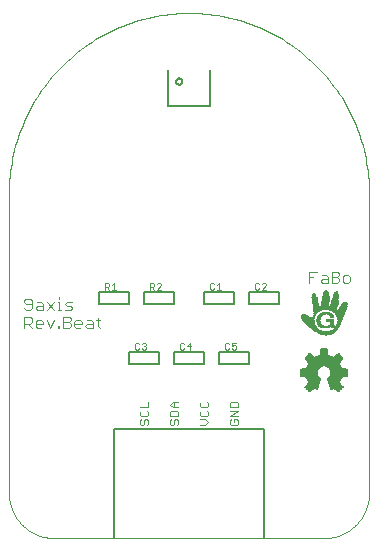
<source format=gto>
G75*
%MOIN*%
%OFA0B0*%
%FSLAX25Y25*%
%IPPOS*%
%LPD*%
%AMOC8*
5,1,8,0,0,1.08239X$1,22.5*
%
%ADD10C,0.00300*%
%ADD11C,0.00500*%
%ADD12C,0.00200*%
%ADD13C,0.00000*%
%ADD14R,0.00770X0.00035*%
%ADD15R,0.01400X0.00035*%
%ADD16R,0.01855X0.00035*%
%ADD17R,0.02170X0.00035*%
%ADD18R,0.02485X0.00035*%
%ADD19R,0.02765X0.00035*%
%ADD20R,0.02975X0.00035*%
%ADD21R,0.03220X0.00035*%
%ADD22R,0.03395X0.00035*%
%ADD23R,0.03605X0.00035*%
%ADD24R,0.03780X0.00035*%
%ADD25R,0.03955X0.00035*%
%ADD26R,0.04130X0.00035*%
%ADD27R,0.04270X0.00035*%
%ADD28R,0.04375X0.00035*%
%ADD29R,0.04550X0.00035*%
%ADD30R,0.04690X0.00035*%
%ADD31R,0.04865X0.00035*%
%ADD32R,0.04970X0.00035*%
%ADD33R,0.05110X0.00035*%
%ADD34R,0.05215X0.00035*%
%ADD35R,0.05355X0.00035*%
%ADD36R,0.05460X0.00035*%
%ADD37R,0.05600X0.00035*%
%ADD38R,0.05705X0.00035*%
%ADD39R,0.05810X0.00035*%
%ADD40R,0.05915X0.00035*%
%ADD41R,0.06055X0.00035*%
%ADD42R,0.06160X0.00035*%
%ADD43R,0.06265X0.00035*%
%ADD44R,0.06335X0.00035*%
%ADD45R,0.06440X0.00035*%
%ADD46R,0.06545X0.00035*%
%ADD47R,0.03080X0.00035*%
%ADD48R,0.02660X0.00035*%
%ADD49R,0.02870X0.00035*%
%ADD50R,0.02415X0.00035*%
%ADD51R,0.02730X0.00035*%
%ADD52R,0.02310X0.00035*%
%ADD53R,0.02695X0.00035*%
%ADD54R,0.02170X0.00035*%
%ADD55R,0.02590X0.00035*%
%ADD56R,0.02100X0.00035*%
%ADD57R,0.02520X0.00035*%
%ADD58R,0.02030X0.00035*%
%ADD59R,0.02450X0.00035*%
%ADD60R,0.01960X0.00035*%
%ADD61R,0.01890X0.00035*%
%ADD62R,0.02380X0.00035*%
%ADD63R,0.01785X0.00035*%
%ADD64R,0.01750X0.00035*%
%ADD65R,0.01715X0.00035*%
%ADD66R,0.02275X0.00035*%
%ADD67R,0.01645X0.00035*%
%ADD68R,0.02240X0.00035*%
%ADD69R,0.01610X0.00035*%
%ADD70R,0.02240X0.00035*%
%ADD71R,0.01575X0.00035*%
%ADD72R,0.01540X0.00035*%
%ADD73R,0.02205X0.00035*%
%ADD74R,0.01505X0.00035*%
%ADD75R,0.01470X0.00035*%
%ADD76R,0.01435X0.00035*%
%ADD77R,0.01365X0.00035*%
%ADD78R,0.01330X0.00035*%
%ADD79R,0.01295X0.00035*%
%ADD80R,0.01295X0.00035*%
%ADD81R,0.01260X0.00035*%
%ADD82R,0.01190X0.00035*%
%ADD83R,0.01225X0.00035*%
%ADD84R,0.00385X0.00035*%
%ADD85R,0.00980X0.00035*%
%ADD86R,0.01155X0.00035*%
%ADD87R,0.01645X0.00035*%
%ADD88R,0.01015X0.00035*%
%ADD89R,0.01050X0.00035*%
%ADD90R,0.02345X0.00035*%
%ADD91R,0.01085X0.00035*%
%ADD92R,0.02905X0.00035*%
%ADD93R,0.03045X0.00035*%
%ADD94R,0.01120X0.00035*%
%ADD95R,0.02345X0.00035*%
%ADD96R,0.03255X0.00035*%
%ADD97R,0.01120X0.00035*%
%ADD98R,0.03500X0.00035*%
%ADD99R,0.02415X0.00035*%
%ADD100R,0.03640X0.00035*%
%ADD101R,0.04900X0.00035*%
%ADD102R,0.04935X0.00035*%
%ADD103R,0.05005X0.00035*%
%ADD104R,0.01680X0.00035*%
%ADD105R,0.02065X0.00035*%
%ADD106R,0.02555X0.00035*%
%ADD107R,0.02590X0.00035*%
%ADD108R,0.02625X0.00035*%
%ADD109R,0.02695X0.00035*%
%ADD110R,0.01470X0.00035*%
%ADD111R,0.02765X0.00035*%
%ADD112R,0.02800X0.00035*%
%ADD113R,0.02835X0.00035*%
%ADD114R,0.01365X0.00035*%
%ADD115R,0.02940X0.00035*%
%ADD116R,0.03010X0.00035*%
%ADD117R,0.03045X0.00035*%
%ADD118R,0.03115X0.00035*%
%ADD119R,0.03150X0.00035*%
%ADD120R,0.03185X0.00035*%
%ADD121R,0.03220X0.00035*%
%ADD122R,0.01190X0.00035*%
%ADD123R,0.03290X0.00035*%
%ADD124R,0.03325X0.00035*%
%ADD125R,0.03360X0.00035*%
%ADD126R,0.03430X0.00035*%
%ADD127R,0.03465X0.00035*%
%ADD128R,0.03535X0.00035*%
%ADD129R,0.03570X0.00035*%
%ADD130R,0.03675X0.00035*%
%ADD131R,0.03710X0.00035*%
%ADD132R,0.03745X0.00035*%
%ADD133R,0.03815X0.00035*%
%ADD134R,0.03850X0.00035*%
%ADD135R,0.03885X0.00035*%
%ADD136R,0.03920X0.00035*%
%ADD137R,0.03990X0.00035*%
%ADD138R,0.04025X0.00035*%
%ADD139R,0.02870X0.00035*%
%ADD140R,0.04095X0.00035*%
%ADD141R,0.04165X0.00035*%
%ADD142R,0.04200X0.00035*%
%ADD143R,0.04235X0.00035*%
%ADD144R,0.04270X0.00035*%
%ADD145R,0.01820X0.00035*%
%ADD146R,0.04305X0.00035*%
%ADD147R,0.04340X0.00035*%
%ADD148R,0.01925X0.00035*%
%ADD149R,0.04410X0.00035*%
%ADD150R,0.00945X0.00035*%
%ADD151R,0.00875X0.00035*%
%ADD152R,0.00840X0.00035*%
%ADD153R,0.02135X0.00035*%
%ADD154R,0.00805X0.00035*%
%ADD155R,0.00735X0.00035*%
%ADD156R,0.01995X0.00035*%
%ADD157R,0.02520X0.00035*%
%ADD158R,0.01540X0.00035*%
%ADD159R,0.00770X0.00035*%
%ADD160R,0.00665X0.00035*%
%ADD161R,0.00420X0.00035*%
%ADD162R,0.00910X0.00035*%
%ADD163R,0.04060X0.00035*%
%ADD164R,0.01015X0.00035*%
%ADD165R,0.03115X0.00035*%
%ADD166R,0.03395X0.00035*%
%ADD167R,0.03745X0.00035*%
%ADD168R,0.04340X0.00035*%
%ADD169R,0.04480X0.00035*%
%ADD170R,0.02065X0.00035*%
%ADD171R,0.04515X0.00035*%
%ADD172R,0.04585X0.00035*%
%ADD173R,0.04760X0.00035*%
%ADD174R,0.04830X0.00035*%
%ADD175R,0.07805X0.00035*%
%ADD176R,0.07840X0.00035*%
%ADD177R,0.07875X0.00035*%
%ADD178R,0.07910X0.00035*%
%ADD179R,0.07945X0.00035*%
%ADD180R,0.07980X0.00035*%
%ADD181R,0.08015X0.00035*%
%ADD182R,0.08050X0.00035*%
%ADD183R,0.05635X0.00035*%
%ADD184R,0.01995X0.00035*%
%ADD185R,0.01890X0.00035*%
%ADD186R,0.01715X0.00035*%
%ADD187R,0.00945X0.00035*%
%ADD188R,0.00560X0.00035*%
%ADD189R,0.01820X0.00035*%
%ADD190R,0.00700X0.00035*%
%ADD191R,0.00630X0.00035*%
%ADD192R,0.00525X0.00035*%
%ADD193R,0.00175X0.00035*%
%ADD194R,0.00595X0.00035*%
%ADD195R,0.00490X0.00035*%
%ADD196R,0.00210X0.00035*%
%ADD197R,0.00490X0.00035*%
%ADD198R,0.00315X0.00035*%
%ADD199R,0.00054X0.00011*%
%ADD200R,0.00118X0.00011*%
%ADD201R,0.00140X0.00011*%
%ADD202R,0.00172X0.00011*%
%ADD203R,0.00194X0.00011*%
%ADD204R,0.00226X0.00011*%
%ADD205R,0.00226X0.00011*%
%ADD206R,0.00247X0.00011*%
%ADD207R,0.00280X0.00011*%
%ADD208R,0.00301X0.00011*%
%ADD209R,0.00333X0.00011*%
%ADD210R,0.00355X0.00011*%
%ADD211R,0.00376X0.00011*%
%ADD212R,0.00376X0.00011*%
%ADD213R,0.00408X0.00011*%
%ADD214R,0.00430X0.00011*%
%ADD215R,0.00430X0.00011*%
%ADD216R,0.00462X0.00011*%
%ADD217R,0.00484X0.00011*%
%ADD218R,0.00516X0.00011*%
%ADD219R,0.00537X0.00011*%
%ADD220R,0.00537X0.00011*%
%ADD221R,0.00570X0.00011*%
%ADD222R,0.00570X0.00011*%
%ADD223R,0.00591X0.00011*%
%ADD224R,0.00591X0.00011*%
%ADD225R,0.00623X0.00011*%
%ADD226R,0.00645X0.00011*%
%ADD227R,0.00667X0.00011*%
%ADD228R,0.00666X0.00011*%
%ADD229R,0.00699X0.00011*%
%ADD230R,0.00720X0.00011*%
%ADD231R,0.00752X0.00011*%
%ADD232R,0.00774X0.00011*%
%ADD233R,0.00806X0.00011*%
%ADD234R,0.00828X0.00011*%
%ADD235R,0.00828X0.00011*%
%ADD236R,0.00860X0.00011*%
%ADD237R,0.00881X0.00011*%
%ADD238R,0.00914X0.00011*%
%ADD239R,0.00914X0.00011*%
%ADD240R,0.00935X0.00011*%
%ADD241R,0.00935X0.00011*%
%ADD242R,0.00967X0.00011*%
%ADD243R,0.00957X0.00011*%
%ADD244R,0.00989X0.00011*%
%ADD245R,0.00989X0.00011*%
%ADD246R,0.01011X0.00011*%
%ADD247R,0.01010X0.00011*%
%ADD248R,0.01043X0.00011*%
%ADD249R,0.01064X0.00011*%
%ADD250R,0.01096X0.00011*%
%ADD251R,0.01118X0.00011*%
%ADD252R,0.01150X0.00011*%
%ADD253R,0.01172X0.00011*%
%ADD254R,0.01204X0.00011*%
%ADD255R,0.01225X0.00011*%
%ADD256R,0.01258X0.00011*%
%ADD257R,0.01279X0.00011*%
%ADD258R,0.01279X0.00011*%
%ADD259R,0.01301X0.00011*%
%ADD260R,0.01301X0.00011*%
%ADD261R,0.01333X0.00011*%
%ADD262R,0.01333X0.00011*%
%ADD263R,0.01355X0.00011*%
%ADD264R,0.01387X0.00011*%
%ADD265R,0.01408X0.00011*%
%ADD266R,0.01440X0.00011*%
%ADD267R,0.01441X0.00011*%
%ADD268R,0.01462X0.00011*%
%ADD269R,0.01494X0.00011*%
%ADD270R,0.01516X0.00011*%
%ADD271R,0.01548X0.00011*%
%ADD272R,0.01548X0.00011*%
%ADD273R,0.01570X0.00011*%
%ADD274R,0.01569X0.00011*%
%ADD275R,0.01591X0.00011*%
%ADD276R,0.01591X0.00011*%
%ADD277R,0.01623X0.00011*%
%ADD278R,0.01645X0.00011*%
%ADD279R,0.01677X0.00011*%
%ADD280R,0.01698X0.00011*%
%ADD281R,0.01731X0.00011*%
%ADD282R,0.01731X0.00011*%
%ADD283R,0.01752X0.00011*%
%ADD284R,0.01784X0.00011*%
%ADD285R,0.01806X0.00011*%
%ADD286R,0.01838X0.00011*%
%ADD287R,0.01860X0.00011*%
%ADD288R,0.00075X0.00011*%
%ADD289R,0.01892X0.00011*%
%ADD290R,0.00107X0.00011*%
%ADD291R,0.00108X0.00011*%
%ADD292R,0.01881X0.00011*%
%ADD293R,0.01914X0.00011*%
%ADD294R,0.01913X0.00011*%
%ADD295R,0.01935X0.00011*%
%ADD296R,0.01967X0.00011*%
%ADD297R,0.00193X0.00011*%
%ADD298R,0.01989X0.00011*%
%ADD299R,0.01989X0.00011*%
%ADD300R,0.02021X0.00011*%
%ADD301R,0.02042X0.00011*%
%ADD302R,0.00279X0.00011*%
%ADD303R,0.02075X0.00011*%
%ADD304R,0.00290X0.00011*%
%ADD305R,0.02096X0.00011*%
%ADD306R,0.00312X0.00011*%
%ADD307R,0.02128X0.00011*%
%ADD308R,0.00344X0.00011*%
%ADD309R,0.02150X0.00011*%
%ADD310R,0.00366X0.00011*%
%ADD311R,0.02182X0.00011*%
%ADD312R,0.00398X0.00011*%
%ADD313R,0.00398X0.00011*%
%ADD314R,0.02172X0.00011*%
%ADD315R,0.02204X0.00011*%
%ADD316R,0.00419X0.00011*%
%ADD317R,0.02204X0.00011*%
%ADD318R,0.02225X0.00011*%
%ADD319R,0.00441X0.00011*%
%ADD320R,0.02257X0.00011*%
%ADD321R,0.00473X0.00011*%
%ADD322R,0.02258X0.00011*%
%ADD323R,0.02279X0.00011*%
%ADD324R,0.00484X0.00011*%
%ADD325R,0.02311X0.00011*%
%ADD326R,0.02333X0.00011*%
%ADD327R,0.00537X0.00011*%
%ADD328R,0.02365X0.00011*%
%ADD329R,0.02386X0.00011*%
%ADD330R,0.00591X0.00011*%
%ADD331R,0.00591X0.00011*%
%ADD332R,0.02419X0.00011*%
%ADD333R,0.00613X0.00011*%
%ADD334R,0.02440X0.00011*%
%ADD335R,0.00645X0.00011*%
%ADD336R,0.02472X0.00011*%
%ADD337R,0.00666X0.00011*%
%ADD338R,0.02494X0.00011*%
%ADD339R,0.00688X0.00011*%
%ADD340R,0.02515X0.00011*%
%ADD341R,0.00709X0.00011*%
%ADD342R,0.02548X0.00011*%
%ADD343R,0.00731X0.00011*%
%ADD344R,0.00731X0.00011*%
%ADD345R,0.02548X0.00011*%
%ADD346R,0.02569X0.00011*%
%ADD347R,0.00763X0.00011*%
%ADD348R,0.02602X0.00011*%
%ADD349R,0.00785X0.00011*%
%ADD350R,0.02623X0.00011*%
%ADD351R,0.00817X0.00011*%
%ADD352R,0.02655X0.00011*%
%ADD353R,0.00838X0.00011*%
%ADD354R,0.02677X0.00011*%
%ADD355R,0.00860X0.00011*%
%ADD356R,0.02709X0.00011*%
%ADD357R,0.02730X0.00011*%
%ADD358R,0.00903X0.00011*%
%ADD359R,0.02763X0.00011*%
%ADD360R,0.02795X0.00011*%
%ADD361R,0.00967X0.00011*%
%ADD362R,0.03870X0.00011*%
%ADD363R,0.03870X0.00011*%
%ADD364R,0.03881X0.00011*%
%ADD365R,0.03881X0.00011*%
%ADD366R,0.03891X0.00011*%
%ADD367R,0.03892X0.00011*%
%ADD368R,0.03913X0.00011*%
%ADD369R,0.03924X0.00011*%
%ADD370R,0.03924X0.00011*%
%ADD371R,0.03945X0.00011*%
%ADD372R,0.03956X0.00011*%
%ADD373R,0.03956X0.00011*%
%ADD374R,0.03967X0.00011*%
%ADD375R,0.03967X0.00011*%
%ADD376R,0.03988X0.00011*%
%ADD377R,0.03999X0.00011*%
%ADD378R,0.04020X0.00011*%
%ADD379R,0.04031X0.00011*%
%ADD380R,0.04053X0.00011*%
%ADD381R,0.04063X0.00011*%
%ADD382R,0.04074X0.00011*%
%ADD383R,0.04096X0.00011*%
%ADD384R,0.04106X0.00011*%
%ADD385R,0.04128X0.00011*%
%ADD386R,0.04139X0.00011*%
%ADD387R,0.04150X0.00011*%
%ADD388R,0.04149X0.00011*%
%ADD389R,0.04171X0.00011*%
%ADD390R,0.04182X0.00011*%
%ADD391R,0.04203X0.00011*%
%ADD392R,0.04214X0.00011*%
%ADD393R,0.04214X0.00011*%
%ADD394R,0.04225X0.00011*%
%ADD395R,0.04246X0.00011*%
%ADD396R,0.04257X0.00011*%
%ADD397R,0.04278X0.00011*%
%ADD398R,0.04289X0.00011*%
%ADD399R,0.04311X0.00011*%
%ADD400R,0.04322X0.00011*%
%ADD401R,0.04321X0.00011*%
%ADD402R,0.04332X0.00011*%
%ADD403R,0.04354X0.00011*%
%ADD404R,0.04364X0.00011*%
%ADD405R,0.04386X0.00011*%
%ADD406R,0.04397X0.00011*%
%ADD407R,0.04397X0.00011*%
%ADD408R,0.04408X0.00011*%
%ADD409R,0.04407X0.00011*%
%ADD410R,0.04408X0.00011*%
%ADD411R,0.04407X0.00011*%
%ADD412R,0.04418X0.00011*%
%ADD413R,0.04418X0.00011*%
%ADD414R,0.04429X0.00011*%
%ADD415R,0.04429X0.00011*%
%ADD416R,0.04429X0.00011*%
%ADD417R,0.04429X0.00011*%
%ADD418R,0.04418X0.00011*%
%ADD419R,0.04397X0.00011*%
%ADD420R,0.04397X0.00011*%
%ADD421R,0.04386X0.00011*%
%ADD422R,0.04375X0.00011*%
%ADD423R,0.04386X0.00011*%
%ADD424R,0.04375X0.00011*%
%ADD425R,0.04365X0.00011*%
%ADD426R,0.04364X0.00011*%
%ADD427R,0.04354X0.00011*%
%ADD428R,0.04343X0.00011*%
%ADD429R,0.04343X0.00011*%
%ADD430R,0.04332X0.00011*%
%ADD431R,0.04311X0.00011*%
%ADD432R,0.04311X0.00011*%
%ADD433R,0.04300X0.00011*%
%ADD434R,0.04289X0.00011*%
%ADD435R,0.04300X0.00011*%
%ADD436R,0.04278X0.00011*%
%ADD437R,0.04268X0.00011*%
%ADD438R,0.04257X0.00011*%
%ADD439R,0.04257X0.00011*%
%ADD440R,0.04246X0.00011*%
%ADD441R,0.04246X0.00011*%
%ADD442R,0.04236X0.00011*%
%ADD443R,0.04235X0.00011*%
%ADD444R,0.04235X0.00011*%
%ADD445R,0.04225X0.00011*%
%ADD446R,0.04225X0.00011*%
%ADD447R,0.04225X0.00011*%
%ADD448R,0.04203X0.00011*%
%ADD449R,0.04203X0.00011*%
%ADD450R,0.04192X0.00011*%
%ADD451R,0.04192X0.00011*%
%ADD452R,0.04193X0.00011*%
%ADD453R,0.04193X0.00011*%
%ADD454R,0.04171X0.00011*%
%ADD455R,0.04171X0.00011*%
%ADD456R,0.04160X0.00011*%
%ADD457R,0.04160X0.00011*%
%ADD458R,0.04150X0.00011*%
%ADD459R,0.04149X0.00011*%
%ADD460R,0.04139X0.00011*%
%ADD461R,0.04139X0.00011*%
%ADD462R,0.04128X0.00011*%
%ADD463R,0.04117X0.00011*%
%ADD464R,0.04117X0.00011*%
%ADD465R,0.04106X0.00011*%
%ADD466R,0.04106X0.00011*%
%ADD467R,0.04096X0.00011*%
%ADD468R,0.04085X0.00011*%
%ADD469R,0.04085X0.00011*%
%ADD470R,0.04085X0.00011*%
%ADD471R,0.04074X0.00011*%
%ADD472R,0.04074X0.00011*%
%ADD473R,0.04074X0.00011*%
%ADD474R,0.04064X0.00011*%
%ADD475R,0.04063X0.00011*%
%ADD476R,0.04053X0.00011*%
%ADD477R,0.04053X0.00011*%
%ADD478R,0.04053X0.00011*%
%ADD479R,0.04042X0.00011*%
%ADD480R,0.04042X0.00011*%
%ADD481R,0.04031X0.00011*%
%ADD482R,0.04020X0.00011*%
%ADD483R,0.04010X0.00011*%
%ADD484R,0.04010X0.00011*%
%ADD485R,0.04010X0.00011*%
%ADD486R,0.03999X0.00011*%
%ADD487R,0.03988X0.00011*%
%ADD488R,0.03999X0.00011*%
%ADD489R,0.03988X0.00011*%
%ADD490R,0.04020X0.00011*%
%ADD491R,0.04031X0.00011*%
%ADD492R,0.04096X0.00011*%
%ADD493R,0.04128X0.00011*%
%ADD494R,0.04128X0.00011*%
%ADD495R,0.04236X0.00011*%
%ADD496R,0.04322X0.00011*%
%ADD497R,0.04321X0.00011*%
%ADD498R,0.04343X0.00011*%
%ADD499R,0.04343X0.00011*%
%ADD500R,0.04450X0.00011*%
%ADD501R,0.04450X0.00011*%
%ADD502R,0.04461X0.00011*%
%ADD503R,0.04472X0.00011*%
%ADD504R,0.04483X0.00011*%
%ADD505R,0.04493X0.00011*%
%ADD506R,0.04494X0.00011*%
%ADD507R,0.04493X0.00011*%
%ADD508R,0.04494X0.00011*%
%ADD509R,0.04504X0.00011*%
%ADD510R,0.04504X0.00011*%
%ADD511R,0.04515X0.00011*%
%ADD512R,0.04526X0.00011*%
%ADD513R,0.04536X0.00011*%
%ADD514R,0.04537X0.00011*%
%ADD515R,0.04536X0.00011*%
%ADD516R,0.04537X0.00011*%
%ADD517R,0.04547X0.00011*%
%ADD518R,0.04547X0.00011*%
%ADD519R,0.04558X0.00011*%
%ADD520R,0.04569X0.00011*%
%ADD521R,0.04579X0.00011*%
%ADD522R,0.04580X0.00011*%
%ADD523R,0.04590X0.00011*%
%ADD524R,0.04601X0.00011*%
%ADD525R,0.04601X0.00011*%
%ADD526R,0.04612X0.00011*%
%ADD527R,0.04612X0.00011*%
%ADD528R,0.04622X0.00011*%
%ADD529R,0.04633X0.00011*%
%ADD530R,0.04633X0.00011*%
%ADD531R,0.04644X0.00011*%
%ADD532R,0.04655X0.00011*%
%ADD533R,0.04666X0.00011*%
%ADD534R,0.04665X0.00011*%
%ADD535R,0.04676X0.00011*%
%ADD536R,0.04676X0.00011*%
%ADD537R,0.04687X0.00011*%
%ADD538R,0.04698X0.00011*%
%ADD539R,0.04698X0.00011*%
%ADD540R,0.04708X0.00011*%
%ADD541R,0.04719X0.00011*%
%ADD542R,0.04741X0.00011*%
%ADD543R,0.04751X0.00011*%
%ADD544R,0.04752X0.00011*%
%ADD545R,0.04751X0.00011*%
%ADD546R,0.04752X0.00011*%
%ADD547R,0.04762X0.00011*%
%ADD548R,0.04773X0.00011*%
%ADD549R,0.04762X0.00011*%
%ADD550R,0.04773X0.00011*%
%ADD551R,0.04773X0.00011*%
%ADD552R,0.04773X0.00011*%
%ADD553R,0.04762X0.00011*%
%ADD554R,0.04741X0.00011*%
%ADD555R,0.04741X0.00011*%
%ADD556R,0.04730X0.00011*%
%ADD557R,0.04730X0.00011*%
%ADD558R,0.04708X0.00011*%
%ADD559R,0.04709X0.00011*%
%ADD560R,0.04687X0.00011*%
%ADD561R,0.04676X0.00011*%
%ADD562R,0.04601X0.00011*%
%ADD563R,0.04580X0.00011*%
%ADD564R,0.04569X0.00011*%
%ADD565R,0.04515X0.00011*%
%ADD566R,0.04504X0.00011*%
%ADD567R,0.04504X0.00011*%
%ADD568R,0.04483X0.00011*%
%ADD569R,0.04461X0.00011*%
%ADD570R,0.04461X0.00011*%
%ADD571R,0.04451X0.00011*%
%ADD572R,0.04418X0.00011*%
%ADD573R,0.04332X0.00011*%
%ADD574R,0.04311X0.00011*%
%ADD575R,0.04268X0.00011*%
%ADD576R,0.04279X0.00011*%
%ADD577R,0.04655X0.00011*%
%ADD578R,0.04794X0.00011*%
%ADD579R,0.04795X0.00011*%
%ADD580R,0.04859X0.00011*%
%ADD581R,0.04902X0.00011*%
%ADD582R,0.04956X0.00011*%
%ADD583R,0.04956X0.00011*%
%ADD584R,0.04999X0.00011*%
%ADD585R,0.05052X0.00011*%
%ADD586R,0.05053X0.00011*%
%ADD587R,0.05106X0.00011*%
%ADD588R,0.05106X0.00011*%
%ADD589R,0.05149X0.00011*%
%ADD590R,0.05203X0.00011*%
%ADD591R,0.05257X0.00011*%
%ADD592R,0.05300X0.00011*%
%ADD593R,0.05300X0.00011*%
%ADD594R,0.05364X0.00011*%
%ADD595R,0.05407X0.00011*%
%ADD596R,0.05407X0.00011*%
%ADD597R,0.05450X0.00011*%
%ADD598R,0.05450X0.00011*%
%ADD599R,0.05515X0.00011*%
%ADD600R,0.05558X0.00011*%
%ADD601R,0.05601X0.00011*%
%ADD602R,0.05665X0.00011*%
%ADD603R,0.05665X0.00011*%
%ADD604R,0.05708X0.00011*%
%ADD605R,0.05773X0.00011*%
%ADD606R,0.05816X0.00011*%
%ADD607R,0.05859X0.00011*%
%ADD608R,0.05923X0.00011*%
%ADD609R,0.05923X0.00011*%
%ADD610R,0.05966X0.00011*%
%ADD611R,0.05998X0.00011*%
%ADD612R,0.06009X0.00011*%
%ADD613R,0.06009X0.00011*%
%ADD614R,0.06009X0.00011*%
%ADD615R,0.06020X0.00011*%
%ADD616R,0.05998X0.00011*%
%ADD617R,0.05998X0.00011*%
%ADD618R,0.05988X0.00011*%
%ADD619R,0.05988X0.00011*%
%ADD620R,0.05988X0.00011*%
%ADD621R,0.05988X0.00011*%
%ADD622R,0.05977X0.00011*%
%ADD623R,0.05966X0.00011*%
%ADD624R,0.05955X0.00011*%
%ADD625R,0.05955X0.00011*%
%ADD626R,0.05945X0.00011*%
%ADD627R,0.05945X0.00011*%
%ADD628R,0.05934X0.00011*%
%ADD629R,0.05934X0.00011*%
%ADD630R,0.05923X0.00011*%
%ADD631R,0.05923X0.00011*%
%ADD632R,0.05912X0.00011*%
%ADD633R,0.05912X0.00011*%
%ADD634R,0.05912X0.00011*%
%ADD635R,0.05912X0.00011*%
%ADD636R,0.05902X0.00011*%
%ADD637R,0.05902X0.00011*%
%ADD638R,0.05891X0.00011*%
%ADD639R,0.05891X0.00011*%
%ADD640R,0.05891X0.00011*%
%ADD641R,0.05891X0.00011*%
%ADD642R,0.05880X0.00011*%
%ADD643R,0.05880X0.00011*%
%ADD644R,0.05869X0.00011*%
%ADD645R,0.05869X0.00011*%
%ADD646R,0.05859X0.00011*%
%ADD647R,0.05859X0.00011*%
%ADD648R,0.05859X0.00011*%
%ADD649R,0.05848X0.00011*%
%ADD650R,0.05848X0.00011*%
%ADD651R,0.05837X0.00011*%
%ADD652R,0.05837X0.00011*%
%ADD653R,0.05837X0.00011*%
%ADD654R,0.05837X0.00011*%
%ADD655R,0.05826X0.00011*%
%ADD656R,0.05827X0.00011*%
%ADD657R,0.05826X0.00011*%
%ADD658R,0.05827X0.00011*%
%ADD659R,0.05816X0.00011*%
%ADD660R,0.05816X0.00011*%
%ADD661R,0.05816X0.00011*%
%ADD662R,0.05805X0.00011*%
%ADD663R,0.05805X0.00011*%
%ADD664R,0.05805X0.00011*%
%ADD665R,0.05805X0.00011*%
%ADD666R,0.05794X0.00011*%
%ADD667R,0.05794X0.00011*%
%ADD668R,0.05783X0.00011*%
%ADD669R,0.05783X0.00011*%
%ADD670R,0.05773X0.00011*%
%ADD671R,0.05773X0.00011*%
%ADD672R,0.05773X0.00011*%
%ADD673R,0.05762X0.00011*%
%ADD674R,0.05762X0.00011*%
%ADD675R,0.05762X0.00011*%
%ADD676R,0.05762X0.00011*%
%ADD677R,0.05848X0.00011*%
%ADD678R,0.05848X0.00011*%
%ADD679R,0.05902X0.00011*%
%ADD680R,0.05902X0.00011*%
%ADD681R,0.05934X0.00011*%
%ADD682R,0.05934X0.00011*%
%ADD683R,0.05977X0.00011*%
%ADD684R,0.06020X0.00011*%
%ADD685R,0.06020X0.00011*%
%ADD686R,0.06020X0.00011*%
%ADD687R,0.06031X0.00011*%
%ADD688R,0.05751X0.00011*%
%ADD689R,0.05697X0.00011*%
%ADD690R,0.05655X0.00011*%
%ADD691R,0.05590X0.00011*%
%ADD692R,0.05547X0.00011*%
%ADD693R,0.05493X0.00011*%
%ADD694R,0.05493X0.00011*%
%ADD695R,0.05439X0.00011*%
%ADD696R,0.05397X0.00011*%
%ADD697R,0.05396X0.00011*%
%ADD698R,0.05343X0.00011*%
%ADD699R,0.05289X0.00011*%
%ADD700R,0.05246X0.00011*%
%ADD701R,0.05192X0.00011*%
%ADD702R,0.05139X0.00011*%
%ADD703R,0.05138X0.00011*%
%ADD704R,0.05095X0.00011*%
%ADD705R,0.05042X0.00011*%
%ADD706R,0.05042X0.00011*%
%ADD707R,0.04934X0.00011*%
%ADD708R,0.04891X0.00011*%
%ADD709R,0.04848X0.00011*%
%ADD710R,0.04848X0.00011*%
%ADD711R,0.04601X0.00011*%
%ADD712R,0.04547X0.00011*%
%ADD713R,0.04278X0.00011*%
%ADD714R,0.04289X0.00011*%
%ADD715R,0.04332X0.00011*%
%ADD716R,0.04354X0.00011*%
%ADD717R,0.04440X0.00011*%
%ADD718R,0.04515X0.00011*%
%ADD719R,0.04515X0.00011*%
%ADD720R,0.04558X0.00011*%
%ADD721R,0.04558X0.00011*%
%ADD722R,0.04590X0.00011*%
%ADD723R,0.04612X0.00011*%
%ADD724R,0.04687X0.00011*%
%ADD725R,0.04741X0.00011*%
%ADD726R,0.04762X0.00011*%
%ADD727R,0.04805X0.00011*%
%ADD728R,0.04827X0.00011*%
%ADD729R,0.04880X0.00011*%
%ADD730R,0.04934X0.00011*%
%ADD731R,0.04999X0.00011*%
%ADD732R,0.04999X0.00011*%
%ADD733R,0.05031X0.00011*%
%ADD734R,0.05063X0.00011*%
%ADD735R,0.05117X0.00011*%
%ADD736R,0.05117X0.00011*%
%ADD737R,0.05160X0.00011*%
%ADD738R,0.05214X0.00011*%
%ADD739R,0.05214X0.00011*%
%ADD740R,0.05289X0.00011*%
%ADD741R,0.11116X0.00011*%
%ADD742R,0.11094X0.00011*%
%ADD743R,0.11072X0.00011*%
%ADD744R,0.11072X0.00011*%
%ADD745R,0.11051X0.00011*%
%ADD746R,0.11030X0.00011*%
%ADD747R,0.11030X0.00011*%
%ADD748R,0.11008X0.00011*%
%ADD749R,0.10986X0.00011*%
%ADD750R,0.10986X0.00011*%
%ADD751R,0.10965X0.00011*%
%ADD752R,0.10944X0.00011*%
%ADD753R,0.10944X0.00011*%
%ADD754R,0.10922X0.00011*%
%ADD755R,0.10922X0.00011*%
%ADD756R,0.10900X0.00011*%
%ADD757R,0.10879X0.00011*%
%ADD758R,0.10879X0.00011*%
%ADD759R,0.10858X0.00011*%
%ADD760R,0.10836X0.00011*%
%ADD761R,0.10836X0.00011*%
%ADD762R,0.10814X0.00011*%
%ADD763R,0.10793X0.00011*%
%ADD764R,0.10793X0.00011*%
%ADD765R,0.10772X0.00011*%
%ADD766R,0.10750X0.00011*%
%ADD767R,0.10750X0.00011*%
%ADD768R,0.10728X0.00011*%
%ADD769R,0.10728X0.00011*%
%ADD770R,0.10707X0.00011*%
%ADD771R,0.10685X0.00011*%
%ADD772R,0.10685X0.00011*%
%ADD773R,0.10664X0.00011*%
%ADD774R,0.10642X0.00011*%
%ADD775R,0.10642X0.00011*%
%ADD776R,0.10621X0.00011*%
%ADD777R,0.10599X0.00011*%
%ADD778R,0.10599X0.00011*%
%ADD779R,0.10578X0.00011*%
%ADD780R,0.10578X0.00011*%
%ADD781R,0.10556X0.00011*%
%ADD782R,0.10535X0.00011*%
%ADD783R,0.10535X0.00011*%
%ADD784R,0.10514X0.00011*%
%ADD785R,0.10492X0.00011*%
%ADD786R,0.10492X0.00011*%
%ADD787R,0.10470X0.00011*%
%ADD788R,0.10449X0.00011*%
%ADD789R,0.10449X0.00011*%
%ADD790R,0.10427X0.00011*%
%ADD791R,0.10427X0.00011*%
%ADD792R,0.10470X0.00011*%
%ADD793R,0.10632X0.00011*%
%ADD794R,0.10707X0.00011*%
%ADD795R,0.10772X0.00011*%
%ADD796R,0.10814X0.00011*%
%ADD797R,0.10900X0.00011*%
%ADD798R,0.10965X0.00011*%
%ADD799R,0.11008X0.00011*%
%ADD800R,0.11116X0.00011*%
%ADD801R,0.11137X0.00011*%
%ADD802R,0.11148X0.00011*%
%ADD803R,0.11158X0.00011*%
%ADD804R,0.11180X0.00011*%
%ADD805R,0.11202X0.00011*%
%ADD806R,0.11202X0.00011*%
%ADD807R,0.11223X0.00011*%
%ADD808R,0.11244X0.00011*%
%ADD809R,0.11266X0.00011*%
%ADD810R,0.11288X0.00011*%
%ADD811R,0.11309X0.00011*%
%ADD812R,0.11330X0.00011*%
%ADD813R,0.11330X0.00011*%
%ADD814R,0.11352X0.00011*%
%ADD815R,0.11373X0.00011*%
%ADD816R,0.11384X0.00011*%
%ADD817R,0.11395X0.00011*%
%ADD818R,0.11416X0.00011*%
%ADD819R,0.11438X0.00011*%
%ADD820R,0.11438X0.00011*%
%ADD821R,0.11459X0.00011*%
%ADD822R,0.11481X0.00011*%
%ADD823R,0.11502X0.00011*%
%ADD824R,0.11524X0.00011*%
%ADD825R,0.11545X0.00011*%
%ADD826R,0.11567X0.00011*%
%ADD827R,0.11567X0.00011*%
%ADD828R,0.11589X0.00011*%
%ADD829R,0.11610X0.00011*%
%ADD830R,0.11631X0.00011*%
%ADD831R,0.11653X0.00011*%
%ADD832R,0.11674X0.00011*%
%ADD833R,0.11696X0.00011*%
%ADD834R,0.11717X0.00011*%
%ADD835R,0.11739X0.00011*%
%ADD836R,0.11760X0.00011*%
%ADD837R,0.11760X0.00011*%
%ADD838R,0.11782X0.00011*%
%ADD839R,0.11803X0.00011*%
%ADD840R,0.11803X0.00011*%
%ADD841R,0.11825X0.00011*%
%ADD842R,0.11846X0.00011*%
%ADD843R,0.11868X0.00011*%
%ADD844R,0.11889X0.00011*%
%ADD845R,0.11911X0.00011*%
%ADD846R,0.11933X0.00011*%
%ADD847R,0.11954X0.00011*%
%ADD848R,0.11975X0.00011*%
%ADD849R,0.11997X0.00011*%
%ADD850R,0.11997X0.00011*%
%ADD851R,0.12019X0.00011*%
%ADD852R,0.12040X0.00011*%
%ADD853R,0.12061X0.00011*%
%ADD854R,0.12083X0.00011*%
%ADD855R,0.12105X0.00011*%
%ADD856R,0.12126X0.00011*%
%ADD857R,0.12126X0.00011*%
%ADD858R,0.12147X0.00011*%
%ADD859R,0.12169X0.00011*%
%ADD860R,0.12191X0.00011*%
%ADD861R,0.12191X0.00011*%
%ADD862R,0.12212X0.00011*%
%ADD863R,0.12233X0.00011*%
%ADD864R,0.12233X0.00011*%
%ADD865R,0.12255X0.00011*%
%ADD866R,0.12277X0.00011*%
%ADD867R,0.12298X0.00011*%
%ADD868R,0.12319X0.00011*%
%ADD869R,0.12341X0.00011*%
%ADD870R,0.12362X0.00011*%
%ADD871R,0.12362X0.00011*%
%ADD872R,0.12384X0.00011*%
%ADD873R,0.12405X0.00011*%
%ADD874R,0.12427X0.00011*%
%ADD875R,0.12427X0.00011*%
%ADD876R,0.12448X0.00011*%
%ADD877R,0.12470X0.00011*%
%ADD878R,0.12491X0.00011*%
%ADD879R,0.12513X0.00011*%
%ADD880R,0.12534X0.00011*%
%ADD881R,0.12556X0.00011*%
%ADD882R,0.12556X0.00011*%
%ADD883R,0.12577X0.00011*%
%ADD884R,0.12599X0.00011*%
%ADD885R,0.12599X0.00011*%
%ADD886R,0.12620X0.00011*%
%ADD887R,0.12642X0.00011*%
%ADD888R,0.12664X0.00011*%
%ADD889R,0.12664X0.00011*%
%ADD890R,0.12685X0.00011*%
%ADD891R,0.12706X0.00011*%
%ADD892R,0.12728X0.00011*%
%ADD893R,0.12749X0.00011*%
%ADD894R,0.12749X0.00011*%
%ADD895R,0.12771X0.00011*%
%ADD896R,0.12792X0.00011*%
%ADD897R,0.12792X0.00011*%
%ADD898R,0.12771X0.00011*%
%ADD899R,0.12706X0.00011*%
%ADD900R,0.12620X0.00011*%
%ADD901R,0.12513X0.00011*%
%ADD902R,0.12491X0.00011*%
%ADD903R,0.12341X0.00011*%
%ADD904R,0.12298X0.00011*%
%ADD905R,0.12255X0.00011*%
%ADD906R,0.03074X0.00011*%
%ADD907R,0.03075X0.00011*%
%ADD908R,0.03021X0.00011*%
%ADD909R,0.02989X0.00011*%
%ADD910R,0.02988X0.00011*%
%ADD911R,0.02956X0.00011*%
%ADD912R,0.02956X0.00011*%
%ADD913R,0.02935X0.00011*%
%ADD914R,0.05751X0.00011*%
%ADD915R,0.02902X0.00011*%
%ADD916R,0.02903X0.00011*%
%ADD917R,0.02881X0.00011*%
%ADD918R,0.02881X0.00011*%
%ADD919R,0.02859X0.00011*%
%ADD920R,0.02859X0.00011*%
%ADD921R,0.02827X0.00011*%
%ADD922R,0.02806X0.00011*%
%ADD923R,0.05483X0.00011*%
%ADD924R,0.02806X0.00011*%
%ADD925R,0.02773X0.00011*%
%ADD926R,0.02752X0.00011*%
%ADD927R,0.05375X0.00011*%
%ADD928R,0.02720X0.00011*%
%ADD929R,0.05332X0.00011*%
%ADD930R,0.02698X0.00011*%
%ADD931R,0.02698X0.00011*%
%ADD932R,0.02666X0.00011*%
%ADD933R,0.05224X0.00011*%
%ADD934R,0.02666X0.00011*%
%ADD935R,0.02644X0.00011*%
%ADD936R,0.05181X0.00011*%
%ADD937R,0.02612X0.00011*%
%ADD938R,0.05117X0.00011*%
%ADD939R,0.02591X0.00011*%
%ADD940R,0.05074X0.00011*%
%ADD941R,0.02569X0.00011*%
%ADD942R,0.05009X0.00011*%
%ADD943R,0.02537X0.00011*%
%ADD944R,0.04966X0.00011*%
%ADD945R,0.02515X0.00011*%
%ADD946R,0.04902X0.00011*%
%ADD947R,0.02483X0.00011*%
%ADD948R,0.04859X0.00011*%
%ADD949R,0.02462X0.00011*%
%ADD950R,0.04816X0.00011*%
%ADD951R,0.02430X0.00011*%
%ADD952R,0.02408X0.00011*%
%ADD953R,0.02408X0.00011*%
%ADD954R,0.02376X0.00011*%
%ADD955R,0.02354X0.00011*%
%ADD956R,0.02354X0.00011*%
%ADD957R,0.02322X0.00011*%
%ADD958R,0.02300X0.00011*%
%ADD959R,0.02268X0.00011*%
%ADD960R,0.02247X0.00011*%
%ADD961R,0.02225X0.00011*%
%ADD962R,0.02193X0.00011*%
%ADD963R,0.02193X0.00011*%
%ADD964R,0.02139X0.00011*%
%ADD965R,0.02118X0.00011*%
%ADD966R,0.02085X0.00011*%
%ADD967R,0.02064X0.00011*%
%ADD968R,0.02032X0.00011*%
%ADD969R,0.02010X0.00011*%
%ADD970R,0.03913X0.00011*%
%ADD971R,0.01978X0.00011*%
%ADD972R,0.01978X0.00011*%
%ADD973R,0.01956X0.00011*%
%ADD974R,0.03805X0.00011*%
%ADD975R,0.03762X0.00011*%
%ADD976R,0.01903X0.00011*%
%ADD977R,0.03698X0.00011*%
%ADD978R,0.03655X0.00011*%
%ADD979R,0.01849X0.00011*%
%ADD980R,0.03590X0.00011*%
%ADD981R,0.01827X0.00011*%
%ADD982R,0.03547X0.00011*%
%ADD983R,0.01795X0.00011*%
%ADD984R,0.03483X0.00011*%
%ADD985R,0.01795X0.00011*%
%ADD986R,0.01774X0.00011*%
%ADD987R,0.03440X0.00011*%
%ADD988R,0.01741X0.00011*%
%ADD989R,0.03397X0.00011*%
%ADD990R,0.01720X0.00011*%
%ADD991R,0.03333X0.00011*%
%ADD992R,0.01688X0.00011*%
%ADD993R,0.03289X0.00011*%
%ADD994R,0.01666X0.00011*%
%ADD995R,0.03225X0.00011*%
%ADD996R,0.01645X0.00011*%
%ADD997R,0.03182X0.00011*%
%ADD998R,0.01634X0.00011*%
%ADD999R,0.01613X0.00011*%
%ADD1000R,0.03139X0.00011*%
%ADD1001R,0.03107X0.00011*%
%ADD1002R,0.01559X0.00011*%
%ADD1003R,0.01559X0.00011*%
%ADD1004R,0.01537X0.00011*%
%ADD1005R,0.03053X0.00011*%
%ADD1006R,0.01537X0.00011*%
%ADD1007R,0.01505X0.00011*%
%ADD1008R,0.03053X0.00011*%
%ADD1009R,0.01483X0.00011*%
%ADD1010R,0.03031X0.00011*%
%ADD1011R,0.01451X0.00011*%
%ADD1012R,0.03010X0.00011*%
%ADD1013R,0.01430X0.00011*%
%ADD1014R,0.01430X0.00011*%
%ADD1015R,0.01397X0.00011*%
%ADD1016R,0.02988X0.00011*%
%ADD1017R,0.01376X0.00011*%
%ADD1018R,0.01344X0.00011*%
%ADD1019R,0.01322X0.00011*%
%ADD1020R,0.01301X0.00011*%
%ADD1021R,0.02967X0.00011*%
%ADD1022R,0.01301X0.00011*%
%ADD1023R,0.01269X0.00011*%
%ADD1024R,0.02967X0.00011*%
%ADD1025R,0.01247X0.00011*%
%ADD1026R,0.01215X0.00011*%
%ADD1027R,0.01193X0.00011*%
%ADD1028R,0.01161X0.00011*%
%ADD1029R,0.01139X0.00011*%
%ADD1030R,0.02945X0.00011*%
%ADD1031R,0.01107X0.00011*%
%ADD1032R,0.01086X0.00011*%
%ADD1033R,0.02945X0.00011*%
%ADD1034R,0.01053X0.00011*%
%ADD1035R,0.01032X0.00011*%
%ADD1036R,0.01011X0.00011*%
%ADD1037R,0.02924X0.00011*%
%ADD1038R,0.01010X0.00011*%
%ADD1039R,0.00978X0.00011*%
%ADD1040R,0.02924X0.00011*%
%ADD1041R,0.00978X0.00011*%
%ADD1042R,0.00924X0.00011*%
%ADD1043R,0.00925X0.00011*%
%ADD1044R,0.00903X0.00011*%
%ADD1045R,0.00871X0.00011*%
%ADD1046R,0.02902X0.00011*%
%ADD1047R,0.00849X0.00011*%
%ADD1048R,0.00849X0.00011*%
%ADD1049R,0.00795X0.00011*%
%ADD1050R,0.00763X0.00011*%
%ADD1051R,0.00742X0.00011*%
%ADD1052R,0.00742X0.00011*%
%ADD1053R,0.00688X0.00011*%
%ADD1054R,0.00634X0.00011*%
%ADD1055R,0.02881X0.00011*%
%ADD1056R,0.00581X0.00011*%
%ADD1057R,0.02859X0.00011*%
%ADD1058R,0.00580X0.00011*%
%ADD1059R,0.00559X0.00011*%
%ADD1060R,0.00527X0.00011*%
%ADD1061R,0.00527X0.00011*%
%ADD1062R,0.00505X0.00011*%
%ADD1063R,0.00473X0.00011*%
%ADD1064R,0.00452X0.00011*%
%ADD1065R,0.02849X0.00011*%
%ADD1066R,0.00419X0.00011*%
%ADD1067R,0.02838X0.00011*%
%ADD1068R,0.02838X0.00011*%
%ADD1069R,0.00344X0.00011*%
%ADD1070R,0.00322X0.00011*%
%ADD1071R,0.00290X0.00011*%
%ADD1072R,0.02816X0.00011*%
%ADD1073R,0.00269X0.00011*%
%ADD1074R,0.00236X0.00011*%
%ADD1075R,0.00215X0.00011*%
%ADD1076R,0.02816X0.00011*%
%ADD1077R,0.00215X0.00011*%
%ADD1078R,0.00183X0.00011*%
%ADD1079R,0.00161X0.00011*%
%ADD1080R,0.02795X0.00011*%
%ADD1081R,0.00086X0.00011*%
%ADD1082R,0.02773X0.00011*%
%ADD1083R,0.02752X0.00011*%
%ADD1084R,0.02730X0.00011*%
%ADD1085R,0.02709X0.00011*%
%ADD1086R,0.02709X0.00011*%
%ADD1087R,0.02687X0.00011*%
%ADD1088R,0.02687X0.00011*%
%ADD1089R,0.02666X0.00011*%
%ADD1090R,0.02644X0.00011*%
%ADD1091R,0.02623X0.00011*%
%ADD1092R,0.02602X0.00011*%
%ADD1093R,0.02580X0.00011*%
%ADD1094R,0.02580X0.00011*%
%ADD1095R,0.02558X0.00011*%
%ADD1096R,0.02558X0.00011*%
%ADD1097R,0.02537X0.00011*%
%ADD1098R,0.02516X0.00011*%
%ADD1099R,0.02516X0.00011*%
%ADD1100R,0.02505X0.00011*%
%ADD1101R,0.02494X0.00011*%
%ADD1102R,0.02472X0.00011*%
%ADD1103R,0.02451X0.00011*%
%ADD1104R,0.02451X0.00011*%
%ADD1105R,0.02430X0.00011*%
%ADD1106R,0.02408X0.00011*%
%ADD1107R,0.02386X0.00011*%
%ADD1108R,0.02365X0.00011*%
%ADD1109R,0.02344X0.00011*%
%ADD1110R,0.02344X0.00011*%
%ADD1111R,0.02322X0.00011*%
%ADD1112R,0.02300X0.00011*%
%ADD1113R,0.02279X0.00011*%
%ADD1114R,0.02258X0.00011*%
%ADD1115R,0.02236X0.00011*%
%ADD1116R,0.02236X0.00011*%
%ADD1117R,0.02214X0.00011*%
%ADD1118R,0.02193X0.00011*%
%ADD1119R,0.02172X0.00011*%
%ADD1120R,0.02128X0.00011*%
%ADD1121R,0.02086X0.00011*%
D10*
X0045831Y0039450D02*
X0045348Y0039934D01*
X0045348Y0040901D01*
X0045831Y0041385D01*
X0045831Y0042397D02*
X0047766Y0042397D01*
X0048250Y0042880D01*
X0048250Y0043848D01*
X0047766Y0044331D01*
X0048250Y0045343D02*
X0048250Y0047278D01*
X0048250Y0045343D02*
X0045348Y0045343D01*
X0045831Y0044331D02*
X0045348Y0043848D01*
X0045348Y0042880D01*
X0045831Y0042397D01*
X0047283Y0041385D02*
X0046799Y0040901D01*
X0046799Y0039934D01*
X0046315Y0039450D01*
X0045831Y0039450D01*
X0047766Y0039450D02*
X0048250Y0039934D01*
X0048250Y0040901D01*
X0047766Y0041385D01*
X0047283Y0041385D01*
X0055348Y0040901D02*
X0055348Y0039934D01*
X0055831Y0039450D01*
X0056315Y0039450D01*
X0056799Y0039934D01*
X0056799Y0040901D01*
X0057283Y0041385D01*
X0057766Y0041385D01*
X0058250Y0040901D01*
X0058250Y0039934D01*
X0057766Y0039450D01*
X0055831Y0041385D02*
X0055348Y0040901D01*
X0055348Y0042397D02*
X0055348Y0043848D01*
X0055831Y0044331D01*
X0057766Y0044331D01*
X0058250Y0043848D01*
X0058250Y0042397D01*
X0055348Y0042397D01*
X0056315Y0045343D02*
X0055348Y0046311D01*
X0056315Y0047278D01*
X0058250Y0047278D01*
X0058250Y0045343D02*
X0056315Y0045343D01*
X0056799Y0045343D02*
X0056799Y0047278D01*
X0065348Y0046794D02*
X0065348Y0045827D01*
X0065831Y0045343D01*
X0067766Y0045343D01*
X0068250Y0045827D01*
X0068250Y0046794D01*
X0067766Y0047278D01*
X0065831Y0047278D02*
X0065348Y0046794D01*
X0065831Y0044331D02*
X0065348Y0043848D01*
X0065348Y0042880D01*
X0065831Y0042397D01*
X0067766Y0042397D01*
X0068250Y0042880D01*
X0068250Y0043848D01*
X0067766Y0044331D01*
X0067283Y0041385D02*
X0065348Y0041385D01*
X0065348Y0039450D02*
X0067283Y0039450D01*
X0068250Y0040417D01*
X0067283Y0041385D01*
X0075348Y0040901D02*
X0075348Y0039934D01*
X0075831Y0039450D01*
X0077766Y0039450D01*
X0078250Y0039934D01*
X0078250Y0040901D01*
X0077766Y0041385D01*
X0076799Y0041385D01*
X0076799Y0040417D01*
X0075831Y0041385D02*
X0075348Y0040901D01*
X0075348Y0042397D02*
X0078250Y0044331D01*
X0075348Y0044331D01*
X0075348Y0045343D02*
X0075348Y0046794D01*
X0075831Y0047278D01*
X0077766Y0047278D01*
X0078250Y0046794D01*
X0078250Y0045343D01*
X0075348Y0045343D01*
X0075348Y0042397D02*
X0078250Y0042397D01*
X0101950Y0086950D02*
X0101950Y0090653D01*
X0104419Y0090653D01*
X0106250Y0089419D02*
X0107485Y0089419D01*
X0108102Y0088802D01*
X0108102Y0086950D01*
X0106250Y0086950D01*
X0105633Y0087567D01*
X0106250Y0088184D01*
X0108102Y0088184D01*
X0109316Y0088802D02*
X0111168Y0088802D01*
X0111785Y0088184D01*
X0111785Y0087567D01*
X0111168Y0086950D01*
X0109316Y0086950D01*
X0109316Y0090653D01*
X0111168Y0090653D01*
X0111785Y0090036D01*
X0111785Y0089419D01*
X0111168Y0088802D01*
X0112999Y0088802D02*
X0112999Y0087567D01*
X0113617Y0086950D01*
X0114851Y0086950D01*
X0115468Y0087567D01*
X0115468Y0088802D01*
X0114851Y0089419D01*
X0113617Y0089419D01*
X0112999Y0088802D01*
X0103184Y0088802D02*
X0101950Y0088802D01*
X0032125Y0074419D02*
X0030890Y0074419D01*
X0031508Y0075036D02*
X0031508Y0072567D01*
X0032125Y0071950D01*
X0029676Y0071950D02*
X0029676Y0073802D01*
X0029059Y0074419D01*
X0027824Y0074419D01*
X0027824Y0073184D02*
X0029676Y0073184D01*
X0029676Y0071950D02*
X0027824Y0071950D01*
X0027207Y0072567D01*
X0027824Y0073184D01*
X0025993Y0073184D02*
X0025993Y0073802D01*
X0025376Y0074419D01*
X0024141Y0074419D01*
X0023524Y0073802D01*
X0023524Y0072567D01*
X0024141Y0071950D01*
X0025376Y0071950D01*
X0025993Y0073184D02*
X0023524Y0073184D01*
X0022310Y0073184D02*
X0022310Y0072567D01*
X0021693Y0071950D01*
X0019841Y0071950D01*
X0019841Y0075653D01*
X0021693Y0075653D01*
X0022310Y0075036D01*
X0022310Y0074419D01*
X0021693Y0073802D01*
X0019841Y0073802D01*
X0018617Y0072567D02*
X0018617Y0071950D01*
X0017999Y0071950D01*
X0017999Y0072567D01*
X0018617Y0072567D01*
X0016785Y0074419D02*
X0015551Y0071950D01*
X0014316Y0074419D01*
X0013102Y0073802D02*
X0013102Y0073184D01*
X0010633Y0073184D01*
X0010633Y0072567D02*
X0010633Y0073802D01*
X0011250Y0074419D01*
X0012485Y0074419D01*
X0013102Y0073802D01*
X0012485Y0071950D02*
X0011250Y0071950D01*
X0010633Y0072567D01*
X0009419Y0071950D02*
X0008184Y0073184D01*
X0008802Y0073184D02*
X0009419Y0073802D01*
X0009419Y0075036D01*
X0008802Y0075653D01*
X0006950Y0075653D01*
X0006950Y0071950D01*
X0006950Y0073184D02*
X0008802Y0073184D01*
X0008802Y0077950D02*
X0007567Y0077950D01*
X0006950Y0078567D01*
X0007567Y0079802D02*
X0009419Y0079802D01*
X0009419Y0081036D02*
X0009419Y0078567D01*
X0008802Y0077950D01*
X0010633Y0078567D02*
X0011250Y0079184D01*
X0013102Y0079184D01*
X0013102Y0079802D02*
X0013102Y0077950D01*
X0011250Y0077950D01*
X0010633Y0078567D01*
X0011250Y0080419D02*
X0012485Y0080419D01*
X0013102Y0079802D01*
X0014316Y0080419D02*
X0016785Y0077950D01*
X0017999Y0077950D02*
X0019234Y0077950D01*
X0018617Y0077950D02*
X0018617Y0080419D01*
X0017999Y0080419D01*
X0016785Y0080419D02*
X0014316Y0077950D01*
X0018617Y0081653D02*
X0018617Y0082270D01*
X0021072Y0080419D02*
X0020455Y0079802D01*
X0021072Y0079184D01*
X0022306Y0079184D01*
X0022924Y0078567D01*
X0022306Y0077950D01*
X0020455Y0077950D01*
X0021072Y0080419D02*
X0022924Y0080419D01*
X0021693Y0073802D02*
X0022310Y0073184D01*
X0009419Y0081036D02*
X0008802Y0081653D01*
X0007567Y0081653D01*
X0006950Y0081036D01*
X0006950Y0080419D01*
X0007567Y0079802D01*
D11*
X0031682Y0079831D02*
X0031682Y0083769D01*
X0041918Y0083769D01*
X0041918Y0079831D01*
X0032076Y0079831D01*
X0041682Y0063769D02*
X0041682Y0059831D01*
X0042076Y0059831D02*
X0051918Y0059831D01*
X0051918Y0063769D01*
X0041682Y0063769D01*
X0046682Y0079831D02*
X0046682Y0083769D01*
X0056918Y0083769D01*
X0056918Y0079831D01*
X0047076Y0079831D01*
X0056682Y0063769D02*
X0056682Y0059831D01*
X0057076Y0059831D02*
X0066918Y0059831D01*
X0066918Y0063769D01*
X0056682Y0063769D01*
X0066682Y0079831D02*
X0066682Y0083769D01*
X0076918Y0083769D01*
X0076918Y0079831D01*
X0067076Y0079831D01*
X0071682Y0063769D02*
X0071682Y0059831D01*
X0072076Y0059831D02*
X0081918Y0059831D01*
X0081918Y0063769D01*
X0071682Y0063769D01*
X0081682Y0079831D02*
X0081682Y0083769D01*
X0091918Y0083769D01*
X0091918Y0079831D01*
X0082076Y0079831D01*
X0086800Y0038050D02*
X0036800Y0038050D01*
X0036800Y0001800D01*
X0086800Y0001800D02*
X0086800Y0038050D01*
X0068690Y0145894D02*
X0054910Y0145894D01*
X0054910Y0157706D01*
X0057455Y0154032D02*
X0057457Y0154097D01*
X0057463Y0154161D01*
X0057473Y0154225D01*
X0057487Y0154288D01*
X0057504Y0154350D01*
X0057526Y0154411D01*
X0057551Y0154471D01*
X0057580Y0154529D01*
X0057612Y0154585D01*
X0057648Y0154639D01*
X0057687Y0154690D01*
X0057729Y0154739D01*
X0057774Y0154786D01*
X0057822Y0154829D01*
X0057872Y0154870D01*
X0057925Y0154907D01*
X0057980Y0154941D01*
X0058037Y0154972D01*
X0058096Y0154999D01*
X0058156Y0155022D01*
X0058218Y0155042D01*
X0058280Y0155058D01*
X0058344Y0155070D01*
X0058408Y0155078D01*
X0058473Y0155082D01*
X0058537Y0155082D01*
X0058602Y0155078D01*
X0058666Y0155070D01*
X0058730Y0155058D01*
X0058792Y0155042D01*
X0058854Y0155022D01*
X0058914Y0154999D01*
X0058973Y0154972D01*
X0059030Y0154941D01*
X0059085Y0154907D01*
X0059138Y0154870D01*
X0059188Y0154829D01*
X0059236Y0154786D01*
X0059281Y0154739D01*
X0059323Y0154690D01*
X0059362Y0154639D01*
X0059398Y0154585D01*
X0059430Y0154529D01*
X0059459Y0154471D01*
X0059484Y0154411D01*
X0059506Y0154350D01*
X0059523Y0154288D01*
X0059537Y0154225D01*
X0059547Y0154161D01*
X0059553Y0154097D01*
X0059555Y0154032D01*
X0059553Y0153967D01*
X0059547Y0153903D01*
X0059537Y0153839D01*
X0059523Y0153776D01*
X0059506Y0153714D01*
X0059484Y0153653D01*
X0059459Y0153593D01*
X0059430Y0153535D01*
X0059398Y0153479D01*
X0059362Y0153425D01*
X0059323Y0153374D01*
X0059281Y0153325D01*
X0059236Y0153278D01*
X0059188Y0153235D01*
X0059138Y0153194D01*
X0059085Y0153157D01*
X0059030Y0153123D01*
X0058973Y0153092D01*
X0058914Y0153065D01*
X0058854Y0153042D01*
X0058792Y0153022D01*
X0058730Y0153006D01*
X0058666Y0152994D01*
X0058602Y0152986D01*
X0058537Y0152982D01*
X0058473Y0152982D01*
X0058408Y0152986D01*
X0058344Y0152994D01*
X0058280Y0153006D01*
X0058218Y0153022D01*
X0058156Y0153042D01*
X0058096Y0153065D01*
X0058037Y0153092D01*
X0057980Y0153123D01*
X0057925Y0153157D01*
X0057872Y0153194D01*
X0057822Y0153235D01*
X0057774Y0153278D01*
X0057729Y0153325D01*
X0057687Y0153374D01*
X0057648Y0153425D01*
X0057612Y0153479D01*
X0057580Y0153535D01*
X0057551Y0153593D01*
X0057526Y0153653D01*
X0057504Y0153714D01*
X0057487Y0153776D01*
X0057473Y0153839D01*
X0057463Y0153903D01*
X0057457Y0153967D01*
X0057455Y0154032D01*
X0068690Y0157706D02*
X0068690Y0145894D01*
D12*
X0069149Y0086858D02*
X0068782Y0086491D01*
X0068782Y0085023D01*
X0069149Y0084656D01*
X0069883Y0084656D01*
X0070250Y0085023D01*
X0070992Y0084656D02*
X0072460Y0084656D01*
X0071726Y0084656D02*
X0071726Y0086858D01*
X0070992Y0086124D01*
X0070250Y0086491D02*
X0069883Y0086858D01*
X0069149Y0086858D01*
X0074149Y0066858D02*
X0073782Y0066491D01*
X0073782Y0065023D01*
X0074149Y0064656D01*
X0074883Y0064656D01*
X0075250Y0065023D01*
X0075992Y0065023D02*
X0076359Y0064656D01*
X0077093Y0064656D01*
X0077460Y0065023D01*
X0077460Y0065757D01*
X0077093Y0066124D01*
X0076726Y0066124D01*
X0075992Y0065757D01*
X0075992Y0066858D01*
X0077460Y0066858D01*
X0075250Y0066491D02*
X0074883Y0066858D01*
X0074149Y0066858D01*
X0062460Y0065757D02*
X0060992Y0065757D01*
X0062093Y0066858D01*
X0062093Y0064656D01*
X0060250Y0065023D02*
X0059883Y0064656D01*
X0059149Y0064656D01*
X0058782Y0065023D01*
X0058782Y0066491D01*
X0059149Y0066858D01*
X0059883Y0066858D01*
X0060250Y0066491D01*
X0047460Y0066491D02*
X0047460Y0066124D01*
X0047093Y0065757D01*
X0047460Y0065390D01*
X0047460Y0065023D01*
X0047093Y0064656D01*
X0046359Y0064656D01*
X0045992Y0065023D01*
X0045250Y0065023D02*
X0044883Y0064656D01*
X0044149Y0064656D01*
X0043782Y0065023D01*
X0043782Y0066491D01*
X0044149Y0066858D01*
X0044883Y0066858D01*
X0045250Y0066491D01*
X0045992Y0066491D02*
X0046359Y0066858D01*
X0047093Y0066858D01*
X0047460Y0066491D01*
X0047093Y0065757D02*
X0046726Y0065757D01*
X0048782Y0084656D02*
X0048782Y0086858D01*
X0049883Y0086858D01*
X0050250Y0086491D01*
X0050250Y0085757D01*
X0049883Y0085390D01*
X0048782Y0085390D01*
X0049516Y0085390D02*
X0050250Y0084656D01*
X0050992Y0084656D02*
X0052460Y0086124D01*
X0052460Y0086491D01*
X0052093Y0086858D01*
X0051359Y0086858D01*
X0050992Y0086491D01*
X0050992Y0084656D02*
X0052460Y0084656D01*
X0037460Y0084656D02*
X0035992Y0084656D01*
X0036726Y0084656D02*
X0036726Y0086858D01*
X0035992Y0086124D01*
X0035250Y0086491D02*
X0035250Y0085757D01*
X0034883Y0085390D01*
X0033782Y0085390D01*
X0034516Y0085390D02*
X0035250Y0084656D01*
X0033782Y0084656D02*
X0033782Y0086858D01*
X0034883Y0086858D01*
X0035250Y0086491D01*
X0083782Y0086491D02*
X0083782Y0085023D01*
X0084149Y0084656D01*
X0084883Y0084656D01*
X0085250Y0085023D01*
X0085992Y0084656D02*
X0087460Y0086124D01*
X0087460Y0086491D01*
X0087093Y0086858D01*
X0086359Y0086858D01*
X0085992Y0086491D01*
X0085250Y0086491D02*
X0084883Y0086858D01*
X0084149Y0086858D01*
X0083782Y0086491D01*
X0085992Y0084656D02*
X0087460Y0084656D01*
D13*
X0001800Y0116800D02*
X0001800Y0016800D01*
X0001804Y0016438D01*
X0001818Y0016075D01*
X0001839Y0015713D01*
X0001870Y0015352D01*
X0001909Y0014992D01*
X0001957Y0014633D01*
X0002014Y0014275D01*
X0002079Y0013918D01*
X0002153Y0013563D01*
X0002236Y0013210D01*
X0002327Y0012859D01*
X0002426Y0012511D01*
X0002534Y0012165D01*
X0002650Y0011821D01*
X0002775Y0011481D01*
X0002907Y0011144D01*
X0003048Y0010810D01*
X0003197Y0010479D01*
X0003354Y0010152D01*
X0003518Y0009829D01*
X0003690Y0009510D01*
X0003870Y0009196D01*
X0004058Y0008885D01*
X0004253Y0008580D01*
X0004455Y0008279D01*
X0004665Y0007983D01*
X0004881Y0007693D01*
X0005105Y0007407D01*
X0005335Y0007127D01*
X0005572Y0006853D01*
X0005816Y0006585D01*
X0006066Y0006322D01*
X0006322Y0006066D01*
X0006585Y0005816D01*
X0006853Y0005572D01*
X0007127Y0005335D01*
X0007407Y0005105D01*
X0007693Y0004881D01*
X0007983Y0004665D01*
X0008279Y0004455D01*
X0008580Y0004253D01*
X0008885Y0004058D01*
X0009196Y0003870D01*
X0009510Y0003690D01*
X0009829Y0003518D01*
X0010152Y0003354D01*
X0010479Y0003197D01*
X0010810Y0003048D01*
X0011144Y0002907D01*
X0011481Y0002775D01*
X0011821Y0002650D01*
X0012165Y0002534D01*
X0012511Y0002426D01*
X0012859Y0002327D01*
X0013210Y0002236D01*
X0013563Y0002153D01*
X0013918Y0002079D01*
X0014275Y0002014D01*
X0014633Y0001957D01*
X0014992Y0001909D01*
X0015352Y0001870D01*
X0015713Y0001839D01*
X0016075Y0001818D01*
X0016438Y0001804D01*
X0016800Y0001800D01*
X0106800Y0001800D01*
X0107162Y0001804D01*
X0107525Y0001818D01*
X0107887Y0001839D01*
X0108248Y0001870D01*
X0108608Y0001909D01*
X0108967Y0001957D01*
X0109325Y0002014D01*
X0109682Y0002079D01*
X0110037Y0002153D01*
X0110390Y0002236D01*
X0110741Y0002327D01*
X0111089Y0002426D01*
X0111435Y0002534D01*
X0111779Y0002650D01*
X0112119Y0002775D01*
X0112456Y0002907D01*
X0112790Y0003048D01*
X0113121Y0003197D01*
X0113448Y0003354D01*
X0113771Y0003518D01*
X0114090Y0003690D01*
X0114404Y0003870D01*
X0114715Y0004058D01*
X0115020Y0004253D01*
X0115321Y0004455D01*
X0115617Y0004665D01*
X0115907Y0004881D01*
X0116193Y0005105D01*
X0116473Y0005335D01*
X0116747Y0005572D01*
X0117015Y0005816D01*
X0117278Y0006066D01*
X0117534Y0006322D01*
X0117784Y0006585D01*
X0118028Y0006853D01*
X0118265Y0007127D01*
X0118495Y0007407D01*
X0118719Y0007693D01*
X0118935Y0007983D01*
X0119145Y0008279D01*
X0119347Y0008580D01*
X0119542Y0008885D01*
X0119730Y0009196D01*
X0119910Y0009510D01*
X0120082Y0009829D01*
X0120246Y0010152D01*
X0120403Y0010479D01*
X0120552Y0010810D01*
X0120693Y0011144D01*
X0120825Y0011481D01*
X0120950Y0011821D01*
X0121066Y0012165D01*
X0121174Y0012511D01*
X0121273Y0012859D01*
X0121364Y0013210D01*
X0121447Y0013563D01*
X0121521Y0013918D01*
X0121586Y0014275D01*
X0121643Y0014633D01*
X0121691Y0014992D01*
X0121730Y0015352D01*
X0121761Y0015713D01*
X0121782Y0016075D01*
X0121796Y0016438D01*
X0121800Y0016800D01*
X0121800Y0116800D01*
X0121782Y0118261D01*
X0121729Y0119721D01*
X0121640Y0121180D01*
X0121516Y0122636D01*
X0121356Y0124088D01*
X0121161Y0125536D01*
X0120930Y0126979D01*
X0120665Y0128416D01*
X0120365Y0129846D01*
X0120030Y0131268D01*
X0119660Y0132682D01*
X0119256Y0134086D01*
X0118818Y0135480D01*
X0118346Y0136863D01*
X0117841Y0138234D01*
X0117302Y0139592D01*
X0116731Y0140937D01*
X0116127Y0142267D01*
X0115491Y0143583D01*
X0114823Y0144882D01*
X0114123Y0146165D01*
X0113392Y0147430D01*
X0112631Y0148678D01*
X0111840Y0149906D01*
X0111019Y0151115D01*
X0110169Y0152303D01*
X0109290Y0153470D01*
X0108383Y0154616D01*
X0107448Y0155739D01*
X0106486Y0156839D01*
X0105498Y0157915D01*
X0104484Y0158967D01*
X0103444Y0159994D01*
X0102380Y0160995D01*
X0101292Y0161971D01*
X0100180Y0162919D01*
X0099046Y0163840D01*
X0097889Y0164733D01*
X0096712Y0165597D01*
X0095513Y0166433D01*
X0094294Y0167239D01*
X0093056Y0168016D01*
X0091800Y0168762D01*
X0090526Y0169477D01*
X0089235Y0170161D01*
X0087927Y0170813D01*
X0086604Y0171433D01*
X0085266Y0172021D01*
X0083915Y0172576D01*
X0082550Y0173098D01*
X0081173Y0173586D01*
X0079784Y0174041D01*
X0078385Y0174462D01*
X0076976Y0174849D01*
X0075558Y0175201D01*
X0074132Y0175519D01*
X0072698Y0175802D01*
X0071258Y0176050D01*
X0069813Y0176263D01*
X0068362Y0176440D01*
X0066908Y0176582D01*
X0065451Y0176689D01*
X0063991Y0176760D01*
X0062531Y0176796D01*
X0061069Y0176796D01*
X0059609Y0176760D01*
X0058149Y0176689D01*
X0056692Y0176582D01*
X0055238Y0176440D01*
X0053787Y0176263D01*
X0052342Y0176050D01*
X0050902Y0175802D01*
X0049468Y0175519D01*
X0048042Y0175201D01*
X0046624Y0174849D01*
X0045215Y0174462D01*
X0043816Y0174041D01*
X0042427Y0173586D01*
X0041050Y0173098D01*
X0039685Y0172576D01*
X0038334Y0172021D01*
X0036996Y0171433D01*
X0035673Y0170813D01*
X0034365Y0170161D01*
X0033074Y0169477D01*
X0031800Y0168762D01*
X0030544Y0168016D01*
X0029306Y0167239D01*
X0028087Y0166433D01*
X0026888Y0165597D01*
X0025711Y0164733D01*
X0024554Y0163840D01*
X0023420Y0162919D01*
X0022308Y0161971D01*
X0021220Y0160995D01*
X0020156Y0159994D01*
X0019116Y0158967D01*
X0018102Y0157915D01*
X0017114Y0156839D01*
X0016152Y0155739D01*
X0015217Y0154616D01*
X0014310Y0153470D01*
X0013431Y0152303D01*
X0012581Y0151115D01*
X0011760Y0149906D01*
X0010969Y0148678D01*
X0010208Y0147430D01*
X0009477Y0146165D01*
X0008777Y0144882D01*
X0008109Y0143583D01*
X0007473Y0142267D01*
X0006869Y0140937D01*
X0006298Y0139592D01*
X0005759Y0138234D01*
X0005254Y0136863D01*
X0004782Y0135480D01*
X0004344Y0134086D01*
X0003940Y0132682D01*
X0003570Y0131268D01*
X0003235Y0129846D01*
X0002935Y0128416D01*
X0002670Y0126979D01*
X0002439Y0125536D01*
X0002244Y0124088D01*
X0002084Y0122636D01*
X0001960Y0121180D01*
X0001871Y0119721D01*
X0001818Y0118261D01*
X0001800Y0116800D01*
D14*
X0103448Y0082880D03*
X0103623Y0075915D03*
X0103587Y0075845D03*
X0103448Y0075530D03*
X0103412Y0075495D03*
X0103412Y0075460D03*
X0103377Y0075425D03*
X0107577Y0069300D03*
X0110973Y0083650D03*
D15*
X0110902Y0083160D03*
X0107577Y0083615D03*
X0104077Y0076860D03*
X0105477Y0075740D03*
X0105512Y0075775D03*
X0105408Y0075635D03*
X0105373Y0075600D03*
X0105337Y0075530D03*
X0105302Y0075495D03*
X0105267Y0075425D03*
X0105337Y0072765D03*
X0105373Y0072730D03*
X0107577Y0069335D03*
X0110517Y0071190D03*
X0110552Y0071225D03*
X0110587Y0071260D03*
X0109502Y0072730D03*
X0111987Y0073955D03*
X0111987Y0073990D03*
X0111987Y0074025D03*
X0112023Y0074060D03*
X0112023Y0074095D03*
X0109117Y0076125D03*
X0103552Y0082285D03*
X0100262Y0075950D03*
D16*
X0100315Y0075705D03*
X0104305Y0077210D03*
X0106335Y0076300D03*
X0106020Y0072275D03*
X0107560Y0069370D03*
X0109940Y0070735D03*
X0109275Y0072415D03*
X0112145Y0074935D03*
X0112145Y0074970D03*
X0110815Y0082530D03*
X0110815Y0082565D03*
X0107560Y0083055D03*
X0107560Y0083090D03*
X0103710Y0081410D03*
X0103710Y0081375D03*
X0103710Y0081340D03*
D17*
X0103973Y0079905D03*
X0103973Y0079870D03*
X0104077Y0079450D03*
X0104427Y0077385D03*
X0106248Y0072240D03*
X0103798Y0071330D03*
X0107577Y0069405D03*
X0112162Y0075425D03*
X0110062Y0077560D03*
D18*
X0112145Y0075810D03*
X0113055Y0078120D03*
X0113055Y0078155D03*
X0113090Y0078190D03*
X0107385Y0081235D03*
X0107385Y0081270D03*
X0107385Y0081305D03*
X0107385Y0081340D03*
X0107385Y0081375D03*
X0104585Y0077525D03*
X0102800Y0072310D03*
X0102835Y0072275D03*
X0107210Y0071855D03*
X0107560Y0069440D03*
D19*
X0107560Y0069475D03*
X0108820Y0072240D03*
X0112110Y0076090D03*
X0107245Y0079695D03*
X0107245Y0079730D03*
X0107245Y0079765D03*
X0107245Y0079800D03*
X0107245Y0079835D03*
X0107245Y0079870D03*
X0102485Y0072695D03*
X0100665Y0075180D03*
D20*
X0104795Y0077700D03*
X0107210Y0078995D03*
X0107210Y0079030D03*
X0107210Y0079065D03*
X0107210Y0079100D03*
X0107560Y0069510D03*
D21*
X0107542Y0069545D03*
X0112057Y0076475D03*
D22*
X0107210Y0072030D03*
X0107525Y0069580D03*
X0101925Y0073535D03*
D23*
X0101785Y0073780D03*
X0107525Y0069615D03*
X0111970Y0076755D03*
D24*
X0111917Y0076895D03*
X0107507Y0069650D03*
X0101662Y0074060D03*
D25*
X0101575Y0074305D03*
X0101575Y0074340D03*
X0107525Y0069685D03*
X0111865Y0077000D03*
D26*
X0107542Y0076335D03*
X0107507Y0069720D03*
X0101523Y0074550D03*
X0101523Y0074585D03*
X0101523Y0074620D03*
D27*
X0107507Y0069755D03*
D28*
X0107490Y0069790D03*
X0101470Y0075075D03*
X0111760Y0077245D03*
D29*
X0107473Y0069825D03*
D30*
X0107472Y0069860D03*
X0111672Y0077385D03*
D31*
X0107455Y0069895D03*
D32*
X0107437Y0069930D03*
D33*
X0107437Y0069965D03*
D34*
X0107420Y0070000D03*
D35*
X0107420Y0070035D03*
D36*
X0107402Y0070070D03*
D37*
X0107402Y0070105D03*
X0108417Y0078505D03*
X0108417Y0078540D03*
X0108452Y0078645D03*
D38*
X0107385Y0070140D03*
D39*
X0107367Y0070175D03*
D40*
X0107350Y0070210D03*
D41*
X0107350Y0070245D03*
D42*
X0107332Y0070280D03*
D43*
X0107315Y0070315D03*
D44*
X0107315Y0070350D03*
D45*
X0107297Y0070385D03*
D46*
X0107280Y0070420D03*
D47*
X0105477Y0070455D03*
X0102152Y0073150D03*
X0107227Y0078785D03*
X0112057Y0076370D03*
D48*
X0112127Y0075985D03*
X0112792Y0077700D03*
X0112827Y0077735D03*
X0109782Y0077735D03*
X0107297Y0080290D03*
X0107297Y0080325D03*
X0107297Y0080360D03*
X0107297Y0080395D03*
X0107297Y0080430D03*
X0107297Y0080465D03*
X0100612Y0075215D03*
X0102537Y0072625D03*
X0102572Y0072590D03*
X0109257Y0070455D03*
D49*
X0105337Y0070490D03*
X0102362Y0072870D03*
X0102327Y0072905D03*
X0107227Y0079310D03*
X0107227Y0079345D03*
X0107227Y0079380D03*
X0107227Y0079415D03*
X0107227Y0079450D03*
D50*
X0107420Y0081585D03*
X0107420Y0081620D03*
X0107420Y0081655D03*
X0107420Y0081690D03*
X0107420Y0081725D03*
X0109905Y0077665D03*
X0110045Y0078680D03*
X0110080Y0078785D03*
X0110080Y0078820D03*
X0110115Y0078890D03*
X0110115Y0078925D03*
X0110185Y0079170D03*
X0113160Y0078365D03*
X0113195Y0078435D03*
X0109415Y0070490D03*
X0103010Y0072065D03*
X0102940Y0072135D03*
X0100490Y0075355D03*
D51*
X0104707Y0077630D03*
X0107262Y0079905D03*
X0107262Y0079940D03*
X0107262Y0079975D03*
X0107262Y0080010D03*
X0107262Y0080045D03*
X0112127Y0076055D03*
X0112723Y0077595D03*
X0105198Y0070525D03*
D52*
X0104567Y0070805D03*
X0104497Y0070840D03*
X0103202Y0071855D03*
X0100437Y0075425D03*
X0104497Y0077455D03*
X0104287Y0078750D03*
X0104287Y0078785D03*
X0104252Y0078820D03*
X0104252Y0078855D03*
X0107472Y0082040D03*
X0107472Y0082075D03*
X0107472Y0082110D03*
X0107472Y0082145D03*
X0110587Y0081130D03*
X0110587Y0081095D03*
X0110587Y0081060D03*
X0110587Y0081025D03*
X0110552Y0080955D03*
X0110552Y0080920D03*
X0110552Y0080885D03*
X0110552Y0080850D03*
X0110517Y0080745D03*
X0110517Y0080710D03*
X0110517Y0080675D03*
X0113352Y0078820D03*
X0113317Y0078750D03*
X0112162Y0075600D03*
X0109502Y0070525D03*
D53*
X0107210Y0071890D03*
X0105110Y0070560D03*
X0112740Y0077630D03*
X0112775Y0077665D03*
D54*
X0113457Y0079100D03*
X0113457Y0079135D03*
X0110692Y0081690D03*
X0110692Y0081725D03*
X0110692Y0081760D03*
X0110692Y0081795D03*
X0107507Y0082390D03*
X0107507Y0082425D03*
X0107507Y0082460D03*
X0107507Y0082495D03*
X0104007Y0079765D03*
X0104007Y0079730D03*
X0104007Y0079695D03*
X0104042Y0079625D03*
X0104042Y0079590D03*
X0109607Y0070560D03*
D55*
X0105022Y0070595D03*
X0102677Y0072450D03*
X0102642Y0072485D03*
X0100577Y0075250D03*
X0107332Y0080675D03*
X0107332Y0080710D03*
X0107332Y0080745D03*
X0107332Y0080780D03*
X0107332Y0080815D03*
X0112897Y0077840D03*
D56*
X0113492Y0079240D03*
X0110727Y0081935D03*
X0110727Y0081970D03*
X0110727Y0082005D03*
X0107542Y0082635D03*
X0103867Y0080430D03*
X0103867Y0080395D03*
X0103867Y0080360D03*
X0103867Y0080325D03*
X0103902Y0080290D03*
X0103902Y0080255D03*
X0103902Y0080220D03*
X0103902Y0080185D03*
X0100367Y0075565D03*
X0109677Y0070595D03*
X0112162Y0075320D03*
D57*
X0112967Y0077980D03*
X0107367Y0081060D03*
X0107367Y0081095D03*
X0107367Y0081130D03*
X0107367Y0081165D03*
X0107367Y0081200D03*
X0100542Y0075285D03*
X0102782Y0072345D03*
X0104917Y0070630D03*
D58*
X0107612Y0076755D03*
X0112162Y0075250D03*
X0112162Y0075215D03*
X0112162Y0075180D03*
X0113527Y0079345D03*
X0110762Y0082145D03*
X0110762Y0082180D03*
X0110762Y0082215D03*
X0107542Y0082740D03*
X0107542Y0082775D03*
X0107542Y0082810D03*
X0103832Y0080675D03*
X0103832Y0080640D03*
X0103832Y0080605D03*
X0103798Y0080745D03*
X0103798Y0080780D03*
X0103798Y0080815D03*
X0100367Y0075600D03*
X0109748Y0070630D03*
D59*
X0112162Y0075740D03*
X0112162Y0075775D03*
X0113108Y0078225D03*
X0113108Y0078260D03*
X0113142Y0078295D03*
X0113142Y0078330D03*
X0113177Y0078400D03*
X0110062Y0078715D03*
X0110062Y0078750D03*
X0107402Y0081410D03*
X0107402Y0081445D03*
X0107402Y0081480D03*
X0107402Y0081515D03*
X0107402Y0081550D03*
X0100508Y0075320D03*
X0102852Y0072240D03*
X0102887Y0072205D03*
X0102923Y0072170D03*
X0104777Y0070700D03*
X0104848Y0070665D03*
D60*
X0107227Y0071785D03*
X0109222Y0072380D03*
X0109817Y0070665D03*
X0112162Y0075110D03*
X0112162Y0075145D03*
X0113562Y0079450D03*
X0110797Y0082355D03*
X0110797Y0082390D03*
X0110797Y0082425D03*
X0107542Y0082880D03*
X0104357Y0077280D03*
X0103762Y0080955D03*
X0103762Y0080990D03*
X0103762Y0081025D03*
X0103762Y0081060D03*
X0100332Y0075670D03*
D61*
X0109887Y0070700D03*
X0112162Y0075005D03*
X0112162Y0075040D03*
D62*
X0112162Y0075670D03*
X0112162Y0075705D03*
X0113212Y0078470D03*
X0113212Y0078505D03*
X0113248Y0078540D03*
X0113248Y0078575D03*
X0113282Y0078645D03*
X0110237Y0079345D03*
X0110237Y0079380D03*
X0110237Y0079415D03*
X0110273Y0079485D03*
X0110273Y0079520D03*
X0110273Y0079555D03*
X0110307Y0079660D03*
X0110307Y0079695D03*
X0110342Y0079835D03*
X0110342Y0079870D03*
X0110377Y0080010D03*
X0110412Y0080185D03*
X0110202Y0079310D03*
X0110202Y0079275D03*
X0110202Y0079240D03*
X0110202Y0079205D03*
X0110167Y0079135D03*
X0110167Y0079100D03*
X0110167Y0079065D03*
X0110132Y0078995D03*
X0110132Y0078960D03*
X0110098Y0078855D03*
X0107612Y0076720D03*
X0109012Y0072275D03*
X0104707Y0070735D03*
X0104637Y0070770D03*
X0103062Y0072030D03*
X0104532Y0077490D03*
X0104357Y0078540D03*
X0104357Y0078575D03*
X0104323Y0078645D03*
X0107437Y0081760D03*
X0107437Y0081795D03*
X0107437Y0081830D03*
X0107437Y0081865D03*
D63*
X0110850Y0082670D03*
X0110850Y0082705D03*
X0113615Y0079625D03*
X0112145Y0074865D03*
X0112145Y0074830D03*
X0109310Y0072450D03*
X0110010Y0070770D03*
X0105950Y0072310D03*
X0103675Y0081515D03*
X0103675Y0081550D03*
X0103675Y0081585D03*
D64*
X0103658Y0081620D03*
X0103658Y0081655D03*
X0103658Y0081690D03*
X0104252Y0077140D03*
X0100298Y0075775D03*
X0108767Y0076300D03*
X0112127Y0074795D03*
X0112127Y0074760D03*
X0112127Y0074725D03*
X0110062Y0070805D03*
X0113633Y0079660D03*
X0113633Y0079695D03*
X0110867Y0082740D03*
X0107577Y0083195D03*
X0107577Y0083230D03*
X0107577Y0083265D03*
D65*
X0104235Y0077105D03*
X0106230Y0076265D03*
X0109345Y0072485D03*
X0110115Y0070840D03*
X0103640Y0081725D03*
X0103640Y0081760D03*
X0103640Y0081795D03*
X0100280Y0075810D03*
D66*
X0103255Y0071820D03*
X0103290Y0071785D03*
X0103325Y0071750D03*
X0103360Y0071715D03*
X0103395Y0071680D03*
X0103430Y0071645D03*
X0104445Y0070875D03*
X0104235Y0078890D03*
X0104235Y0078925D03*
X0104235Y0078960D03*
X0104200Y0078995D03*
X0104200Y0079030D03*
X0104165Y0079135D03*
X0107490Y0082180D03*
X0107490Y0082215D03*
X0107490Y0082250D03*
X0110640Y0081410D03*
X0110605Y0081270D03*
X0110605Y0081235D03*
X0110605Y0081200D03*
X0110605Y0081165D03*
X0110570Y0080990D03*
X0113370Y0078890D03*
X0113370Y0078855D03*
X0113335Y0078785D03*
X0112180Y0075565D03*
D67*
X0112110Y0074620D03*
X0112110Y0074585D03*
X0112110Y0074550D03*
X0108890Y0076265D03*
X0106125Y0076230D03*
X0105775Y0072380D03*
X0110150Y0070875D03*
X0110185Y0070910D03*
X0113650Y0079765D03*
X0110885Y0082880D03*
D68*
X0110657Y0081515D03*
X0110657Y0081480D03*
X0110657Y0081445D03*
X0110622Y0081375D03*
X0110622Y0081340D03*
X0110622Y0081305D03*
X0113422Y0079030D03*
X0110027Y0077595D03*
X0107507Y0082285D03*
X0104147Y0079205D03*
X0104147Y0079170D03*
X0104182Y0079100D03*
X0104182Y0079065D03*
X0103482Y0071610D03*
X0103517Y0071575D03*
X0103552Y0071540D03*
X0104217Y0071015D03*
X0104322Y0070945D03*
X0104392Y0070910D03*
X0107227Y0071820D03*
D69*
X0109397Y0072555D03*
X0110237Y0070945D03*
X0112092Y0074480D03*
X0112092Y0074515D03*
X0113667Y0079800D03*
X0110867Y0082915D03*
X0107577Y0083370D03*
X0107577Y0083405D03*
X0104182Y0077035D03*
X0106072Y0076195D03*
X0103587Y0081970D03*
X0103587Y0082005D03*
D70*
X0104112Y0079310D03*
X0104462Y0077420D03*
X0100437Y0075460D03*
X0103587Y0071505D03*
X0104287Y0070980D03*
X0112162Y0075495D03*
X0112162Y0075530D03*
X0113387Y0078925D03*
X0113387Y0078960D03*
D71*
X0113685Y0079835D03*
X0110885Y0082950D03*
X0110885Y0082985D03*
X0107595Y0083440D03*
X0104165Y0077000D03*
X0105985Y0076160D03*
X0105705Y0072415D03*
X0109415Y0072590D03*
X0110290Y0070980D03*
X0112075Y0074375D03*
X0112075Y0074410D03*
X0112075Y0074445D03*
X0108960Y0076230D03*
D72*
X0112057Y0074340D03*
X0112057Y0074305D03*
X0110342Y0071015D03*
X0105652Y0072450D03*
X0105932Y0076125D03*
X0104147Y0076965D03*
X0107577Y0083475D03*
X0110902Y0083020D03*
D73*
X0110675Y0081655D03*
X0110675Y0081620D03*
X0110675Y0081585D03*
X0110675Y0081550D03*
X0113440Y0079065D03*
X0113405Y0078995D03*
X0112180Y0075460D03*
X0109100Y0072310D03*
X0104165Y0071050D03*
X0104130Y0071085D03*
X0104060Y0071120D03*
X0104025Y0071155D03*
X0103990Y0071190D03*
X0103920Y0071225D03*
X0103885Y0071260D03*
X0103850Y0071295D03*
X0103745Y0071365D03*
X0103710Y0071400D03*
X0103675Y0071435D03*
X0103640Y0071470D03*
X0100420Y0075495D03*
X0104130Y0079240D03*
X0104130Y0079275D03*
X0104095Y0079345D03*
X0104095Y0079380D03*
X0104095Y0079415D03*
X0104060Y0079485D03*
X0104060Y0079520D03*
X0104060Y0079555D03*
X0104025Y0079660D03*
X0107490Y0082320D03*
X0107490Y0082355D03*
D74*
X0107595Y0083510D03*
X0110885Y0083055D03*
X0113685Y0079870D03*
X0109030Y0076195D03*
X0109450Y0072625D03*
X0110360Y0071050D03*
X0105600Y0072485D03*
X0105565Y0072520D03*
X0105775Y0076020D03*
X0105845Y0076055D03*
X0105880Y0076090D03*
X0104130Y0076930D03*
X0103570Y0082110D03*
X0103570Y0082145D03*
X0103570Y0082180D03*
D75*
X0103552Y0082215D03*
X0107577Y0083545D03*
X0110902Y0083090D03*
X0105723Y0075985D03*
X0105687Y0075950D03*
X0105652Y0075915D03*
X0100262Y0075915D03*
X0110412Y0071085D03*
X0110448Y0071120D03*
D76*
X0110500Y0071155D03*
X0109485Y0072695D03*
X0112040Y0074130D03*
X0112040Y0074165D03*
X0109100Y0076160D03*
X0105565Y0075810D03*
X0105460Y0075705D03*
X0105425Y0075670D03*
X0104095Y0076895D03*
X0105390Y0072695D03*
X0105425Y0072660D03*
X0105460Y0072625D03*
X0105495Y0072590D03*
X0105530Y0072555D03*
X0103535Y0082250D03*
X0107595Y0083580D03*
X0110920Y0083125D03*
X0113720Y0079905D03*
D77*
X0113720Y0079940D03*
X0110920Y0083195D03*
X0109170Y0076090D03*
X0109520Y0072800D03*
X0109520Y0072765D03*
X0110640Y0071295D03*
X0111970Y0073885D03*
X0111970Y0073920D03*
X0105320Y0072800D03*
X0105285Y0072835D03*
X0105215Y0072940D03*
X0105180Y0073010D03*
X0105005Y0074760D03*
X0105040Y0074900D03*
X0105110Y0075075D03*
X0105110Y0075110D03*
X0105110Y0075145D03*
X0105145Y0075180D03*
X0105145Y0075215D03*
X0105180Y0075250D03*
X0105180Y0075285D03*
X0105215Y0075320D03*
X0105215Y0075355D03*
X0105285Y0075460D03*
X0105355Y0075565D03*
X0104060Y0076825D03*
X0103535Y0082320D03*
X0103535Y0082355D03*
D78*
X0103517Y0082390D03*
X0103517Y0082425D03*
X0107577Y0083650D03*
X0104042Y0076790D03*
X0105057Y0074970D03*
X0105057Y0074935D03*
X0105023Y0074865D03*
X0105023Y0074830D03*
X0105023Y0074795D03*
X0104987Y0074725D03*
X0104987Y0074690D03*
X0104987Y0074655D03*
X0104987Y0074620D03*
X0104952Y0074550D03*
X0104952Y0074515D03*
X0104952Y0074480D03*
X0104952Y0074445D03*
X0104952Y0074410D03*
X0104952Y0074375D03*
X0104952Y0074340D03*
X0104952Y0074305D03*
X0104952Y0073885D03*
X0104952Y0073850D03*
X0104952Y0073815D03*
X0104987Y0073605D03*
X0104987Y0073570D03*
X0105023Y0073430D03*
X0105023Y0073395D03*
X0105057Y0073325D03*
X0105057Y0073290D03*
X0105092Y0073220D03*
X0105092Y0073185D03*
X0105127Y0073150D03*
X0105127Y0073115D03*
X0105162Y0073080D03*
X0105162Y0073045D03*
X0105198Y0072975D03*
X0109537Y0072835D03*
X0110727Y0071400D03*
X0110692Y0071365D03*
X0110657Y0071330D03*
X0111952Y0073815D03*
X0111952Y0073850D03*
X0109292Y0075985D03*
X0109257Y0076020D03*
X0109223Y0076055D03*
X0113737Y0079975D03*
X0100262Y0075985D03*
D79*
X0104970Y0074585D03*
X0104970Y0073780D03*
X0104970Y0073745D03*
X0104970Y0073710D03*
X0104970Y0073675D03*
X0104970Y0073640D03*
X0105005Y0073535D03*
X0105005Y0073500D03*
X0105005Y0073465D03*
X0109555Y0072905D03*
X0109555Y0072870D03*
X0110780Y0071470D03*
X0110745Y0071435D03*
X0109345Y0075915D03*
X0110920Y0083230D03*
X0110920Y0083265D03*
X0107595Y0083685D03*
D80*
X0104025Y0076755D03*
X0103990Y0076720D03*
X0104935Y0074270D03*
X0104935Y0074235D03*
X0104935Y0074200D03*
X0104935Y0074165D03*
X0104935Y0074130D03*
X0104935Y0074095D03*
X0104935Y0074060D03*
X0104935Y0074025D03*
X0104935Y0073990D03*
X0104935Y0073955D03*
X0104935Y0073920D03*
X0105040Y0073360D03*
X0105075Y0073255D03*
X0109310Y0075950D03*
X0111935Y0073780D03*
X0111935Y0073745D03*
X0111935Y0073710D03*
X0110815Y0071505D03*
D81*
X0110832Y0071540D03*
X0110867Y0071575D03*
X0109572Y0072940D03*
X0109572Y0072975D03*
X0111882Y0073570D03*
X0111882Y0073605D03*
X0111917Y0073640D03*
X0111917Y0073675D03*
X0109397Y0075845D03*
X0109362Y0075880D03*
X0103972Y0076685D03*
X0103517Y0082460D03*
X0107577Y0083720D03*
X0110937Y0083300D03*
X0113737Y0080010D03*
D82*
X0111847Y0073465D03*
X0111847Y0073430D03*
X0111777Y0073255D03*
X0111042Y0071785D03*
X0111007Y0071750D03*
X0110972Y0071715D03*
X0110902Y0071610D03*
X0109607Y0073115D03*
X0109607Y0073150D03*
X0109607Y0073185D03*
X0109607Y0073220D03*
X0109607Y0073255D03*
X0109607Y0073290D03*
X0109607Y0073325D03*
X0109572Y0075250D03*
X0109572Y0075285D03*
X0109572Y0075320D03*
X0109572Y0075355D03*
X0109572Y0075390D03*
X0109572Y0075425D03*
X0109502Y0075635D03*
X0107577Y0083755D03*
D83*
X0103500Y0082530D03*
X0103500Y0082495D03*
X0103955Y0076650D03*
X0100245Y0076020D03*
X0109415Y0075810D03*
X0109450Y0075775D03*
X0109450Y0075740D03*
X0109485Y0075705D03*
X0109485Y0075670D03*
X0109520Y0075600D03*
X0109555Y0075460D03*
X0109590Y0075215D03*
X0109590Y0073080D03*
X0109590Y0073045D03*
X0109590Y0073010D03*
X0110955Y0071680D03*
X0110920Y0071645D03*
X0111830Y0073395D03*
X0111865Y0073500D03*
X0111865Y0073535D03*
D84*
X0107245Y0071680D03*
X0103430Y0083020D03*
X0110990Y0083790D03*
D85*
X0103832Y0076370D03*
X0103798Y0076335D03*
X0103202Y0075215D03*
X0103482Y0082740D03*
X0109712Y0071715D03*
X0109712Y0071680D03*
D86*
X0109625Y0072100D03*
X0109625Y0073360D03*
X0109625Y0073395D03*
X0109625Y0073430D03*
X0109625Y0073465D03*
X0109625Y0073500D03*
X0109625Y0073535D03*
X0109625Y0073570D03*
X0109625Y0073605D03*
X0109625Y0073640D03*
X0109625Y0073675D03*
X0109625Y0073710D03*
X0109625Y0073745D03*
X0109625Y0073780D03*
X0109625Y0073815D03*
X0109625Y0073850D03*
X0109625Y0073885D03*
X0109625Y0073920D03*
X0109625Y0073955D03*
X0111130Y0071925D03*
X0111095Y0071890D03*
X0111095Y0071855D03*
X0111060Y0071820D03*
X0111690Y0073010D03*
X0111725Y0073080D03*
X0111725Y0073115D03*
X0111760Y0073150D03*
X0111760Y0073185D03*
X0111760Y0073220D03*
X0111795Y0073290D03*
X0113755Y0080045D03*
X0107595Y0083790D03*
X0103500Y0082565D03*
X0103920Y0076580D03*
X0107245Y0071715D03*
D87*
X0107245Y0071750D03*
X0107630Y0076790D03*
X0103605Y0081900D03*
X0103605Y0081935D03*
X0100280Y0075845D03*
D88*
X0100245Y0076090D03*
X0103465Y0082705D03*
X0107595Y0083895D03*
X0110955Y0083510D03*
X0110955Y0083475D03*
X0109695Y0071750D03*
D89*
X0109677Y0071785D03*
X0109677Y0071820D03*
X0109677Y0071855D03*
X0103867Y0076440D03*
X0103483Y0082670D03*
X0107577Y0083860D03*
X0113773Y0080080D03*
D90*
X0113300Y0078715D03*
X0113300Y0078680D03*
X0113265Y0078610D03*
X0110290Y0079590D03*
X0110290Y0079625D03*
X0110325Y0079730D03*
X0110325Y0079765D03*
X0110325Y0079800D03*
X0110360Y0079905D03*
X0110360Y0079940D03*
X0110360Y0079975D03*
X0110465Y0080360D03*
X0110465Y0080395D03*
X0110465Y0080430D03*
X0110465Y0080465D03*
X0110465Y0080500D03*
X0110500Y0080535D03*
X0110500Y0080570D03*
X0110500Y0080605D03*
X0110500Y0080640D03*
X0110535Y0080780D03*
X0110535Y0080815D03*
X0109975Y0077630D03*
X0104340Y0078610D03*
X0103115Y0071960D03*
X0103150Y0071925D03*
X0103185Y0071890D03*
D91*
X0103885Y0076475D03*
X0103885Y0076510D03*
X0109660Y0071960D03*
X0109660Y0071925D03*
X0109660Y0071890D03*
X0111235Y0072100D03*
X0111305Y0072205D03*
X0111340Y0072275D03*
X0111375Y0072345D03*
X0111410Y0072380D03*
X0111410Y0072415D03*
X0111445Y0072450D03*
X0111445Y0072485D03*
X0111480Y0072520D03*
X0111480Y0072555D03*
X0111515Y0072590D03*
X0111515Y0072625D03*
X0111550Y0072660D03*
X0111550Y0072695D03*
X0111585Y0072765D03*
X0111620Y0072835D03*
X0110955Y0083440D03*
D92*
X0107210Y0079275D03*
X0108750Y0074445D03*
X0108750Y0074410D03*
X0108750Y0074375D03*
X0108750Y0074340D03*
X0108750Y0074305D03*
X0108750Y0074270D03*
X0108750Y0074235D03*
X0108750Y0074200D03*
X0108750Y0074165D03*
X0108750Y0074130D03*
X0108750Y0074095D03*
X0108750Y0074060D03*
X0108750Y0074025D03*
X0108750Y0073990D03*
X0107210Y0071925D03*
X0102310Y0072940D03*
X0102275Y0072975D03*
X0112110Y0076195D03*
X0112110Y0076230D03*
D93*
X0112075Y0076335D03*
X0107210Y0078820D03*
X0107210Y0078855D03*
X0107210Y0078890D03*
X0107210Y0078925D03*
X0107210Y0071960D03*
D94*
X0103902Y0076545D03*
X0100227Y0076055D03*
X0107648Y0076825D03*
X0111673Y0072975D03*
X0111673Y0072940D03*
X0111637Y0072905D03*
X0111637Y0072870D03*
X0111602Y0072800D03*
X0111323Y0072240D03*
X0111287Y0072170D03*
X0111252Y0072135D03*
X0111148Y0071960D03*
X0110937Y0083405D03*
X0107577Y0083825D03*
D95*
X0107455Y0082005D03*
X0107455Y0081970D03*
X0107455Y0081935D03*
X0107455Y0081900D03*
X0104305Y0078715D03*
X0104305Y0078680D03*
X0100455Y0075390D03*
X0103080Y0071995D03*
X0110255Y0079450D03*
X0110395Y0080045D03*
X0110395Y0080080D03*
X0110395Y0080115D03*
X0110395Y0080150D03*
X0110430Y0080220D03*
X0110430Y0080255D03*
X0110430Y0080290D03*
X0110430Y0080325D03*
X0112180Y0075635D03*
D96*
X0112040Y0076510D03*
X0107210Y0071995D03*
X0102030Y0073360D03*
X0101995Y0073395D03*
D97*
X0103132Y0075180D03*
X0103482Y0082600D03*
X0103482Y0082635D03*
X0109642Y0072065D03*
X0109642Y0072030D03*
X0109642Y0071995D03*
X0111182Y0071995D03*
X0111182Y0072030D03*
X0111217Y0072065D03*
X0111357Y0072310D03*
X0111567Y0072730D03*
X0111707Y0073045D03*
D98*
X0111987Y0076685D03*
X0107192Y0072065D03*
X0101837Y0073675D03*
D99*
X0102975Y0072100D03*
X0104375Y0078505D03*
X0110150Y0079030D03*
D100*
X0111952Y0076790D03*
X0107192Y0072100D03*
X0101767Y0073815D03*
X0101767Y0073850D03*
X0101732Y0073885D03*
D101*
X0107752Y0072135D03*
D102*
X0107735Y0072170D03*
X0111585Y0077490D03*
D103*
X0111550Y0077525D03*
X0107700Y0072205D03*
D104*
X0109362Y0072520D03*
X0112127Y0074655D03*
X0112127Y0074690D03*
X0105862Y0072345D03*
X0104217Y0077070D03*
X0103623Y0081830D03*
X0103623Y0081865D03*
X0107577Y0083300D03*
X0107577Y0083335D03*
X0110867Y0082845D03*
X0110867Y0082810D03*
D105*
X0110745Y0082110D03*
X0110745Y0082075D03*
X0110745Y0082040D03*
X0113510Y0079310D03*
X0113510Y0079275D03*
X0112180Y0075285D03*
X0109170Y0072345D03*
D106*
X0112145Y0075880D03*
X0112915Y0077875D03*
X0112950Y0077910D03*
X0112950Y0077945D03*
X0107350Y0080850D03*
X0107350Y0080885D03*
X0107350Y0080920D03*
X0107350Y0080955D03*
X0107350Y0080990D03*
X0107350Y0081025D03*
X0104620Y0077560D03*
X0102730Y0072380D03*
D107*
X0102712Y0072415D03*
X0112862Y0077805D03*
D108*
X0112845Y0077770D03*
X0112145Y0075950D03*
X0112145Y0075915D03*
X0107595Y0076685D03*
X0104655Y0077595D03*
X0107315Y0080500D03*
X0107315Y0080535D03*
X0107315Y0080570D03*
X0107315Y0080605D03*
X0107315Y0080640D03*
X0102590Y0072555D03*
X0102625Y0072520D03*
D109*
X0102520Y0072660D03*
X0107280Y0080080D03*
X0107280Y0080115D03*
X0107280Y0080150D03*
X0107280Y0080185D03*
X0107280Y0080220D03*
X0107280Y0080255D03*
X0112145Y0076020D03*
D110*
X0112057Y0074270D03*
X0112057Y0074235D03*
X0112057Y0074200D03*
X0109467Y0072660D03*
X0105617Y0075880D03*
X0105582Y0075845D03*
D111*
X0102450Y0072730D03*
D112*
X0102433Y0072765D03*
X0102398Y0072800D03*
X0107227Y0079660D03*
X0112127Y0076125D03*
X0112687Y0077560D03*
D113*
X0112110Y0076160D03*
X0109695Y0077770D03*
X0107595Y0076650D03*
X0107245Y0079485D03*
X0107245Y0079520D03*
X0107245Y0079555D03*
X0107245Y0079590D03*
X0107245Y0079625D03*
X0104760Y0077665D03*
X0102380Y0072835D03*
D114*
X0105250Y0072870D03*
X0105250Y0072905D03*
X0105075Y0075005D03*
X0105075Y0075040D03*
X0105250Y0075390D03*
D115*
X0107227Y0079135D03*
X0107227Y0079170D03*
X0107227Y0079205D03*
X0107227Y0079240D03*
X0112092Y0076265D03*
X0102257Y0073010D03*
D116*
X0102222Y0073045D03*
X0107227Y0078960D03*
X0109607Y0077805D03*
X0112092Y0076300D03*
D117*
X0107595Y0076615D03*
X0102205Y0073080D03*
X0102170Y0073115D03*
D118*
X0102135Y0073185D03*
X0104865Y0077735D03*
X0107210Y0078680D03*
X0107210Y0078715D03*
X0107210Y0078750D03*
D119*
X0112058Y0076440D03*
X0102117Y0073220D03*
X0102083Y0073255D03*
D120*
X0102065Y0073290D03*
D121*
X0102048Y0073325D03*
X0107577Y0076580D03*
D122*
X0109537Y0075565D03*
X0109537Y0075530D03*
X0109537Y0075495D03*
X0111812Y0073360D03*
X0111812Y0073325D03*
X0110937Y0083335D03*
X0110937Y0083370D03*
X0103937Y0076615D03*
D123*
X0104952Y0077770D03*
X0101977Y0073430D03*
X0112022Y0076545D03*
D124*
X0101960Y0073465D03*
D125*
X0101942Y0073500D03*
X0107577Y0076545D03*
X0109432Y0077840D03*
X0112022Y0076580D03*
D126*
X0101907Y0073570D03*
X0101873Y0073605D03*
D127*
X0101855Y0073640D03*
X0105040Y0077805D03*
X0112005Y0076650D03*
D128*
X0111970Y0076720D03*
X0107560Y0076510D03*
X0101820Y0073710D03*
D129*
X0101802Y0073745D03*
D130*
X0101715Y0073920D03*
X0107560Y0076475D03*
D131*
X0111952Y0076825D03*
X0101697Y0073955D03*
D132*
X0101680Y0073990D03*
X0101680Y0074025D03*
X0105180Y0077840D03*
D133*
X0107560Y0076440D03*
X0101645Y0074130D03*
X0101645Y0074095D03*
D134*
X0101627Y0074165D03*
X0111917Y0076930D03*
D135*
X0111900Y0076965D03*
X0101610Y0074200D03*
D136*
X0101592Y0074235D03*
X0101592Y0074270D03*
X0107542Y0076405D03*
D137*
X0101557Y0074410D03*
X0101557Y0074375D03*
D138*
X0101540Y0074445D03*
X0101540Y0074480D03*
X0111865Y0077035D03*
D139*
X0108767Y0074480D03*
D140*
X0101540Y0074515D03*
D141*
X0101505Y0074655D03*
X0101505Y0074690D03*
X0111830Y0077105D03*
D142*
X0111812Y0077140D03*
X0101487Y0074760D03*
X0101487Y0074725D03*
D143*
X0101505Y0074795D03*
X0111795Y0077175D03*
D144*
X0101487Y0074900D03*
X0101487Y0074865D03*
X0101487Y0074830D03*
D145*
X0100298Y0075740D03*
X0104287Y0077175D03*
X0107577Y0083125D03*
X0107577Y0083160D03*
X0113598Y0079590D03*
X0112127Y0074900D03*
D146*
X0101470Y0074935D03*
D147*
X0101487Y0074970D03*
X0101487Y0075005D03*
X0101487Y0075040D03*
D148*
X0104340Y0077245D03*
X0103745Y0081095D03*
X0103745Y0081130D03*
X0103745Y0081165D03*
X0107560Y0082915D03*
X0107560Y0082950D03*
X0107560Y0082985D03*
X0110815Y0082495D03*
X0110815Y0082460D03*
X0113580Y0079520D03*
X0113580Y0079485D03*
X0112145Y0075075D03*
D149*
X0101487Y0075110D03*
X0101487Y0075145D03*
D150*
X0103255Y0075250D03*
X0103780Y0076265D03*
X0103780Y0076300D03*
X0107595Y0083930D03*
X0110955Y0083545D03*
D151*
X0110955Y0083580D03*
X0107595Y0083965D03*
X0103465Y0082810D03*
X0103745Y0076195D03*
X0103745Y0076160D03*
X0103710Y0076125D03*
X0103290Y0075285D03*
D152*
X0103307Y0075320D03*
X0103342Y0075355D03*
X0103692Y0076090D03*
X0100227Y0076125D03*
X0103447Y0082845D03*
D153*
X0103920Y0080150D03*
X0103920Y0080115D03*
X0103920Y0080080D03*
X0103955Y0080045D03*
X0103955Y0080010D03*
X0103955Y0079975D03*
X0103955Y0079940D03*
X0103990Y0079835D03*
X0103990Y0079800D03*
X0104410Y0077350D03*
X0100385Y0075530D03*
X0107525Y0082530D03*
X0107525Y0082565D03*
X0107525Y0082600D03*
X0110710Y0081900D03*
X0110710Y0081865D03*
X0110710Y0081830D03*
X0113475Y0079205D03*
X0113475Y0079170D03*
X0112180Y0075390D03*
X0112180Y0075355D03*
D154*
X0110955Y0083615D03*
X0107595Y0084000D03*
X0103675Y0076055D03*
X0103675Y0076020D03*
X0103640Y0075950D03*
X0103360Y0075390D03*
D155*
X0103465Y0075565D03*
X0103465Y0075600D03*
X0103500Y0075635D03*
X0103500Y0075670D03*
X0103535Y0075705D03*
X0103535Y0075740D03*
X0103570Y0075775D03*
X0103570Y0075810D03*
X0103605Y0075880D03*
X0107595Y0084035D03*
D156*
X0107560Y0082845D03*
X0103815Y0080710D03*
X0100350Y0075635D03*
D157*
X0109852Y0077700D03*
X0112162Y0075845D03*
X0113002Y0078015D03*
X0113002Y0078050D03*
X0113037Y0078085D03*
D158*
X0103587Y0082040D03*
X0103587Y0082075D03*
X0100262Y0075880D03*
D159*
X0103657Y0075985D03*
X0113807Y0080150D03*
D160*
X0110990Y0083685D03*
X0107595Y0084070D03*
X0100245Y0076160D03*
D161*
X0100227Y0076195D03*
D162*
X0103762Y0076230D03*
D163*
X0107542Y0076370D03*
X0111847Y0077070D03*
D164*
X0103850Y0076405D03*
D165*
X0112075Y0076405D03*
D166*
X0112005Y0076615D03*
D167*
X0111935Y0076860D03*
D168*
X0111777Y0077210D03*
D169*
X0111742Y0077280D03*
D170*
X0107525Y0082670D03*
X0107525Y0082705D03*
X0103850Y0080570D03*
X0103850Y0080535D03*
X0103850Y0080500D03*
X0103850Y0080465D03*
X0104375Y0077315D03*
D171*
X0111725Y0077315D03*
D172*
X0111690Y0077350D03*
D173*
X0111637Y0077420D03*
D174*
X0111602Y0077455D03*
D175*
X0107210Y0077875D03*
X0107210Y0077910D03*
D176*
X0107192Y0077945D03*
X0107192Y0077980D03*
X0107192Y0078015D03*
X0107192Y0078050D03*
D177*
X0107210Y0078085D03*
D178*
X0107192Y0078120D03*
X0107192Y0078155D03*
X0107192Y0078190D03*
X0107192Y0078225D03*
D179*
X0107210Y0078260D03*
D180*
X0107192Y0078295D03*
X0107192Y0078330D03*
X0107192Y0078365D03*
X0107192Y0078400D03*
D181*
X0107210Y0078435D03*
D182*
X0107192Y0078470D03*
D183*
X0108435Y0078575D03*
X0108435Y0078610D03*
D184*
X0110780Y0082250D03*
X0110780Y0082285D03*
X0110780Y0082320D03*
X0113545Y0079415D03*
X0113545Y0079380D03*
X0103780Y0080850D03*
X0103780Y0080885D03*
X0103780Y0080920D03*
D185*
X0103727Y0081200D03*
X0103727Y0081235D03*
X0103727Y0081270D03*
X0103727Y0081305D03*
X0107577Y0083020D03*
X0113597Y0079555D03*
D186*
X0113650Y0079730D03*
X0110850Y0082775D03*
D187*
X0113790Y0080115D03*
X0103465Y0082775D03*
D188*
X0107612Y0084105D03*
X0113842Y0080185D03*
D189*
X0110832Y0082600D03*
X0110832Y0082635D03*
X0103692Y0081480D03*
X0103692Y0081445D03*
D190*
X0103448Y0082915D03*
D191*
X0103448Y0082950D03*
D192*
X0103430Y0082985D03*
D193*
X0103430Y0083055D03*
X0107630Y0084210D03*
D194*
X0110990Y0083720D03*
D195*
X0110972Y0083755D03*
D196*
X0111007Y0083825D03*
D197*
X0107612Y0084140D03*
D198*
X0107630Y0084175D03*
D199*
X0111688Y0050394D03*
X0101959Y0050394D03*
D200*
X0101959Y0050405D03*
X0101959Y0063165D03*
X0111688Y0063165D03*
X0111688Y0050405D03*
D201*
X0111688Y0050415D03*
X0109205Y0051135D03*
X0104443Y0051135D03*
X0101959Y0050415D03*
D202*
X0101965Y0050426D03*
X0104437Y0051146D03*
X0109210Y0051146D03*
X0111683Y0050426D03*
D203*
X0111683Y0050437D03*
X0104427Y0051157D03*
X0101965Y0050437D03*
D204*
X0101970Y0050448D03*
X0104421Y0051168D03*
X0109227Y0051168D03*
D205*
X0111677Y0050448D03*
D206*
X0111677Y0050458D03*
X0109237Y0051178D03*
X0104410Y0051178D03*
X0101970Y0050458D03*
D207*
X0101976Y0050469D03*
X0109243Y0051189D03*
X0111672Y0050469D03*
D208*
X0111672Y0050480D03*
X0101976Y0050480D03*
D209*
X0101981Y0050491D03*
X0111667Y0050491D03*
D210*
X0111667Y0050501D03*
X0101981Y0050501D03*
D211*
X0101981Y0050512D03*
X0101981Y0063068D03*
D212*
X0111667Y0063068D03*
X0111667Y0050512D03*
D213*
X0111661Y0050523D03*
X0101986Y0050523D03*
D214*
X0101986Y0050534D03*
D215*
X0111661Y0050534D03*
D216*
X0111656Y0050544D03*
X0101992Y0050544D03*
D217*
X0101992Y0050555D03*
X0111656Y0050555D03*
D218*
X0111651Y0050566D03*
X0109318Y0051297D03*
X0104330Y0051297D03*
X0101997Y0050566D03*
D219*
X0101997Y0050577D03*
D220*
X0111651Y0050577D03*
D221*
X0109334Y0051318D03*
X0102002Y0050587D03*
D222*
X0104314Y0051318D03*
X0111645Y0050587D03*
D223*
X0102002Y0050598D03*
D224*
X0111645Y0050598D03*
D225*
X0111640Y0050609D03*
X0102008Y0050609D03*
D226*
X0102008Y0050620D03*
X0104287Y0051351D03*
X0111640Y0050620D03*
D227*
X0102008Y0050630D03*
X0102008Y0062950D03*
D228*
X0111640Y0062950D03*
X0111640Y0050630D03*
D229*
X0111634Y0050641D03*
X0102013Y0050641D03*
D230*
X0102013Y0050652D03*
X0102013Y0062928D03*
X0111634Y0050652D03*
D231*
X0111629Y0050662D03*
X0102019Y0050662D03*
D232*
X0102019Y0050673D03*
X0111629Y0050673D03*
D233*
X0111624Y0050684D03*
X0102024Y0050684D03*
D234*
X0102024Y0050695D03*
D235*
X0111624Y0050695D03*
D236*
X0111618Y0050705D03*
X0102029Y0050705D03*
D237*
X0102029Y0050716D03*
X0104212Y0051458D03*
X0109436Y0051458D03*
X0111618Y0050716D03*
D238*
X0102035Y0050727D03*
D239*
X0111613Y0050727D03*
D240*
X0104195Y0051480D03*
X0102035Y0050738D03*
D241*
X0109452Y0051480D03*
X0111613Y0050738D03*
D242*
X0102040Y0050748D03*
D243*
X0102035Y0062831D03*
X0111613Y0062831D03*
X0111613Y0050748D03*
D244*
X0102040Y0050759D03*
D245*
X0111608Y0050759D03*
D246*
X0102040Y0050770D03*
D247*
X0111608Y0050770D03*
D248*
X0111602Y0050781D03*
X0102045Y0050781D03*
D249*
X0102045Y0050791D03*
X0111602Y0050791D03*
D250*
X0111597Y0050802D03*
X0102051Y0050802D03*
D251*
X0102051Y0050813D03*
X0111597Y0050813D03*
D252*
X0111591Y0050824D03*
X0102056Y0050824D03*
D253*
X0102056Y0050834D03*
X0111591Y0050834D03*
D254*
X0111586Y0050845D03*
X0102062Y0050845D03*
D255*
X0102062Y0050856D03*
X0111586Y0050856D03*
D256*
X0111581Y0050867D03*
X0102067Y0050867D03*
D257*
X0102067Y0050877D03*
D258*
X0111581Y0050877D03*
D259*
X0102067Y0050888D03*
D260*
X0111581Y0050888D03*
D261*
X0102072Y0050899D03*
D262*
X0111575Y0050899D03*
D263*
X0111575Y0050910D03*
X0102072Y0050910D03*
D264*
X0102078Y0050920D03*
X0111570Y0050920D03*
D265*
X0111570Y0050931D03*
X0102078Y0050931D03*
D266*
X0102083Y0050942D03*
D267*
X0111565Y0050942D03*
D268*
X0111565Y0050953D03*
X0102083Y0050953D03*
D269*
X0102088Y0050963D03*
X0111559Y0050963D03*
D270*
X0111559Y0050974D03*
X0102088Y0050974D03*
D271*
X0102094Y0050985D03*
D272*
X0111554Y0050985D03*
D273*
X0102094Y0050996D03*
D274*
X0111554Y0050996D03*
D275*
X0102094Y0051006D03*
X0102094Y0062573D03*
D276*
X0111554Y0062573D03*
X0111554Y0051006D03*
D277*
X0111548Y0051017D03*
X0102099Y0051017D03*
D278*
X0102099Y0051028D03*
X0111548Y0051028D03*
D279*
X0111543Y0051039D03*
X0102105Y0051039D03*
D280*
X0102105Y0051049D03*
X0111543Y0051049D03*
D281*
X0102110Y0051060D03*
D282*
X0111538Y0051060D03*
D283*
X0111538Y0051071D03*
X0102110Y0051071D03*
D284*
X0102115Y0051082D03*
X0111532Y0051082D03*
D285*
X0111532Y0051092D03*
X0102115Y0051092D03*
D286*
X0102121Y0051103D03*
X0111527Y0051103D03*
D287*
X0111527Y0051114D03*
X0102121Y0051114D03*
D288*
X0104453Y0051114D03*
X0109194Y0051114D03*
D289*
X0102126Y0051125D03*
D290*
X0104448Y0051125D03*
D291*
X0109200Y0051125D03*
D292*
X0111527Y0051125D03*
X0111527Y0062455D03*
X0102121Y0062455D03*
D293*
X0102126Y0051135D03*
D294*
X0111522Y0051135D03*
D295*
X0111522Y0051146D03*
X0111522Y0062434D03*
X0102126Y0062434D03*
X0102126Y0051146D03*
D296*
X0102131Y0051157D03*
X0111516Y0051157D03*
D297*
X0109221Y0051157D03*
D298*
X0102131Y0051168D03*
D299*
X0111516Y0051168D03*
D300*
X0111511Y0051178D03*
X0102137Y0051178D03*
D301*
X0102137Y0051189D03*
X0111511Y0051189D03*
D302*
X0104405Y0051189D03*
D303*
X0102142Y0051200D03*
X0111505Y0051200D03*
D304*
X0109248Y0051200D03*
X0104400Y0051200D03*
X0111677Y0063100D03*
D305*
X0111505Y0051211D03*
X0102142Y0051211D03*
D306*
X0104389Y0051211D03*
X0109259Y0051211D03*
D307*
X0111500Y0051221D03*
X0102148Y0051221D03*
D308*
X0104384Y0051221D03*
X0109264Y0051221D03*
D309*
X0111500Y0051232D03*
X0102148Y0051232D03*
X0106824Y0064756D03*
D310*
X0109275Y0051232D03*
X0104373Y0051232D03*
D311*
X0102153Y0051243D03*
D312*
X0104367Y0051243D03*
X0101981Y0063057D03*
D313*
X0109280Y0051243D03*
X0111667Y0063057D03*
D314*
X0111500Y0062337D03*
X0111500Y0051243D03*
X0102148Y0062337D03*
D315*
X0102153Y0051254D03*
D316*
X0104357Y0051254D03*
X0109291Y0051254D03*
D317*
X0111495Y0051254D03*
D318*
X0111495Y0051264D03*
X0102153Y0051264D03*
D319*
X0104346Y0051264D03*
X0109302Y0051264D03*
D320*
X0102158Y0051275D03*
D321*
X0104341Y0051275D03*
X0109307Y0051275D03*
D322*
X0111489Y0051275D03*
X0106824Y0064605D03*
X0106824Y0064627D03*
X0106824Y0064637D03*
X0106824Y0064648D03*
D323*
X0106824Y0064595D03*
X0106824Y0064584D03*
X0106824Y0064562D03*
X0106824Y0064552D03*
X0106824Y0064541D03*
X0102158Y0062294D03*
X0102158Y0051286D03*
X0111489Y0051286D03*
D324*
X0109312Y0051286D03*
X0104335Y0051286D03*
D325*
X0102164Y0051297D03*
X0111484Y0051297D03*
D326*
X0111484Y0051307D03*
X0102164Y0051307D03*
D327*
X0104319Y0051307D03*
X0109329Y0051307D03*
D328*
X0111479Y0051318D03*
X0102169Y0051318D03*
X0106824Y0064315D03*
X0106824Y0064326D03*
X0106824Y0064337D03*
X0106824Y0064358D03*
D329*
X0106824Y0064294D03*
X0106824Y0064283D03*
X0106824Y0064272D03*
X0106824Y0064251D03*
X0111479Y0051329D03*
X0102169Y0051329D03*
D330*
X0104303Y0051329D03*
D331*
X0109345Y0051329D03*
D332*
X0111473Y0051340D03*
X0102174Y0051340D03*
D333*
X0104292Y0051340D03*
X0109355Y0051340D03*
X0111645Y0062971D03*
X0102002Y0062971D03*
D334*
X0102174Y0051351D03*
X0111473Y0051351D03*
D335*
X0109361Y0051351D03*
D336*
X0111468Y0051361D03*
X0106824Y0064035D03*
X0102180Y0051361D03*
D337*
X0104276Y0051361D03*
X0109372Y0051361D03*
D338*
X0111468Y0051372D03*
X0106824Y0063971D03*
X0106824Y0063982D03*
X0106824Y0064003D03*
X0106824Y0064014D03*
X0102180Y0051372D03*
D339*
X0104276Y0051372D03*
X0109372Y0051372D03*
X0102008Y0062939D03*
D340*
X0102180Y0051383D03*
X0111468Y0051383D03*
D341*
X0109382Y0051383D03*
X0104265Y0051383D03*
X0111640Y0062928D03*
D342*
X0102185Y0051394D03*
D343*
X0104255Y0051394D03*
D344*
X0109393Y0051394D03*
D345*
X0111462Y0051394D03*
D346*
X0111462Y0051404D03*
X0102185Y0051404D03*
D347*
X0104249Y0051404D03*
X0109398Y0051404D03*
D348*
X0111457Y0051415D03*
X0106824Y0063681D03*
X0106824Y0063691D03*
X0106824Y0063702D03*
X0106824Y0063713D03*
X0102191Y0051415D03*
D349*
X0104238Y0051415D03*
X0109409Y0051415D03*
D350*
X0111457Y0051426D03*
X0106824Y0063616D03*
X0106824Y0063638D03*
X0106824Y0063648D03*
X0106824Y0063659D03*
X0102191Y0051426D03*
D351*
X0104233Y0051426D03*
X0109415Y0051426D03*
X0111629Y0062885D03*
X0102019Y0062885D03*
D352*
X0102196Y0051437D03*
X0111452Y0051437D03*
D353*
X0109425Y0051437D03*
X0104222Y0051437D03*
D354*
X0102196Y0051447D03*
X0106829Y0063498D03*
X0111452Y0051447D03*
D355*
X0109436Y0051447D03*
X0104212Y0051447D03*
D356*
X0102201Y0051458D03*
X0111446Y0051458D03*
D357*
X0111446Y0051469D03*
X0106824Y0063326D03*
X0106824Y0063337D03*
X0106824Y0063348D03*
X0106824Y0063369D03*
X0106824Y0063380D03*
X0102201Y0051469D03*
D358*
X0104201Y0051469D03*
X0109447Y0051469D03*
X0102029Y0062853D03*
D359*
X0102207Y0051480D03*
X0111441Y0051480D03*
D360*
X0111436Y0051490D03*
X0106824Y0063186D03*
X0102212Y0051490D03*
D361*
X0104179Y0051490D03*
X0109468Y0051490D03*
D362*
X0102739Y0051501D03*
D363*
X0110909Y0051501D03*
X0106824Y0062412D03*
D364*
X0102733Y0051512D03*
D365*
X0110914Y0051512D03*
D366*
X0102728Y0051523D03*
D367*
X0110920Y0051523D03*
D368*
X0110920Y0051533D03*
X0102728Y0051533D03*
D369*
X0102723Y0051544D03*
D370*
X0110925Y0051544D03*
D371*
X0110925Y0051555D03*
X0102723Y0051555D03*
D372*
X0102717Y0051566D03*
X0106824Y0062391D03*
D373*
X0110930Y0051566D03*
D374*
X0102712Y0051576D03*
D375*
X0110936Y0051576D03*
D376*
X0110936Y0051587D03*
X0110119Y0053576D03*
X0102712Y0051587D03*
D377*
X0102707Y0051598D03*
X0103502Y0053522D03*
X0103513Y0053544D03*
X0103524Y0053565D03*
X0103545Y0053608D03*
X0103545Y0053619D03*
X0103556Y0053651D03*
X0110092Y0053651D03*
X0110103Y0053619D03*
X0110103Y0053608D03*
X0110113Y0053587D03*
X0110124Y0053565D03*
X0110135Y0053544D03*
X0110146Y0053522D03*
X0110941Y0051598D03*
D378*
X0110941Y0051609D03*
X0103470Y0053468D03*
X0102707Y0051609D03*
D379*
X0102701Y0051619D03*
X0103454Y0053436D03*
X0110086Y0053694D03*
X0110086Y0053705D03*
X0110194Y0053436D03*
X0110947Y0051619D03*
D380*
X0110946Y0051630D03*
X0110086Y0053726D03*
X0102701Y0051630D03*
D381*
X0102696Y0051641D03*
X0110081Y0053737D03*
X0110081Y0053748D03*
X0110952Y0051641D03*
X0106824Y0062369D03*
D382*
X0110086Y0053759D03*
X0110259Y0053318D03*
X0110269Y0053296D03*
X0110957Y0051652D03*
X0103561Y0053759D03*
X0103378Y0053296D03*
X0103368Y0053275D03*
X0103357Y0053264D03*
X0102691Y0051652D03*
D383*
X0102690Y0051662D03*
X0103325Y0053199D03*
X0103335Y0053221D03*
X0110312Y0053221D03*
X0110323Y0053199D03*
X0110334Y0053178D03*
X0110957Y0051662D03*
D384*
X0110963Y0051673D03*
X0110350Y0053146D03*
X0110328Y0053189D03*
X0103319Y0053189D03*
X0102685Y0051673D03*
D385*
X0102685Y0051684D03*
X0103266Y0053092D03*
X0103276Y0053113D03*
X0103567Y0053812D03*
X0110382Y0053092D03*
X0110963Y0051684D03*
D386*
X0110968Y0051695D03*
X0110420Y0053027D03*
X0110409Y0053038D03*
X0110409Y0053049D03*
X0110087Y0053834D03*
X0103561Y0053834D03*
X0103239Y0053049D03*
X0103239Y0053038D03*
X0102680Y0051695D03*
D387*
X0102674Y0051705D03*
X0103567Y0053845D03*
X0103567Y0053855D03*
X0110081Y0053855D03*
X0110081Y0053845D03*
X0110425Y0053006D03*
D388*
X0110436Y0052995D03*
X0110973Y0051705D03*
X0103223Y0053006D03*
X0103212Y0052995D03*
D389*
X0103169Y0052920D03*
X0102674Y0051716D03*
X0110973Y0051716D03*
D390*
X0110979Y0051727D03*
X0110506Y0052866D03*
X0110495Y0052888D03*
X0110484Y0052909D03*
X0110086Y0053887D03*
X0103561Y0053887D03*
X0103163Y0052909D03*
X0103153Y0052888D03*
X0103142Y0052866D03*
X0102669Y0051727D03*
D391*
X0102669Y0051737D03*
X0110538Y0052802D03*
X0110538Y0052812D03*
X0110979Y0051737D03*
D392*
X0103567Y0053920D03*
X0103567Y0053930D03*
X0102664Y0051748D03*
D393*
X0103083Y0052759D03*
X0103083Y0052770D03*
X0103094Y0052780D03*
X0110081Y0053920D03*
X0110081Y0053930D03*
X0110554Y0052780D03*
X0110565Y0052770D03*
X0110565Y0052759D03*
X0110984Y0051748D03*
D394*
X0110989Y0051759D03*
X0102658Y0051759D03*
D395*
X0102658Y0051770D03*
X0103013Y0052630D03*
X0103013Y0052641D03*
X0103099Y0058338D03*
X0110613Y0052673D03*
X0110989Y0051770D03*
D396*
X0110995Y0051780D03*
X0110651Y0052598D03*
X0110081Y0053973D03*
X0110081Y0053984D03*
X0110597Y0058284D03*
X0110576Y0058306D03*
X0110554Y0058327D03*
X0110533Y0058359D03*
X0110522Y0058370D03*
X0103115Y0058359D03*
X0103094Y0058327D03*
X0103083Y0058316D03*
X0103072Y0058306D03*
X0103051Y0058284D03*
X0103008Y0052619D03*
X0102653Y0051780D03*
D397*
X0102653Y0051791D03*
X0102943Y0052512D03*
X0102954Y0052533D03*
X0102965Y0052544D03*
X0103567Y0054006D03*
X0103567Y0054016D03*
X0103083Y0055220D03*
X0103072Y0055231D03*
X0102997Y0055306D03*
X0103029Y0058273D03*
X0103137Y0058381D03*
X0110511Y0058381D03*
X0110619Y0058273D03*
X0110576Y0055231D03*
X0110565Y0055220D03*
X0110081Y0054016D03*
X0110081Y0054006D03*
X0110683Y0052544D03*
X0110694Y0052533D03*
X0110705Y0052512D03*
X0110995Y0051791D03*
D398*
X0111000Y0051802D03*
X0110721Y0052479D03*
X0110559Y0055210D03*
X0103088Y0055210D03*
X0102927Y0052479D03*
X0102647Y0051802D03*
D399*
X0102648Y0051813D03*
X0102884Y0052404D03*
X0103110Y0055177D03*
X0103002Y0058263D03*
X0103185Y0058445D03*
X0110463Y0058445D03*
X0110538Y0055177D03*
X0110753Y0052415D03*
X0110764Y0052404D03*
X0111000Y0051813D03*
D400*
X0110780Y0052372D03*
X0110769Y0052393D03*
X0110672Y0055317D03*
X0110457Y0058456D03*
X0103201Y0058467D03*
X0103190Y0058456D03*
X0102975Y0055317D03*
X0103567Y0054070D03*
X0103567Y0054059D03*
X0102868Y0052372D03*
X0102642Y0051823D03*
D401*
X0102857Y0052350D03*
X0102879Y0052393D03*
X0103126Y0055156D03*
X0110081Y0054070D03*
X0110081Y0054059D03*
X0110522Y0055156D03*
X0110791Y0052350D03*
X0111006Y0051823D03*
X0110447Y0058467D03*
D402*
X0110516Y0055145D03*
X0110785Y0052361D03*
X0110807Y0052329D03*
X0110807Y0052318D03*
X0111011Y0051834D03*
X0102862Y0052361D03*
X0102841Y0052329D03*
X0102841Y0052318D03*
X0102637Y0051834D03*
X0103142Y0055134D03*
X0103131Y0055145D03*
D403*
X0102809Y0052253D03*
X0102637Y0051845D03*
X0102970Y0058252D03*
X0110678Y0058252D03*
X0110839Y0052253D03*
X0111011Y0051845D03*
D404*
X0111016Y0051856D03*
X0110866Y0052221D03*
X0110855Y0052232D03*
X0110081Y0054102D03*
X0110081Y0054113D03*
X0110414Y0058510D03*
X0103233Y0058510D03*
X0102943Y0055328D03*
X0103567Y0054113D03*
X0103567Y0054102D03*
X0102793Y0052232D03*
X0102782Y0052221D03*
X0102771Y0052200D03*
X0102631Y0051856D03*
D405*
X0102631Y0051866D03*
X0102631Y0051877D03*
X0102739Y0052135D03*
X0103567Y0054145D03*
X0103255Y0058531D03*
X0103266Y0058542D03*
X0106824Y0062305D03*
X0110382Y0058542D03*
X0110393Y0058531D03*
X0110447Y0055059D03*
X0110081Y0054145D03*
X0110898Y0052157D03*
X0110909Y0052135D03*
X0111016Y0051877D03*
X0111016Y0051866D03*
D406*
X0110936Y0052081D03*
X0110936Y0052092D03*
X0110925Y0052103D03*
X0110914Y0052124D03*
X0110441Y0055048D03*
X0110710Y0058241D03*
X0110377Y0058553D03*
X0102734Y0052124D03*
X0102723Y0052103D03*
X0102626Y0051888D03*
D407*
X0102712Y0052081D03*
X0102712Y0052092D03*
X0103206Y0055048D03*
X0102938Y0058241D03*
X0103271Y0058553D03*
X0111022Y0051888D03*
D408*
X0110737Y0055339D03*
X0102911Y0055339D03*
X0102631Y0051899D03*
D409*
X0111016Y0051899D03*
D410*
X0110952Y0052060D03*
X0110436Y0055038D03*
X0102685Y0052038D03*
X0102631Y0051909D03*
D411*
X0102696Y0052060D03*
X0103567Y0054156D03*
X0103567Y0054167D03*
X0103212Y0055038D03*
X0110081Y0054167D03*
X0110081Y0054156D03*
X0110963Y0052038D03*
X0111016Y0051909D03*
D412*
X0110355Y0058574D03*
X0103292Y0058574D03*
X0102669Y0052017D03*
X0102669Y0052006D03*
X0102637Y0051931D03*
X0102637Y0051920D03*
D413*
X0102690Y0052049D03*
X0110957Y0052049D03*
X0110979Y0052017D03*
X0110979Y0052006D03*
X0111011Y0051931D03*
X0111011Y0051920D03*
D414*
X0111006Y0051942D03*
X0102653Y0051985D03*
X0102642Y0051942D03*
D415*
X0102642Y0051952D03*
X0102642Y0051963D03*
X0102653Y0051974D03*
X0102664Y0051995D03*
X0103244Y0055005D03*
X0106824Y0062294D03*
X0110350Y0058585D03*
X0110414Y0055016D03*
X0110081Y0054199D03*
X0110081Y0054188D03*
X0110984Y0051995D03*
X0111006Y0051963D03*
X0111006Y0051952D03*
D416*
X0110995Y0051974D03*
X0110404Y0055005D03*
X0103567Y0054199D03*
X0103567Y0054188D03*
X0103233Y0055016D03*
X0103298Y0058585D03*
D417*
X0110995Y0051985D03*
D418*
X0110968Y0052028D03*
X0110076Y0054178D03*
X0110420Y0055027D03*
X0103572Y0054178D03*
X0102680Y0052028D03*
X0103282Y0058564D03*
D419*
X0102701Y0052071D03*
D420*
X0110946Y0052071D03*
D421*
X0110920Y0052114D03*
X0110081Y0054135D03*
X0110457Y0055070D03*
X0103567Y0054135D03*
X0103190Y0055070D03*
X0102728Y0052114D03*
D422*
X0102744Y0052146D03*
X0102766Y0052178D03*
X0102766Y0052189D03*
X0103572Y0054124D03*
X0103185Y0055081D03*
X0103174Y0055091D03*
X0110076Y0054124D03*
X0110463Y0055081D03*
X0110473Y0055091D03*
X0110882Y0052189D03*
X0110882Y0052178D03*
X0110903Y0052146D03*
D423*
X0102750Y0052157D03*
X0103201Y0055059D03*
D424*
X0102755Y0052167D03*
X0110893Y0052167D03*
D425*
X0110877Y0052200D03*
X0110705Y0055328D03*
D426*
X0110866Y0052210D03*
X0110404Y0058521D03*
X0103244Y0058521D03*
X0102782Y0052210D03*
D427*
X0102798Y0052243D03*
X0102809Y0052264D03*
X0103163Y0055102D03*
X0103217Y0058488D03*
X0103228Y0058499D03*
X0110430Y0058488D03*
X0110484Y0055102D03*
X0110839Y0052264D03*
X0110850Y0052243D03*
D428*
X0110834Y0052275D03*
X0110823Y0052286D03*
X0110812Y0052307D03*
X0110490Y0055113D03*
X0106824Y0062316D03*
X0103158Y0055113D03*
X0103567Y0054081D03*
X0102836Y0052307D03*
X0102825Y0052286D03*
X0102814Y0052275D03*
D429*
X0102825Y0052296D03*
X0103567Y0054092D03*
X0103147Y0055124D03*
X0110500Y0055124D03*
X0110823Y0052296D03*
D430*
X0110796Y0052339D03*
X0102852Y0052339D03*
X0103206Y0058478D03*
D431*
X0103174Y0058435D03*
X0102905Y0052436D03*
X0102873Y0052382D03*
X0110742Y0052436D03*
X0110774Y0052382D03*
X0110473Y0058435D03*
D432*
X0110645Y0058263D03*
X0102895Y0052415D03*
D433*
X0102900Y0052426D03*
X0102911Y0052447D03*
X0102922Y0052469D03*
X0103567Y0054027D03*
X0103567Y0054038D03*
X0103104Y0055188D03*
X0103094Y0055199D03*
X0103169Y0058424D03*
X0110479Y0058424D03*
X0110490Y0058413D03*
X0110543Y0055188D03*
X0110081Y0054038D03*
X0110081Y0054027D03*
X0110737Y0052447D03*
X0110748Y0052426D03*
D434*
X0110731Y0052458D03*
X0110710Y0052490D03*
X0110710Y0052501D03*
X0110495Y0058402D03*
X0102938Y0052501D03*
X0102938Y0052490D03*
X0102916Y0052458D03*
D435*
X0103158Y0058413D03*
X0110554Y0055199D03*
X0110726Y0052469D03*
D436*
X0110694Y0052522D03*
X0110672Y0052565D03*
X0110081Y0053995D03*
X0110500Y0058392D03*
X0106824Y0062326D03*
X0103567Y0053995D03*
X0102975Y0052565D03*
X0102954Y0052522D03*
D437*
X0102970Y0052555D03*
X0102981Y0052576D03*
X0102991Y0052598D03*
X0103067Y0055242D03*
X0103045Y0055263D03*
X0103034Y0055274D03*
X0103024Y0055285D03*
X0110581Y0055242D03*
X0110602Y0055263D03*
X0110613Y0055274D03*
X0110624Y0055285D03*
X0110667Y0052576D03*
X0110678Y0052555D03*
D438*
X0110662Y0052587D03*
X0110640Y0052619D03*
X0110565Y0058316D03*
X0103126Y0058370D03*
X0103567Y0053984D03*
X0103567Y0053973D03*
X0102986Y0052587D03*
D439*
X0102997Y0052608D03*
X0103061Y0058295D03*
X0110586Y0058295D03*
X0110651Y0052608D03*
D440*
X0110635Y0052630D03*
X0110635Y0052641D03*
X0110549Y0058338D03*
X0103034Y0052673D03*
D441*
X0103024Y0052651D03*
X0103110Y0058349D03*
X0110538Y0058349D03*
X0110624Y0052651D03*
D442*
X0110619Y0052662D03*
X0110081Y0053941D03*
X0110081Y0053963D03*
X0106824Y0062337D03*
X0103567Y0053963D03*
X0103567Y0053941D03*
X0103029Y0052662D03*
D443*
X0103040Y0052684D03*
X0103051Y0052694D03*
X0110597Y0052694D03*
X0110608Y0052684D03*
D444*
X0110597Y0052705D03*
X0103051Y0052705D03*
D445*
X0103056Y0052716D03*
X0110592Y0052716D03*
D446*
X0110581Y0052727D03*
X0110581Y0052737D03*
X0103067Y0052737D03*
X0103067Y0052727D03*
D447*
X0103077Y0052748D03*
X0110570Y0052748D03*
D448*
X0110549Y0052791D03*
X0103099Y0052791D03*
D449*
X0103110Y0052802D03*
X0103110Y0052812D03*
D450*
X0103115Y0052823D03*
X0103126Y0052845D03*
X0103137Y0052855D03*
X0103567Y0053898D03*
X0110081Y0053898D03*
X0110511Y0052855D03*
X0110533Y0052823D03*
D451*
X0110500Y0052877D03*
X0110081Y0053909D03*
X0103567Y0053909D03*
X0103147Y0052877D03*
X0103126Y0052834D03*
D452*
X0110522Y0052834D03*
D453*
X0110522Y0052845D03*
D454*
X0110490Y0052898D03*
X0110468Y0052931D03*
X0110468Y0052941D03*
X0110081Y0053877D03*
X0106824Y0062348D03*
X0103567Y0053877D03*
X0103180Y0052941D03*
X0103180Y0052931D03*
X0103158Y0052898D03*
D455*
X0103567Y0053866D03*
X0110081Y0053866D03*
X0110479Y0052920D03*
D456*
X0110441Y0052984D03*
X0103185Y0052952D03*
D457*
X0103196Y0052963D03*
X0103206Y0052984D03*
X0110452Y0052963D03*
X0110463Y0052952D03*
D458*
X0110447Y0052974D03*
X0110425Y0053017D03*
X0103201Y0052974D03*
D459*
X0103223Y0053017D03*
D460*
X0103228Y0053027D03*
D461*
X0103249Y0053060D03*
X0110398Y0053060D03*
D462*
X0110393Y0053070D03*
X0110393Y0053081D03*
X0110371Y0053113D03*
X0110081Y0053812D03*
X0106824Y0062359D03*
X0103255Y0053081D03*
X0103255Y0053070D03*
D463*
X0103271Y0053103D03*
X0103293Y0053146D03*
X0110377Y0053103D03*
D464*
X0110366Y0053124D03*
X0103282Y0053124D03*
D465*
X0103287Y0053135D03*
X0103298Y0053156D03*
X0103309Y0053167D03*
X0103567Y0053791D03*
X0103567Y0053802D03*
X0110081Y0053802D03*
X0110081Y0053791D03*
X0110339Y0053167D03*
X0110350Y0053156D03*
D466*
X0110361Y0053135D03*
D467*
X0103314Y0053178D03*
D468*
X0103330Y0053210D03*
X0103341Y0053232D03*
X0103352Y0053253D03*
X0103567Y0053769D03*
X0110081Y0053769D03*
X0110296Y0053253D03*
X0110318Y0053210D03*
D469*
X0110307Y0053232D03*
D470*
X0110296Y0053242D03*
X0103352Y0053242D03*
D471*
X0103389Y0053318D03*
X0110280Y0053275D03*
X0110291Y0053264D03*
D472*
X0103368Y0053285D03*
D473*
X0110280Y0053285D03*
D474*
X0110264Y0053307D03*
X0103567Y0053737D03*
X0103567Y0053748D03*
X0103384Y0053307D03*
D475*
X0103395Y0053328D03*
X0110253Y0053328D03*
D476*
X0103411Y0053350D03*
X0103411Y0053361D03*
X0103400Y0053339D03*
D477*
X0110237Y0053350D03*
X0110237Y0053361D03*
X0110248Y0053339D03*
D478*
X0110226Y0053371D03*
X0103561Y0053726D03*
X0103421Y0053371D03*
D479*
X0103427Y0053382D03*
X0103427Y0053393D03*
X0103438Y0053404D03*
X0110081Y0053716D03*
X0110199Y0053425D03*
X0110210Y0053404D03*
D480*
X0110221Y0053393D03*
X0110221Y0053382D03*
X0103567Y0053716D03*
X0103448Y0053425D03*
D481*
X0103443Y0053414D03*
X0103464Y0053457D03*
X0110183Y0053457D03*
X0110205Y0053414D03*
D482*
X0110189Y0053447D03*
X0110178Y0053468D03*
X0110167Y0053479D03*
X0110167Y0053490D03*
X0110156Y0053501D03*
X0103491Y0053501D03*
X0103481Y0053490D03*
X0103481Y0053479D03*
X0103459Y0053447D03*
D483*
X0103497Y0053511D03*
X0110151Y0053511D03*
D484*
X0110097Y0053630D03*
X0110086Y0053662D03*
X0110086Y0053673D03*
X0103561Y0053673D03*
X0103561Y0053662D03*
X0103508Y0053533D03*
D485*
X0103550Y0053630D03*
X0110140Y0053533D03*
D486*
X0110124Y0053554D03*
X0110092Y0053640D03*
X0103556Y0053640D03*
X0103524Y0053554D03*
D487*
X0103529Y0053576D03*
D488*
X0103534Y0053587D03*
D489*
X0103540Y0053597D03*
X0110108Y0053597D03*
D490*
X0110081Y0053683D03*
X0106824Y0062380D03*
X0103567Y0053683D03*
D491*
X0103561Y0053694D03*
X0103561Y0053705D03*
D492*
X0103561Y0053780D03*
X0110087Y0053780D03*
D493*
X0103567Y0053823D03*
D494*
X0110081Y0053823D03*
D495*
X0110081Y0053952D03*
X0103567Y0053952D03*
D496*
X0103567Y0054049D03*
D497*
X0110081Y0054049D03*
D498*
X0110081Y0054081D03*
D499*
X0110081Y0054092D03*
D500*
X0110081Y0054210D03*
X0110748Y0058230D03*
X0110328Y0058607D03*
X0103319Y0058607D03*
X0102900Y0058230D03*
X0103255Y0054995D03*
X0103567Y0054210D03*
D501*
X0103567Y0054221D03*
X0103330Y0058617D03*
X0110318Y0058617D03*
X0110081Y0054221D03*
D502*
X0110076Y0054231D03*
X0110377Y0054973D03*
X0110774Y0055349D03*
X0103572Y0054231D03*
X0103271Y0054973D03*
X0102873Y0055349D03*
D503*
X0103567Y0054242D03*
X0103341Y0058628D03*
X0110307Y0058628D03*
X0110081Y0054242D03*
D504*
X0110076Y0054253D03*
X0110355Y0054952D03*
X0110302Y0058639D03*
X0103346Y0058639D03*
X0103282Y0054962D03*
X0103293Y0054952D03*
X0103572Y0054253D03*
D505*
X0103567Y0054264D03*
X0106824Y0062283D03*
D506*
X0110081Y0054264D03*
D507*
X0110285Y0058650D03*
X0103567Y0054274D03*
D508*
X0102868Y0058220D03*
X0103362Y0058650D03*
X0110780Y0058220D03*
X0110081Y0054274D03*
D509*
X0103572Y0054285D03*
D510*
X0102841Y0055360D03*
X0110076Y0054285D03*
X0110807Y0055360D03*
D511*
X0110081Y0054296D03*
X0103567Y0054296D03*
X0103319Y0054920D03*
X0103309Y0054930D03*
D512*
X0103572Y0054307D03*
X0110076Y0054307D03*
D513*
X0110307Y0054898D03*
X0103567Y0054317D03*
X0103341Y0054898D03*
D514*
X0110081Y0054317D03*
D515*
X0110318Y0054909D03*
X0106824Y0062273D03*
X0103395Y0058682D03*
X0103330Y0054909D03*
X0103567Y0054328D03*
D516*
X0110081Y0054328D03*
X0110253Y0058682D03*
D517*
X0110237Y0058693D03*
X0103411Y0058693D03*
X0103572Y0054339D03*
D518*
X0110076Y0054339D03*
D519*
X0110081Y0054350D03*
X0110296Y0054887D03*
X0110844Y0055371D03*
X0103567Y0054350D03*
X0103352Y0054887D03*
X0102803Y0055371D03*
D520*
X0103572Y0054360D03*
X0110076Y0054360D03*
D521*
X0110221Y0058714D03*
X0103567Y0054382D03*
X0103567Y0054371D03*
D522*
X0103427Y0058714D03*
X0110264Y0054844D03*
X0110081Y0054382D03*
X0110081Y0054371D03*
D523*
X0110076Y0054393D03*
X0103572Y0054393D03*
X0103389Y0054844D03*
X0103443Y0058725D03*
D524*
X0103567Y0054403D03*
D525*
X0110081Y0054403D03*
D526*
X0103572Y0054414D03*
D527*
X0103400Y0054823D03*
X0102777Y0055382D03*
X0110076Y0054414D03*
X0110248Y0054823D03*
X0110871Y0055382D03*
D528*
X0110232Y0054812D03*
X0110081Y0054425D03*
X0103567Y0054425D03*
X0103416Y0054812D03*
D529*
X0103572Y0054436D03*
X0103475Y0058757D03*
X0110173Y0058757D03*
X0110076Y0054436D03*
D530*
X0110076Y0054446D03*
X0110226Y0054801D03*
X0103572Y0054446D03*
X0103421Y0054801D03*
D531*
X0103438Y0054791D03*
X0103567Y0054457D03*
X0102771Y0058187D03*
X0103491Y0058768D03*
X0106824Y0062251D03*
X0110156Y0058768D03*
X0110877Y0058187D03*
X0110210Y0054791D03*
X0110081Y0054457D03*
D532*
X0110076Y0054468D03*
X0103572Y0054468D03*
D533*
X0103567Y0054479D03*
X0103448Y0054780D03*
X0103502Y0058779D03*
X0110146Y0058779D03*
D534*
X0110199Y0054780D03*
X0110081Y0054479D03*
D535*
X0110076Y0054489D03*
X0103572Y0054489D03*
D536*
X0103572Y0054500D03*
X0110076Y0054500D03*
X0110194Y0054769D03*
D537*
X0110081Y0054511D03*
X0103567Y0054511D03*
D538*
X0103572Y0054522D03*
X0102733Y0058177D03*
X0110119Y0058800D03*
X0110914Y0058177D03*
D539*
X0110076Y0054522D03*
X0103529Y0058800D03*
D540*
X0103567Y0054532D03*
X0106824Y0062240D03*
X0110081Y0054532D03*
D541*
X0110076Y0054543D03*
X0110076Y0054554D03*
X0103572Y0054554D03*
X0103572Y0054543D03*
D542*
X0103572Y0054565D03*
X0103572Y0054576D03*
X0110076Y0054576D03*
X0110076Y0054565D03*
X0110086Y0058822D03*
D543*
X0103567Y0054586D03*
D544*
X0110081Y0054586D03*
D545*
X0103567Y0054597D03*
X0102674Y0055414D03*
D546*
X0103524Y0054705D03*
X0106824Y0062230D03*
X0110973Y0055414D03*
X0110124Y0054705D03*
X0110081Y0054597D03*
D547*
X0110076Y0054608D03*
X0103572Y0054608D03*
X0103540Y0054683D03*
D548*
X0103556Y0054651D03*
X0103556Y0054640D03*
X0103567Y0054619D03*
X0103588Y0058843D03*
X0110092Y0054651D03*
X0110092Y0054640D03*
X0110103Y0054662D03*
X0110081Y0054619D03*
D549*
X0110086Y0054629D03*
X0103561Y0054629D03*
D550*
X0103545Y0054662D03*
X0110060Y0058843D03*
D551*
X0103545Y0054672D03*
D552*
X0110103Y0054672D03*
D553*
X0110108Y0054683D03*
X0110119Y0054694D03*
X0103529Y0054694D03*
D554*
X0103507Y0054715D03*
X0102701Y0058166D03*
D555*
X0110140Y0054715D03*
X0110946Y0058166D03*
D556*
X0110103Y0058811D03*
X0103545Y0058811D03*
X0103502Y0054726D03*
D557*
X0110146Y0054726D03*
D558*
X0110156Y0054737D03*
X0110941Y0055403D03*
X0103491Y0054737D03*
X0103481Y0054748D03*
X0102707Y0055403D03*
D559*
X0110167Y0054748D03*
D560*
X0110178Y0054758D03*
X0103470Y0054758D03*
X0103513Y0058789D03*
D561*
X0103454Y0054769D03*
D562*
X0103395Y0054834D03*
X0103448Y0058736D03*
X0106824Y0062262D03*
X0110844Y0058198D03*
X0110253Y0054834D03*
D563*
X0110275Y0054855D03*
X0103373Y0054855D03*
D564*
X0103368Y0054866D03*
X0103357Y0054877D03*
X0110280Y0054866D03*
X0110291Y0054877D03*
D565*
X0110328Y0054920D03*
X0110339Y0054930D03*
X0110264Y0058671D03*
X0103384Y0058671D03*
D566*
X0103303Y0054941D03*
D567*
X0110345Y0054941D03*
D568*
X0110366Y0054962D03*
D569*
X0103260Y0054984D03*
D570*
X0110387Y0054984D03*
D571*
X0110393Y0054995D03*
D572*
X0110366Y0058564D03*
X0103228Y0055027D03*
D573*
X0110506Y0055134D03*
D574*
X0110527Y0055167D03*
X0103120Y0055167D03*
D575*
X0103056Y0055253D03*
X0103013Y0055296D03*
X0110592Y0055253D03*
X0110635Y0055296D03*
D576*
X0110651Y0055306D03*
D577*
X0110904Y0055392D03*
X0102744Y0055392D03*
D578*
X0102642Y0055425D03*
X0102674Y0058155D03*
X0110973Y0058155D03*
D579*
X0111006Y0055425D03*
D580*
X0111038Y0055435D03*
X0102610Y0055435D03*
D581*
X0102578Y0055446D03*
X0103674Y0058897D03*
X0109974Y0058897D03*
X0111070Y0055446D03*
D582*
X0102540Y0055457D03*
D583*
X0103712Y0058919D03*
X0109936Y0058919D03*
X0111108Y0055457D03*
D584*
X0111140Y0055468D03*
X0111108Y0058112D03*
X0102540Y0058112D03*
X0102508Y0055468D03*
D585*
X0102481Y0055478D03*
D586*
X0111167Y0055478D03*
D587*
X0102443Y0055489D03*
D588*
X0111204Y0055489D03*
D589*
X0111237Y0055500D03*
X0102411Y0055500D03*
D590*
X0102384Y0055511D03*
X0111264Y0055511D03*
D591*
X0111301Y0055521D03*
X0102347Y0055521D03*
D592*
X0102314Y0055532D03*
D593*
X0111334Y0055532D03*
D594*
X0111366Y0055543D03*
X0102282Y0055543D03*
D595*
X0102250Y0055554D03*
X0109678Y0059005D03*
D596*
X0111398Y0055554D03*
X0103970Y0059005D03*
D597*
X0102217Y0055564D03*
D598*
X0111430Y0055564D03*
D599*
X0111462Y0055575D03*
X0102185Y0055575D03*
D600*
X0102153Y0055586D03*
X0111495Y0055586D03*
D601*
X0111527Y0055597D03*
X0102121Y0055597D03*
D602*
X0102088Y0055607D03*
D603*
X0111559Y0055607D03*
D604*
X0111591Y0055618D03*
X0102056Y0055618D03*
D605*
X0102024Y0055629D03*
X0101712Y0056521D03*
X0101712Y0056532D03*
X0101712Y0056543D03*
X0101712Y0056564D03*
X0101712Y0056575D03*
X0101712Y0056586D03*
X0101712Y0056607D03*
X0101712Y0056618D03*
X0101712Y0056629D03*
X0101712Y0056919D03*
X0101712Y0056930D03*
X0101712Y0056941D03*
X0101712Y0056962D03*
X0101712Y0056973D03*
X0101712Y0056984D03*
X0101712Y0056994D03*
X0101712Y0057016D03*
X0101712Y0057027D03*
X0111624Y0055629D03*
D606*
X0111656Y0055640D03*
X0101992Y0055640D03*
X0101734Y0056274D03*
X0101734Y0056295D03*
X0101734Y0056306D03*
X0101734Y0056317D03*
X0101734Y0057241D03*
X0101734Y0057252D03*
X0101734Y0057263D03*
D607*
X0101755Y0057413D03*
X0101755Y0057424D03*
X0101755Y0057435D03*
X0101755Y0056134D03*
X0101755Y0056123D03*
X0101755Y0056113D03*
X0101959Y0055651D03*
X0111688Y0055651D03*
D608*
X0111860Y0055930D03*
X0101927Y0055661D03*
D609*
X0101787Y0055930D03*
X0111720Y0055661D03*
D610*
X0111753Y0055672D03*
X0111839Y0055844D03*
X0111839Y0055855D03*
X0111839Y0057693D03*
X0111839Y0057704D03*
X0101809Y0057704D03*
X0101809Y0057693D03*
X0101809Y0055855D03*
X0101809Y0055844D03*
X0101895Y0055672D03*
D611*
X0101879Y0055683D03*
X0101868Y0055694D03*
X0111769Y0055683D03*
X0111780Y0055694D03*
X0111823Y0055769D03*
X0111823Y0055780D03*
X0111823Y0057768D03*
X0111823Y0057779D03*
D612*
X0111785Y0055704D03*
X0101863Y0055704D03*
D613*
X0101852Y0055715D03*
X0101830Y0055758D03*
X0101830Y0057790D03*
X0101830Y0057801D03*
D614*
X0101873Y0057876D03*
X0101884Y0057887D03*
X0101841Y0055737D03*
X0101841Y0055726D03*
X0111796Y0055715D03*
X0111806Y0055737D03*
X0111817Y0055758D03*
X0111817Y0057790D03*
X0111817Y0057801D03*
X0111774Y0057876D03*
X0111764Y0057887D03*
D615*
X0111801Y0057844D03*
X0111801Y0057833D03*
X0111812Y0057822D03*
X0111801Y0055726D03*
X0101847Y0057833D03*
X0101847Y0057844D03*
D616*
X0101836Y0055747D03*
X0111812Y0055747D03*
D617*
X0101825Y0055769D03*
X0101825Y0055780D03*
X0101825Y0057768D03*
X0101825Y0057779D03*
D618*
X0101820Y0057757D03*
X0101820Y0055790D03*
D619*
X0101895Y0057897D03*
X0111753Y0057897D03*
X0111828Y0057757D03*
X0111828Y0055790D03*
D620*
X0101820Y0055801D03*
X0101820Y0057747D03*
D621*
X0111828Y0057747D03*
X0111828Y0055801D03*
D622*
X0111833Y0055812D03*
X0111833Y0055823D03*
X0111833Y0057725D03*
X0111833Y0057736D03*
X0106824Y0061982D03*
X0101814Y0057736D03*
X0101814Y0057725D03*
X0101814Y0055823D03*
X0101814Y0055812D03*
D623*
X0101809Y0055833D03*
X0101809Y0057714D03*
X0111839Y0055833D03*
D624*
X0111844Y0055866D03*
X0111844Y0057682D03*
X0111726Y0057908D03*
X0101922Y0057908D03*
X0101804Y0057682D03*
X0101804Y0055866D03*
D625*
X0101804Y0055876D03*
X0101804Y0057671D03*
X0111844Y0057671D03*
X0111844Y0055876D03*
D626*
X0101798Y0055887D03*
X0101798Y0055898D03*
X0101798Y0057650D03*
X0101798Y0057661D03*
D627*
X0111849Y0057661D03*
X0111849Y0057650D03*
X0111849Y0055898D03*
X0111849Y0055887D03*
D628*
X0101793Y0055909D03*
X0101793Y0055919D03*
X0101793Y0057639D03*
D629*
X0111855Y0057639D03*
X0111855Y0055919D03*
X0111855Y0055909D03*
D630*
X0101787Y0055941D03*
X0101787Y0055952D03*
X0101787Y0057596D03*
X0101787Y0057607D03*
X0101787Y0057618D03*
D631*
X0111860Y0057618D03*
X0111860Y0057607D03*
X0111860Y0057596D03*
X0111860Y0055952D03*
X0111860Y0055941D03*
D632*
X0101782Y0055962D03*
X0101782Y0055984D03*
X0101782Y0057575D03*
X0101954Y0057919D03*
D633*
X0106824Y0061993D03*
X0111694Y0057919D03*
X0111866Y0057575D03*
X0111866Y0055984D03*
X0111866Y0055962D03*
D634*
X0101782Y0055973D03*
X0101782Y0057585D03*
D635*
X0111866Y0057585D03*
X0111866Y0055973D03*
D636*
X0101777Y0055995D03*
X0101777Y0056005D03*
X0101777Y0057553D03*
X0101777Y0057564D03*
D637*
X0111871Y0057564D03*
X0111871Y0057553D03*
X0111871Y0056005D03*
X0111871Y0055995D03*
D638*
X0101771Y0056016D03*
D639*
X0111876Y0056016D03*
D640*
X0101771Y0056027D03*
X0101771Y0056037D03*
X0101771Y0057510D03*
X0101771Y0057521D03*
X0101771Y0057532D03*
D641*
X0111876Y0057532D03*
X0111876Y0057521D03*
X0111876Y0057510D03*
X0111876Y0056037D03*
X0111876Y0056027D03*
D642*
X0111882Y0056048D03*
X0111882Y0056070D03*
X0111882Y0057478D03*
X0111882Y0057499D03*
X0101766Y0057499D03*
X0101766Y0057478D03*
X0101766Y0056070D03*
X0101766Y0056048D03*
D643*
X0101766Y0056059D03*
X0101766Y0057489D03*
X0111882Y0057489D03*
X0111882Y0056059D03*
D644*
X0111887Y0056080D03*
X0111887Y0056091D03*
X0111887Y0057456D03*
X0111887Y0057467D03*
X0101761Y0057467D03*
X0101761Y0057456D03*
X0101761Y0056091D03*
X0101761Y0056080D03*
D645*
X0101761Y0056102D03*
X0101761Y0057446D03*
X0111887Y0057446D03*
X0111887Y0056102D03*
D646*
X0111892Y0056113D03*
X0111892Y0056123D03*
X0111892Y0056134D03*
X0111892Y0057413D03*
X0111892Y0057424D03*
X0111892Y0057435D03*
D647*
X0101755Y0056145D03*
D648*
X0111892Y0056145D03*
D649*
X0111661Y0057930D03*
X0101750Y0057392D03*
X0101750Y0057381D03*
X0101750Y0057370D03*
X0101750Y0056177D03*
X0101750Y0056166D03*
X0101750Y0056156D03*
D650*
X0101986Y0057930D03*
X0106824Y0062004D03*
X0111898Y0057392D03*
X0111898Y0057381D03*
X0111898Y0057370D03*
X0111898Y0056177D03*
X0111898Y0056166D03*
X0111898Y0056156D03*
D651*
X0101745Y0056188D03*
X0101745Y0056209D03*
X0101745Y0056220D03*
X0101745Y0057338D03*
X0101745Y0057349D03*
D652*
X0111903Y0057349D03*
X0111903Y0057338D03*
X0111903Y0056220D03*
X0111903Y0056209D03*
X0111903Y0056188D03*
D653*
X0101745Y0056199D03*
X0101745Y0057360D03*
D654*
X0111903Y0057360D03*
X0111903Y0056199D03*
D655*
X0101739Y0056231D03*
X0101739Y0056252D03*
X0101739Y0056263D03*
X0101739Y0057284D03*
X0101739Y0057295D03*
X0101739Y0057306D03*
X0101739Y0057327D03*
D656*
X0111909Y0057327D03*
X0111909Y0057306D03*
X0111909Y0057295D03*
X0111909Y0057284D03*
X0111909Y0056263D03*
X0111909Y0056252D03*
X0111909Y0056231D03*
D657*
X0101739Y0056242D03*
X0101739Y0057317D03*
D658*
X0111909Y0057317D03*
X0111909Y0056242D03*
D659*
X0111914Y0056274D03*
X0111914Y0056295D03*
X0111914Y0056306D03*
X0111914Y0056317D03*
X0111914Y0057241D03*
X0111914Y0057252D03*
X0111914Y0057263D03*
D660*
X0101734Y0057274D03*
X0101734Y0056285D03*
D661*
X0111914Y0056285D03*
X0111914Y0057274D03*
D662*
X0101728Y0057220D03*
X0101728Y0056371D03*
X0101728Y0056328D03*
D663*
X0102019Y0057940D03*
X0106824Y0062014D03*
X0111629Y0057940D03*
X0111919Y0057220D03*
X0111919Y0056371D03*
X0111919Y0056328D03*
D664*
X0101728Y0056338D03*
X0101728Y0056349D03*
X0101728Y0056360D03*
X0101728Y0057188D03*
X0101728Y0057198D03*
X0101728Y0057209D03*
X0101728Y0057231D03*
D665*
X0111919Y0057231D03*
X0111919Y0057209D03*
X0111919Y0057198D03*
X0111919Y0057188D03*
X0111919Y0056360D03*
X0111919Y0056349D03*
X0111919Y0056338D03*
D666*
X0111925Y0056381D03*
X0111925Y0056392D03*
X0111925Y0056403D03*
X0111925Y0056424D03*
X0111925Y0056435D03*
X0111925Y0057123D03*
X0111925Y0057145D03*
X0111925Y0057155D03*
X0111925Y0057166D03*
X0101723Y0057166D03*
X0101723Y0057155D03*
X0101723Y0057145D03*
X0101723Y0057123D03*
X0101723Y0056435D03*
X0101723Y0056424D03*
X0101723Y0056403D03*
X0101723Y0056392D03*
X0101723Y0056381D03*
D667*
X0101723Y0056414D03*
X0101723Y0057134D03*
X0101723Y0057177D03*
X0111925Y0057177D03*
X0111925Y0057134D03*
X0111925Y0056414D03*
D668*
X0111930Y0056446D03*
X0111930Y0056457D03*
X0111930Y0056478D03*
X0111930Y0056489D03*
X0111930Y0056500D03*
X0111930Y0057037D03*
X0111930Y0057059D03*
X0111930Y0057070D03*
X0111930Y0057080D03*
X0111930Y0057102D03*
X0111930Y0057112D03*
X0101718Y0057112D03*
X0101718Y0057102D03*
X0101718Y0057080D03*
X0101718Y0057070D03*
X0101718Y0057059D03*
X0101718Y0057037D03*
X0101718Y0056500D03*
X0101718Y0056489D03*
X0101718Y0056478D03*
X0101718Y0056457D03*
X0101718Y0056446D03*
D669*
X0101718Y0056467D03*
X0101718Y0056510D03*
X0101718Y0057048D03*
X0101718Y0057091D03*
X0111930Y0057091D03*
X0111930Y0057048D03*
X0111930Y0056510D03*
X0111930Y0056467D03*
D670*
X0111935Y0056521D03*
X0111935Y0056532D03*
X0111935Y0056543D03*
X0111935Y0056564D03*
X0111935Y0056575D03*
X0111935Y0056586D03*
X0111935Y0056607D03*
X0111935Y0056618D03*
X0111935Y0056629D03*
X0111935Y0056919D03*
X0111935Y0056930D03*
X0111935Y0056941D03*
X0111935Y0056962D03*
X0111935Y0056973D03*
X0111935Y0056984D03*
X0111935Y0056994D03*
X0111935Y0057016D03*
X0111935Y0057027D03*
D671*
X0101712Y0057005D03*
X0101712Y0056951D03*
X0101712Y0056596D03*
X0101712Y0056553D03*
D672*
X0111935Y0056553D03*
X0111935Y0056596D03*
X0111935Y0056951D03*
X0111935Y0057005D03*
D673*
X0101707Y0056908D03*
X0101707Y0056865D03*
X0101707Y0056822D03*
X0101707Y0056779D03*
X0101707Y0056736D03*
X0101707Y0056682D03*
X0101707Y0056639D03*
D674*
X0111941Y0056639D03*
X0111941Y0056682D03*
X0111941Y0056736D03*
X0111941Y0056779D03*
X0111941Y0056822D03*
X0111941Y0056865D03*
X0111941Y0056908D03*
D675*
X0101707Y0056898D03*
X0101707Y0056887D03*
X0101707Y0056876D03*
X0101707Y0056855D03*
X0101707Y0056844D03*
X0101707Y0056833D03*
X0101707Y0056812D03*
X0101707Y0056801D03*
X0101707Y0056790D03*
X0101707Y0056769D03*
X0101707Y0056758D03*
X0101707Y0056747D03*
X0101707Y0056726D03*
X0101707Y0056715D03*
X0101707Y0056704D03*
X0101707Y0056693D03*
X0101707Y0056672D03*
X0101707Y0056661D03*
X0101707Y0056650D03*
D676*
X0111941Y0056661D03*
X0111941Y0056672D03*
X0111941Y0056693D03*
X0111941Y0056704D03*
X0111941Y0056715D03*
X0111941Y0056726D03*
X0111941Y0056747D03*
X0111941Y0056758D03*
X0111941Y0056769D03*
X0111941Y0056790D03*
X0111941Y0056801D03*
X0111941Y0056812D03*
X0111941Y0056833D03*
X0111941Y0056844D03*
X0111941Y0056855D03*
X0111941Y0056876D03*
X0111941Y0056887D03*
X0111941Y0056898D03*
X0111941Y0056650D03*
D677*
X0101750Y0057403D03*
D678*
X0111898Y0057403D03*
D679*
X0101777Y0057542D03*
D680*
X0111871Y0057542D03*
D681*
X0101793Y0057628D03*
D682*
X0111855Y0057628D03*
D683*
X0111833Y0057714D03*
D684*
X0101857Y0057854D03*
X0101836Y0057811D03*
D685*
X0111790Y0057854D03*
X0111812Y0057811D03*
D686*
X0101836Y0057822D03*
D687*
X0101863Y0057865D03*
X0111785Y0057865D03*
D688*
X0111602Y0057951D03*
X0102045Y0057951D03*
D689*
X0102083Y0057962D03*
X0106824Y0062036D03*
X0111565Y0057962D03*
D690*
X0111532Y0057973D03*
X0106824Y0062047D03*
X0102115Y0057973D03*
D691*
X0102148Y0057983D03*
X0106824Y0062057D03*
X0111500Y0057983D03*
D692*
X0111468Y0057994D03*
X0106824Y0062068D03*
X0102180Y0057994D03*
D693*
X0102207Y0058005D03*
D694*
X0111441Y0058005D03*
D695*
X0111403Y0058016D03*
X0106824Y0062090D03*
X0102244Y0058016D03*
D696*
X0102277Y0058026D03*
D697*
X0111371Y0058026D03*
D698*
X0111344Y0058037D03*
X0102303Y0058037D03*
D699*
X0102341Y0058048D03*
X0111307Y0058048D03*
D700*
X0111274Y0058059D03*
X0102373Y0058059D03*
D701*
X0102411Y0058069D03*
X0111237Y0058069D03*
D702*
X0102438Y0058080D03*
D703*
X0111210Y0058080D03*
D704*
X0111178Y0058091D03*
X0102470Y0058091D03*
D705*
X0102508Y0058102D03*
D706*
X0111140Y0058102D03*
D707*
X0111075Y0058123D03*
X0102572Y0058123D03*
D708*
X0102604Y0058134D03*
X0111043Y0058134D03*
D709*
X0110011Y0058876D03*
X0102637Y0058145D03*
D710*
X0103637Y0058876D03*
X0111011Y0058145D03*
D711*
X0110199Y0058736D03*
X0102803Y0058198D03*
D712*
X0102841Y0058209D03*
X0110807Y0058209D03*
D713*
X0103147Y0058392D03*
D714*
X0103153Y0058402D03*
D715*
X0110441Y0058478D03*
D716*
X0110420Y0058499D03*
D717*
X0110334Y0058596D03*
X0103314Y0058596D03*
D718*
X0103373Y0058660D03*
D719*
X0110275Y0058660D03*
D720*
X0103416Y0058703D03*
D721*
X0110232Y0058703D03*
D722*
X0110205Y0058725D03*
D723*
X0110183Y0058746D03*
X0103464Y0058746D03*
D724*
X0110135Y0058789D03*
D725*
X0103561Y0058822D03*
D726*
X0103572Y0058832D03*
X0110076Y0058832D03*
D727*
X0110043Y0058854D03*
X0103604Y0058854D03*
D728*
X0103615Y0058865D03*
X0110033Y0058865D03*
D729*
X0109995Y0058886D03*
X0103653Y0058886D03*
D730*
X0103690Y0058908D03*
X0109958Y0058908D03*
D731*
X0103733Y0058929D03*
D732*
X0109914Y0058929D03*
D733*
X0109898Y0058940D03*
X0103749Y0058940D03*
D734*
X0103776Y0058951D03*
X0109871Y0058951D03*
D735*
X0103803Y0058962D03*
D736*
X0109845Y0058962D03*
D737*
X0109812Y0058972D03*
X0103835Y0058972D03*
D738*
X0103862Y0058983D03*
D739*
X0109785Y0058983D03*
D740*
X0109737Y0058994D03*
X0106824Y0062122D03*
X0103911Y0058994D03*
D741*
X0106824Y0059015D03*
D742*
X0106824Y0059026D03*
X0106824Y0059037D03*
X0106824Y0060370D03*
X0106824Y0060380D03*
D743*
X0106824Y0059048D03*
D744*
X0106824Y0059058D03*
X0106824Y0060359D03*
D745*
X0106824Y0060348D03*
X0106824Y0060337D03*
X0106824Y0059091D03*
X0106824Y0059080D03*
X0106824Y0059069D03*
D746*
X0106824Y0059101D03*
D747*
X0106824Y0059112D03*
X0106824Y0060327D03*
D748*
X0106824Y0060305D03*
X0106824Y0059134D03*
X0106824Y0059123D03*
D749*
X0106824Y0059144D03*
X0106824Y0059166D03*
X0106824Y0060295D03*
D750*
X0106824Y0059155D03*
D751*
X0106824Y0059177D03*
X0106824Y0059187D03*
X0106824Y0060284D03*
D752*
X0106824Y0059198D03*
D753*
X0106824Y0059209D03*
X0106824Y0060262D03*
D754*
X0106824Y0060252D03*
X0106824Y0060241D03*
X0106824Y0059230D03*
X0106824Y0059220D03*
D755*
X0106824Y0059241D03*
D756*
X0106824Y0059252D03*
X0106824Y0059262D03*
D757*
X0106824Y0059273D03*
X0106824Y0060219D03*
D758*
X0106824Y0059284D03*
D759*
X0106824Y0059295D03*
X0106824Y0059305D03*
X0106824Y0059316D03*
X0106824Y0060198D03*
X0106824Y0060209D03*
D760*
X0106824Y0059327D03*
D761*
X0106824Y0059338D03*
X0106824Y0060187D03*
D762*
X0106824Y0060166D03*
X0106824Y0059359D03*
X0106824Y0059348D03*
D763*
X0106824Y0059370D03*
D764*
X0106824Y0059381D03*
X0106824Y0059391D03*
X0106824Y0060155D03*
D765*
X0106824Y0060144D03*
X0106824Y0059413D03*
X0106824Y0059402D03*
D766*
X0106824Y0059424D03*
D767*
X0106824Y0059434D03*
X0106824Y0060123D03*
D768*
X0106824Y0060112D03*
X0106824Y0060101D03*
X0106824Y0059456D03*
X0106824Y0059445D03*
D769*
X0106824Y0059467D03*
D770*
X0106824Y0059477D03*
X0106824Y0059488D03*
D771*
X0106824Y0059499D03*
X0106824Y0060069D03*
X0106824Y0060080D03*
D772*
X0106824Y0059510D03*
D773*
X0106824Y0059520D03*
X0106824Y0059531D03*
X0106824Y0059542D03*
X0106824Y0060058D03*
D774*
X0106824Y0060047D03*
X0106824Y0059553D03*
D775*
X0106824Y0059563D03*
D776*
X0106824Y0059574D03*
X0106824Y0059585D03*
X0106824Y0060026D03*
D777*
X0106824Y0059596D03*
D778*
X0106824Y0059606D03*
X0106824Y0059617D03*
X0106824Y0060015D03*
D779*
X0106824Y0059994D03*
X0106824Y0059628D03*
D780*
X0106824Y0059639D03*
X0106824Y0060004D03*
D781*
X0106824Y0059983D03*
X0106824Y0059660D03*
X0106824Y0059649D03*
D782*
X0106824Y0059671D03*
X0106824Y0059682D03*
X0106824Y0059972D03*
D783*
X0106824Y0059961D03*
X0106824Y0059692D03*
D784*
X0106824Y0059703D03*
X0106824Y0059714D03*
X0106824Y0059951D03*
D785*
X0106824Y0059940D03*
X0106824Y0059929D03*
X0106824Y0059725D03*
D786*
X0106824Y0059735D03*
D787*
X0106824Y0059746D03*
X0106824Y0059757D03*
X0106824Y0059768D03*
X0106824Y0059918D03*
D788*
X0106824Y0059778D03*
D789*
X0106824Y0059789D03*
X0106824Y0059800D03*
X0106824Y0059875D03*
X0106824Y0059886D03*
X0106824Y0059897D03*
D790*
X0106824Y0059854D03*
X0106824Y0059843D03*
X0106824Y0059832D03*
X0106824Y0059811D03*
D791*
X0106824Y0059821D03*
X0106824Y0059864D03*
D792*
X0106824Y0059907D03*
D793*
X0106829Y0060037D03*
D794*
X0106824Y0060090D03*
D795*
X0106824Y0060133D03*
D796*
X0106824Y0060176D03*
D797*
X0106824Y0060230D03*
D798*
X0106824Y0060273D03*
D799*
X0106824Y0060316D03*
D800*
X0106824Y0060391D03*
D801*
X0106824Y0060402D03*
D802*
X0106829Y0060413D03*
D803*
X0106824Y0060423D03*
D804*
X0106824Y0060434D03*
D805*
X0106824Y0060445D03*
D806*
X0106824Y0060456D03*
D807*
X0106824Y0060466D03*
D808*
X0106824Y0060477D03*
X0106824Y0060488D03*
D809*
X0106824Y0060499D03*
D810*
X0106824Y0060509D03*
X0106824Y0060520D03*
D811*
X0106824Y0060531D03*
D812*
X0106824Y0060542D03*
D813*
X0106824Y0060552D03*
D814*
X0106824Y0060563D03*
D815*
X0106824Y0060574D03*
D816*
X0106829Y0060585D03*
D817*
X0106824Y0060595D03*
D818*
X0106824Y0060606D03*
D819*
X0106824Y0060617D03*
D820*
X0106824Y0060628D03*
D821*
X0106824Y0060638D03*
D822*
X0106824Y0060649D03*
X0106824Y0060660D03*
D823*
X0106824Y0060671D03*
D824*
X0106824Y0060681D03*
X0106824Y0060692D03*
D825*
X0106824Y0060703D03*
D826*
X0106824Y0060714D03*
D827*
X0106824Y0060724D03*
D828*
X0106824Y0060735D03*
D829*
X0106824Y0060746D03*
X0106824Y0060757D03*
D830*
X0106824Y0060767D03*
D831*
X0106824Y0060778D03*
D832*
X0106824Y0060789D03*
X0106824Y0060800D03*
D833*
X0106824Y0060810D03*
D834*
X0106824Y0060821D03*
X0106824Y0060832D03*
D835*
X0106824Y0060843D03*
D836*
X0106824Y0060853D03*
D837*
X0106824Y0060864D03*
D838*
X0106824Y0060875D03*
D839*
X0106824Y0060886D03*
D840*
X0106824Y0060896D03*
D841*
X0106824Y0060907D03*
D842*
X0106824Y0060918D03*
X0106824Y0060929D03*
D843*
X0106824Y0060939D03*
D844*
X0106824Y0060950D03*
D845*
X0106824Y0060961D03*
X0106824Y0060972D03*
D846*
X0106824Y0060982D03*
D847*
X0106824Y0060993D03*
X0106824Y0061004D03*
D848*
X0106824Y0061015D03*
D849*
X0106824Y0061026D03*
D850*
X0106824Y0061036D03*
D851*
X0106824Y0061047D03*
D852*
X0106824Y0061058D03*
X0106824Y0061069D03*
D853*
X0106824Y0061079D03*
D854*
X0106824Y0061090D03*
X0106824Y0061101D03*
D855*
X0106824Y0061112D03*
D856*
X0106824Y0061122D03*
D857*
X0106824Y0061133D03*
D858*
X0106824Y0061144D03*
D859*
X0106824Y0061155D03*
D860*
X0106824Y0061165D03*
D861*
X0106824Y0061176D03*
D862*
X0106824Y0061187D03*
D863*
X0106824Y0061198D03*
D864*
X0106824Y0061208D03*
D865*
X0106824Y0061219D03*
D866*
X0106824Y0061230D03*
X0106824Y0061241D03*
X0106824Y0061961D03*
D867*
X0106824Y0061251D03*
D868*
X0106824Y0061262D03*
X0106824Y0061273D03*
X0106824Y0061939D03*
D869*
X0106824Y0061284D03*
D870*
X0106824Y0061294D03*
X0106824Y0061918D03*
D871*
X0106824Y0061305D03*
D872*
X0106824Y0061316D03*
X0106824Y0061907D03*
D873*
X0106824Y0061896D03*
X0106824Y0061327D03*
D874*
X0106824Y0061337D03*
D875*
X0106824Y0061348D03*
X0106824Y0061885D03*
D876*
X0106824Y0061875D03*
X0106824Y0061359D03*
D877*
X0106824Y0061370D03*
X0106824Y0061380D03*
X0106824Y0061864D03*
D878*
X0106824Y0061391D03*
D879*
X0106824Y0061402D03*
X0106824Y0061412D03*
D880*
X0106824Y0061423D03*
X0106824Y0061832D03*
D881*
X0106824Y0061434D03*
D882*
X0106824Y0061445D03*
X0106824Y0061821D03*
D883*
X0106824Y0061810D03*
X0106824Y0061455D03*
D884*
X0106824Y0061466D03*
X0106824Y0061799D03*
D885*
X0106824Y0061477D03*
D886*
X0106824Y0061488D03*
D887*
X0106824Y0061498D03*
X0106824Y0061778D03*
D888*
X0106824Y0061767D03*
X0106824Y0061509D03*
D889*
X0106824Y0061520D03*
D890*
X0106824Y0061531D03*
X0106824Y0061756D03*
D891*
X0106824Y0061552D03*
X0106824Y0061541D03*
D892*
X0106824Y0061563D03*
X0106824Y0061735D03*
D893*
X0106824Y0061574D03*
D894*
X0106824Y0061584D03*
X0106824Y0061713D03*
X0106824Y0061724D03*
D895*
X0106824Y0061606D03*
X0106824Y0061595D03*
D896*
X0106824Y0061617D03*
X0106824Y0061660D03*
D897*
X0106824Y0061670D03*
X0106824Y0061681D03*
X0106824Y0061692D03*
X0106824Y0061649D03*
X0106824Y0061638D03*
X0106824Y0061627D03*
D898*
X0106824Y0061703D03*
D899*
X0106824Y0061746D03*
D900*
X0106824Y0061789D03*
D901*
X0106824Y0061842D03*
D902*
X0106824Y0061853D03*
D903*
X0106824Y0061928D03*
D904*
X0106824Y0061950D03*
D905*
X0106824Y0061971D03*
D906*
X0102244Y0061982D03*
D907*
X0106824Y0062584D03*
X0111403Y0061982D03*
D908*
X0111420Y0061993D03*
X0102228Y0061993D03*
D909*
X0102223Y0062004D03*
D910*
X0106824Y0062659D03*
X0106824Y0062670D03*
X0106824Y0062681D03*
X0111425Y0062004D03*
D911*
X0102217Y0062014D03*
D912*
X0111430Y0062014D03*
D913*
X0111430Y0062025D03*
X0102217Y0062025D03*
D914*
X0106818Y0062025D03*
D915*
X0106824Y0062874D03*
X0106824Y0062885D03*
X0106824Y0062896D03*
X0106824Y0062907D03*
X0102212Y0062036D03*
D916*
X0111436Y0062036D03*
D917*
X0106824Y0062928D03*
X0106824Y0062939D03*
X0106824Y0062950D03*
X0106824Y0062971D03*
X0102212Y0062047D03*
D918*
X0111436Y0062047D03*
D919*
X0102212Y0062057D03*
D920*
X0106824Y0063003D03*
X0111436Y0062057D03*
D921*
X0111441Y0062068D03*
X0102207Y0062068D03*
D922*
X0102207Y0062079D03*
D923*
X0106824Y0062079D03*
D924*
X0111441Y0062079D03*
D925*
X0111446Y0062090D03*
X0106824Y0063219D03*
X0106824Y0063240D03*
X0106824Y0063251D03*
X0106824Y0063262D03*
X0102201Y0062090D03*
D926*
X0102201Y0062101D03*
X0106824Y0063283D03*
X0106824Y0063294D03*
X0106824Y0063305D03*
X0111446Y0062101D03*
D927*
X0106824Y0062101D03*
D928*
X0111452Y0062111D03*
X0102196Y0062111D03*
D929*
X0106824Y0062111D03*
D930*
X0102196Y0062122D03*
D931*
X0111452Y0062122D03*
D932*
X0106824Y0063509D03*
X0106824Y0063520D03*
X0106824Y0063530D03*
X0106824Y0063552D03*
X0102191Y0062133D03*
D933*
X0106824Y0062133D03*
D934*
X0111457Y0062133D03*
D935*
X0111457Y0062144D03*
X0106824Y0063562D03*
X0106824Y0063573D03*
X0106824Y0063595D03*
X0106824Y0063605D03*
X0102191Y0062144D03*
D936*
X0106824Y0062144D03*
D937*
X0111462Y0062154D03*
X0102185Y0062154D03*
D938*
X0106824Y0062154D03*
D939*
X0111462Y0062165D03*
X0102185Y0062165D03*
D940*
X0106824Y0062165D03*
D941*
X0111462Y0062176D03*
X0102185Y0062176D03*
D942*
X0106824Y0062176D03*
D943*
X0106824Y0063863D03*
X0106824Y0063874D03*
X0106824Y0063885D03*
X0111468Y0062187D03*
X0102180Y0062187D03*
D944*
X0106824Y0062187D03*
D945*
X0111468Y0062197D03*
X0102180Y0062197D03*
D946*
X0106824Y0062197D03*
D947*
X0111473Y0062208D03*
X0102174Y0062208D03*
D948*
X0106824Y0062208D03*
D949*
X0111473Y0062219D03*
X0102174Y0062219D03*
D950*
X0106824Y0062219D03*
D951*
X0106824Y0064143D03*
X0106824Y0064154D03*
X0106824Y0064175D03*
X0106824Y0064186D03*
X0111479Y0062230D03*
X0102169Y0062230D03*
D952*
X0102169Y0062240D03*
X0106824Y0064207D03*
D953*
X0111479Y0062240D03*
D954*
X0111484Y0062251D03*
X0102164Y0062251D03*
D955*
X0102164Y0062262D03*
D956*
X0111484Y0062262D03*
D957*
X0111489Y0062273D03*
X0106824Y0064444D03*
X0106824Y0064455D03*
X0106824Y0064466D03*
X0102158Y0062273D03*
D958*
X0102158Y0062283D03*
X0106824Y0064530D03*
X0111489Y0062283D03*
D959*
X0111495Y0062294D03*
D960*
X0111495Y0062305D03*
X0102153Y0062305D03*
D961*
X0102153Y0062316D03*
X0111495Y0062316D03*
D962*
X0102148Y0062326D03*
D963*
X0111500Y0062326D03*
D964*
X0111505Y0062348D03*
X0102142Y0062348D03*
D965*
X0102142Y0062359D03*
X0111505Y0062359D03*
D966*
X0111511Y0062369D03*
X0102137Y0062369D03*
D967*
X0102137Y0062380D03*
X0111511Y0062380D03*
D968*
X0111516Y0062391D03*
X0102131Y0062391D03*
D969*
X0102131Y0062402D03*
X0111516Y0062402D03*
D970*
X0106824Y0062402D03*
D971*
X0102126Y0062412D03*
D972*
X0111522Y0062412D03*
D973*
X0111522Y0062423D03*
X0102126Y0062423D03*
D974*
X0106824Y0062423D03*
D975*
X0106824Y0062434D03*
D976*
X0111527Y0062445D03*
X0102121Y0062445D03*
D977*
X0106824Y0062445D03*
D978*
X0106824Y0062455D03*
D979*
X0111532Y0062466D03*
X0102115Y0062466D03*
D980*
X0106824Y0062466D03*
D981*
X0111532Y0062477D03*
X0102115Y0062477D03*
D982*
X0106824Y0062477D03*
D983*
X0102110Y0062487D03*
D984*
X0106824Y0062487D03*
D985*
X0111538Y0062487D03*
D986*
X0111538Y0062498D03*
X0102110Y0062498D03*
D987*
X0106824Y0062498D03*
D988*
X0111543Y0062509D03*
X0102105Y0062509D03*
D989*
X0106824Y0062509D03*
D990*
X0111543Y0062520D03*
X0102105Y0062520D03*
D991*
X0106824Y0062520D03*
D992*
X0111548Y0062530D03*
X0102099Y0062530D03*
D993*
X0106824Y0062530D03*
D994*
X0111548Y0062541D03*
X0102099Y0062541D03*
D995*
X0106824Y0062541D03*
D996*
X0102099Y0062552D03*
D997*
X0106824Y0062552D03*
D998*
X0111554Y0062552D03*
D999*
X0111554Y0062563D03*
X0102094Y0062563D03*
D1000*
X0106824Y0062563D03*
D1001*
X0106829Y0062573D03*
D1002*
X0102088Y0062584D03*
D1003*
X0111559Y0062584D03*
D1004*
X0102088Y0062595D03*
D1005*
X0106824Y0062595D03*
D1006*
X0111559Y0062595D03*
D1007*
X0111565Y0062606D03*
X0102083Y0062606D03*
D1008*
X0106824Y0062606D03*
D1009*
X0111565Y0062616D03*
X0102083Y0062616D03*
D1010*
X0106824Y0062616D03*
D1011*
X0111570Y0062627D03*
X0102078Y0062627D03*
D1012*
X0106824Y0062627D03*
X0106824Y0062638D03*
D1013*
X0102078Y0062638D03*
D1014*
X0111570Y0062638D03*
D1015*
X0111575Y0062649D03*
X0102072Y0062649D03*
D1016*
X0106824Y0062649D03*
D1017*
X0111575Y0062659D03*
X0102072Y0062659D03*
D1018*
X0102067Y0062670D03*
X0111581Y0062670D03*
D1019*
X0111581Y0062681D03*
X0102067Y0062681D03*
D1020*
X0102067Y0062692D03*
D1021*
X0106824Y0062692D03*
X0106824Y0062735D03*
D1022*
X0111581Y0062692D03*
D1023*
X0111586Y0062702D03*
X0102062Y0062702D03*
D1024*
X0106824Y0062702D03*
X0106824Y0062713D03*
X0106824Y0062724D03*
X0106824Y0062745D03*
D1025*
X0111586Y0062713D03*
X0102062Y0062713D03*
D1026*
X0102056Y0062724D03*
X0111591Y0062724D03*
D1027*
X0111591Y0062735D03*
X0102056Y0062735D03*
D1028*
X0102051Y0062745D03*
X0111597Y0062745D03*
D1029*
X0111597Y0062756D03*
X0102051Y0062756D03*
D1030*
X0106824Y0062756D03*
X0106824Y0062767D03*
X0106824Y0062788D03*
X0106824Y0062799D03*
D1031*
X0111602Y0062767D03*
X0102045Y0062767D03*
D1032*
X0102045Y0062778D03*
X0111602Y0062778D03*
D1033*
X0106824Y0062778D03*
D1034*
X0111608Y0062788D03*
X0102040Y0062788D03*
D1035*
X0102040Y0062799D03*
X0111608Y0062799D03*
D1036*
X0102040Y0062810D03*
D1037*
X0106824Y0062810D03*
X0106824Y0062831D03*
X0106824Y0062842D03*
X0106824Y0062853D03*
D1038*
X0111608Y0062810D03*
D1039*
X0102035Y0062821D03*
D1040*
X0106824Y0062821D03*
D1041*
X0111613Y0062821D03*
D1042*
X0102029Y0062842D03*
D1043*
X0111618Y0062842D03*
D1044*
X0111618Y0062853D03*
D1045*
X0111624Y0062864D03*
X0102024Y0062864D03*
D1046*
X0106824Y0062864D03*
X0106824Y0062917D03*
D1047*
X0102024Y0062874D03*
D1048*
X0111624Y0062874D03*
D1049*
X0111629Y0062896D03*
X0102019Y0062896D03*
D1050*
X0102013Y0062907D03*
X0111634Y0062907D03*
D1051*
X0102013Y0062917D03*
D1052*
X0111634Y0062917D03*
D1053*
X0111640Y0062939D03*
D1054*
X0111645Y0062960D03*
X0102002Y0062960D03*
D1055*
X0106824Y0062960D03*
D1056*
X0101997Y0062982D03*
D1057*
X0106824Y0062993D03*
X0106824Y0062982D03*
X0106824Y0063014D03*
X0106824Y0063025D03*
D1058*
X0111651Y0062982D03*
D1059*
X0111651Y0062993D03*
X0101997Y0062993D03*
D1060*
X0101992Y0063003D03*
D1061*
X0111656Y0063003D03*
D1062*
X0111656Y0063014D03*
X0101992Y0063014D03*
D1063*
X0101986Y0063025D03*
X0111661Y0063025D03*
D1064*
X0111661Y0063036D03*
X0101986Y0063036D03*
D1065*
X0106829Y0063036D03*
D1066*
X0111667Y0063046D03*
X0101981Y0063046D03*
D1067*
X0106824Y0063046D03*
X0106824Y0063089D03*
D1068*
X0106824Y0063079D03*
X0106824Y0063068D03*
X0106824Y0063057D03*
D1069*
X0111672Y0063079D03*
X0101976Y0063079D03*
D1070*
X0101976Y0063089D03*
X0111672Y0063089D03*
D1071*
X0101970Y0063100D03*
D1072*
X0106824Y0063100D03*
X0106824Y0063111D03*
X0106824Y0063122D03*
X0106824Y0063143D03*
D1073*
X0111677Y0063111D03*
X0101970Y0063111D03*
D1074*
X0101965Y0063122D03*
X0111683Y0063122D03*
D1075*
X0101965Y0063132D03*
D1076*
X0106824Y0063132D03*
D1077*
X0111683Y0063132D03*
D1078*
X0111688Y0063143D03*
X0101959Y0063143D03*
D1079*
X0101959Y0063154D03*
X0111688Y0063154D03*
D1080*
X0106824Y0063165D03*
X0106824Y0063176D03*
X0106824Y0063197D03*
X0106824Y0063208D03*
X0106824Y0063154D03*
D1081*
X0111694Y0063176D03*
X0101954Y0063176D03*
D1082*
X0106824Y0063229D03*
D1083*
X0106824Y0063272D03*
X0106824Y0063315D03*
D1084*
X0106824Y0063358D03*
D1085*
X0106824Y0063391D03*
X0106824Y0063412D03*
X0106824Y0063423D03*
X0106824Y0063434D03*
D1086*
X0106824Y0063401D03*
D1087*
X0106824Y0063444D03*
X0106824Y0063466D03*
X0106824Y0063477D03*
X0106824Y0063487D03*
D1088*
X0106824Y0063455D03*
D1089*
X0106824Y0063541D03*
D1090*
X0106824Y0063584D03*
D1091*
X0106824Y0063627D03*
X0106824Y0063670D03*
D1092*
X0106824Y0063724D03*
D1093*
X0106824Y0063734D03*
X0106824Y0063745D03*
X0106824Y0063756D03*
X0106824Y0063777D03*
D1094*
X0106824Y0063767D03*
D1095*
X0106824Y0063788D03*
X0106824Y0063799D03*
X0106824Y0063820D03*
X0106824Y0063831D03*
X0106824Y0063842D03*
D1096*
X0106824Y0063810D03*
D1097*
X0106824Y0063853D03*
X0106824Y0063896D03*
D1098*
X0106824Y0063906D03*
X0106824Y0063917D03*
X0106824Y0063928D03*
X0106824Y0063949D03*
D1099*
X0106824Y0063939D03*
D1100*
X0106829Y0063960D03*
D1101*
X0106824Y0063992D03*
D1102*
X0106824Y0064025D03*
X0106824Y0064046D03*
X0106824Y0064057D03*
X0106824Y0064068D03*
D1103*
X0106824Y0064078D03*
X0106824Y0064121D03*
D1104*
X0106824Y0064111D03*
X0106824Y0064100D03*
X0106824Y0064089D03*
X0106824Y0064132D03*
D1105*
X0106824Y0064164D03*
D1106*
X0106824Y0064197D03*
X0106824Y0064218D03*
X0106824Y0064229D03*
X0106824Y0064240D03*
D1107*
X0106824Y0064261D03*
X0106824Y0064304D03*
D1108*
X0106824Y0064347D03*
D1109*
X0106824Y0064369D03*
X0106824Y0064380D03*
X0106824Y0064401D03*
X0106824Y0064412D03*
X0106824Y0064423D03*
D1110*
X0106824Y0064390D03*
D1111*
X0106824Y0064433D03*
X0106824Y0064476D03*
D1112*
X0106824Y0064487D03*
X0106824Y0064498D03*
X0106824Y0064509D03*
X0106824Y0064519D03*
D1113*
X0106824Y0064573D03*
D1114*
X0106824Y0064616D03*
D1115*
X0106824Y0064659D03*
X0106824Y0064702D03*
D1116*
X0106824Y0064691D03*
X0106824Y0064680D03*
X0106824Y0064670D03*
D1117*
X0106824Y0064713D03*
X0106824Y0064723D03*
D1118*
X0106824Y0064734D03*
D1119*
X0106824Y0064745D03*
D1120*
X0106824Y0064766D03*
D1121*
X0106824Y0064777D03*
M02*

</source>
